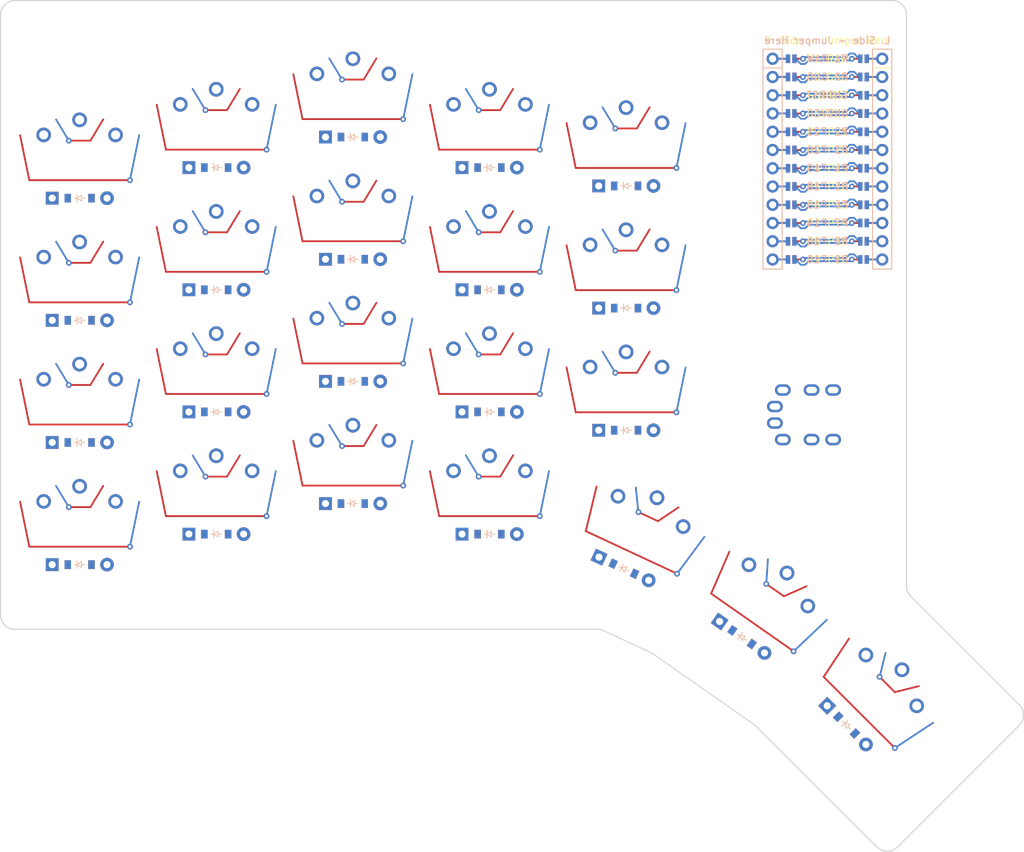
<source format=kicad_pcb>


(kicad_pcb (version 20171130) (host pcbnew 5.1.6)

  (page A3)
  (title_block
    (title "kipra-v2")
    (rev "v1.0.0")
    (company "Unknown")
  )

  (general
    (thickness 1.6)
  )

  (layers
    (0 F.Cu signal)
    (31 B.Cu signal)
    (32 B.Adhes user)
    (33 F.Adhes user)
    (34 B.Paste user)
    (35 F.Paste user)
    (36 B.SilkS user)
    (37 F.SilkS user)
    (38 B.Mask user)
    (39 F.Mask user)
    (40 Dwgs.User user)
    (41 Cmts.User user)
    (42 Eco1.User user)
    (43 Eco2.User user)
    (44 Edge.Cuts user)
    (45 Margin user)
    (46 B.CrtYd user)
    (47 F.CrtYd user)
    (48 B.Fab user)
    (49 F.Fab user)
  )

  (setup
    (last_trace_width 0.25)
    (trace_clearance 0.2)
    (zone_clearance 0.508)
    (zone_45_only no)
    (trace_min 0.2)
    (via_size 0.8)
    (via_drill 0.4)
    (via_min_size 0.4)
    (via_min_drill 0.3)
    (uvia_size 0.3)
    (uvia_drill 0.1)
    (uvias_allowed no)
    (uvia_min_size 0.2)
    (uvia_min_drill 0.1)
    (edge_width 0.05)
    (segment_width 0.2)
    (pcb_text_width 0.3)
    (pcb_text_size 1.5 1.5)
    (mod_edge_width 0.12)
    (mod_text_size 1 1)
    (mod_text_width 0.15)
    (pad_size 1.524 1.524)
    (pad_drill 0.762)
    (pad_to_mask_clearance 0.05)
    (aux_axis_origin 0 0)
    (visible_elements FFFFFF7F)
    (pcbplotparams
      (layerselection 0x010fc_ffffffff)
      (usegerberextensions false)
      (usegerberattributes true)
      (usegerberadvancedattributes true)
      (creategerberjobfile true)
      (excludeedgelayer true)
      (linewidth 0.100000)
      (plotframeref false)
      (viasonmask false)
      (mode 1)
      (useauxorigin false)
      (hpglpennumber 1)
      (hpglpenspeed 20)
      (hpglpendiameter 15.000000)
      (psnegative false)
      (psa4output false)
      (plotreference true)
      (plotvalue true)
      (plotinvisibletext false)
      (padsonsilk false)
      (subtractmaskfromsilk false)
      (outputformat 1)
      (mirror false)
      (drillshape 1)
      (scaleselection 1)
      (outputdirectory ""))
  )

  (net 0 "")
(net 1 "P10")
(net 2 "pinky_one")
(net 3 "pinky_two")
(net 4 "pinky_three")
(net 5 "pinky_four")
(net 6 "P16")
(net 7 "ring_one")
(net 8 "ring_two")
(net 9 "ring_three")
(net 10 "ring_four")
(net 11 "P14")
(net 12 "middle_one")
(net 13 "middle_two")
(net 14 "middle_three")
(net 15 "middle_four")
(net 16 "P15")
(net 17 "index_one")
(net 18 "index_two")
(net 19 "index_three")
(net 20 "index_four")
(net 21 "P18")
(net 22 "inner_two")
(net 23 "inner_three")
(net 24 "inner_four")
(net 25 "P19")
(net 26 "thumb_far")
(net 27 "thumb_middle")
(net 28 "thumb_near")
(net 29 "P9")
(net 30 "P8")
(net 31 "P7")
(net 32 "P6")
(net 33 "RAW")
(net 34 "GND")
(net 35 "RST")
(net 36 "VCC")
(net 37 "P21")
(net 38 "P20")
(net 39 "P1")
(net 40 "P0")
(net 41 "P2")
(net 42 "P3")
(net 43 "P4")
(net 44 "P5")
(net 45 "MCU1_24")
(net 46 "MCU1_1")
(net 47 "MCU1_23")
(net 48 "MCU1_2")
(net 49 "MCU1_22")
(net 50 "MCU1_3")
(net 51 "MCU1_21")
(net 52 "MCU1_4")
(net 53 "MCU1_20")
(net 54 "MCU1_5")
(net 55 "MCU1_19")
(net 56 "MCU1_6")
(net 57 "MCU1_18")
(net 58 "MCU1_7")
(net 59 "MCU1_17")
(net 60 "MCU1_8")
(net 61 "MCU1_16")
(net 62 "MCU1_9")
(net 63 "MCU1_15")
(net 64 "MCU1_10")
(net 65 "MCU1_14")
(net 66 "MCU1_11")
(net 67 "MCU1_13")
(net 68 "MCU1_12")

  (net_class Default "This is the default net class."
    (clearance 0.2)
    (trace_width 0.25)
    (via_dia 0.8)
    (via_drill 0.4)
    (uvia_dia 0.3)
    (uvia_drill 0.1)
    (add_net "")
(add_net "P10")
(add_net "pinky_one")
(add_net "pinky_two")
(add_net "pinky_three")
(add_net "pinky_four")
(add_net "P16")
(add_net "ring_one")
(add_net "ring_two")
(add_net "ring_three")
(add_net "ring_four")
(add_net "P14")
(add_net "middle_one")
(add_net "middle_two")
(add_net "middle_three")
(add_net "middle_four")
(add_net "P15")
(add_net "index_one")
(add_net "index_two")
(add_net "index_three")
(add_net "index_four")
(add_net "P18")
(add_net "inner_two")
(add_net "inner_three")
(add_net "inner_four")
(add_net "P19")
(add_net "thumb_far")
(add_net "thumb_middle")
(add_net "thumb_near")
(add_net "P9")
(add_net "P8")
(add_net "P7")
(add_net "P6")
(add_net "RAW")
(add_net "GND")
(add_net "RST")
(add_net "VCC")
(add_net "P21")
(add_net "P20")
(add_net "P1")
(add_net "P0")
(add_net "P2")
(add_net "P3")
(add_net "P4")
(add_net "P5")
(add_net "MCU1_24")
(add_net "MCU1_1")
(add_net "MCU1_23")
(add_net "MCU1_2")
(add_net "MCU1_22")
(add_net "MCU1_3")
(add_net "MCU1_21")
(add_net "MCU1_4")
(add_net "MCU1_20")
(add_net "MCU1_5")
(add_net "MCU1_19")
(add_net "MCU1_6")
(add_net "MCU1_18")
(add_net "MCU1_7")
(add_net "MCU1_17")
(add_net "MCU1_8")
(add_net "MCU1_16")
(add_net "MCU1_9")
(add_net "MCU1_15")
(add_net "MCU1_10")
(add_net "MCU1_14")
(add_net "MCU1_11")
(add_net "MCU1_13")
(add_net "MCU1_12")
  )

  
        
      (module PG1350 (layer F.Cu) (tedit 5DD50112)
      (at 100 100 0)

      
      (fp_text reference "S1" (at 0 0) (layer F.SilkS) hide (effects (font (size 1.27 1.27) (thickness 0.15))))
      (fp_text value "" (at 0 0) (layer F.SilkS) hide (effects (font (size 1.27 1.27) (thickness 0.15))))

      
      (fp_line (start -7 -6) (end -7 -7) (layer Dwgs.User) (width 0.15))
      (fp_line (start -7 7) (end -6 7) (layer Dwgs.User) (width 0.15))
      (fp_line (start -6 -7) (end -7 -7) (layer Dwgs.User) (width 0.15))
      (fp_line (start -7 7) (end -7 6) (layer Dwgs.User) (width 0.15))
      (fp_line (start 7 6) (end 7 7) (layer Dwgs.User) (width 0.15))
      (fp_line (start 7 -7) (end 6 -7) (layer Dwgs.User) (width 0.15))
      (fp_line (start 6 7) (end 7 7) (layer Dwgs.User) (width 0.15))
      (fp_line (start 7 -7) (end 7 -6) (layer Dwgs.User) (width 0.15))      
      
      
      (pad "" np_thru_hole circle (at 0 0) (size 3.429 3.429) (drill 3.429) (layers *.Cu *.Mask))
        
      
      (pad "" np_thru_hole circle (at 5.5 0) (size 1.7018 1.7018) (drill 1.7018) (layers *.Cu *.Mask))
      (pad "" np_thru_hole circle (at -5.5 0) (size 1.7018 1.7018) (drill 1.7018) (layers *.Cu *.Mask))
    
        
      
      (fp_line (start -9 -8.5) (end 9 -8.5) (layer Dwgs.User) (width 0.15))
      (fp_line (start 9 -8.5) (end 9 8.5) (layer Dwgs.User) (width 0.15))
      (fp_line (start 9 8.5) (end -9 8.5) (layer Dwgs.User) (width 0.15))
      (fp_line (start -9 8.5) (end -9 -8.5) (layer Dwgs.User) (width 0.15))
    
        
            
            (pad 1 thru_hole circle (at 5 -3.8) (size 2.032 2.032) (drill 1.27) (layers *.Cu *.Mask) (net 1 "P10"))
            (pad 2 thru_hole circle (at 0 -5.9) (size 2.032 2.032) (drill 1.27) (layers *.Cu *.Mask) (net 2 "pinky_one"))
          
        
            
            (pad 1 thru_hole circle (at -5 -3.8) (size 2.032 2.032) (drill 1.27) (layers *.Cu *.Mask) (net 1 "P10"))
            (pad 2 thru_hole circle (at -0 -5.9) (size 2.032 2.032) (drill 1.27) (layers *.Cu *.Mask) (net 2 "pinky_one"))
          
        
    (pad 2 thru_hole circle (at -1.5 -3) (size 0.8 0.8) (drill 0.4) (layers *.Cu *.Mask) (net 1 "P10"))
    (pad 2 thru_hole circle (at 7 2.5) (size 0.8 0.8) (drill 0.4) (layers *.Cu *.Mask) (net 2 "pinky_one"))
    )
        
    (segment (start 103.28 94.05) (end 101.50 97.00) (width 0.25) (layer "F.Cu"))
    (segment (start 96.72 94.05) (end 98.50 97.00) (width 0.25) (layer "B.Cu"))
    (segment (start 101.50 97.00) (end 98.50 97.00) (width 0.25) (layer "F.Cu"))

    (segment (start 108.28 96.25) (end 107.00 102.50) (width 0.25) (layer "B.Cu"))
    (segment (start 91.72 96.25) (end 93.00 102.50) (width 0.25) (layer "F.Cu"))
    (segment (start 107.00 102.50) (end 93.00 102.50) (width 0.25) (layer "F.Cu"))
    
        

        
      (module PG1350 (layer F.Cu) (tedit 5DD50112)
      (at 100 83 0)

      
      (fp_text reference "S2" (at 0 0) (layer F.SilkS) hide (effects (font (size 1.27 1.27) (thickness 0.15))))
      (fp_text value "" (at 0 0) (layer F.SilkS) hide (effects (font (size 1.27 1.27) (thickness 0.15))))

      
      (fp_line (start -7 -6) (end -7 -7) (layer Dwgs.User) (width 0.15))
      (fp_line (start -7 7) (end -6 7) (layer Dwgs.User) (width 0.15))
      (fp_line (start -6 -7) (end -7 -7) (layer Dwgs.User) (width 0.15))
      (fp_line (start -7 7) (end -7 6) (layer Dwgs.User) (width 0.15))
      (fp_line (start 7 6) (end 7 7) (layer Dwgs.User) (width 0.15))
      (fp_line (start 7 -7) (end 6 -7) (layer Dwgs.User) (width 0.15))
      (fp_line (start 6 7) (end 7 7) (layer Dwgs.User) (width 0.15))
      (fp_line (start 7 -7) (end 7 -6) (layer Dwgs.User) (width 0.15))      
      
      
      (pad "" np_thru_hole circle (at 0 0) (size 3.429 3.429) (drill 3.429) (layers *.Cu *.Mask))
        
      
      (pad "" np_thru_hole circle (at 5.5 0) (size 1.7018 1.7018) (drill 1.7018) (layers *.Cu *.Mask))
      (pad "" np_thru_hole circle (at -5.5 0) (size 1.7018 1.7018) (drill 1.7018) (layers *.Cu *.Mask))
    
        
      
      (fp_line (start -9 -8.5) (end 9 -8.5) (layer Dwgs.User) (width 0.15))
      (fp_line (start 9 -8.5) (end 9 8.5) (layer Dwgs.User) (width 0.15))
      (fp_line (start 9 8.5) (end -9 8.5) (layer Dwgs.User) (width 0.15))
      (fp_line (start -9 8.5) (end -9 -8.5) (layer Dwgs.User) (width 0.15))
    
        
            
            (pad 1 thru_hole circle (at 5 -3.8) (size 2.032 2.032) (drill 1.27) (layers *.Cu *.Mask) (net 1 "P10"))
            (pad 2 thru_hole circle (at 0 -5.9) (size 2.032 2.032) (drill 1.27) (layers *.Cu *.Mask) (net 3 "pinky_two"))
          
        
            
            (pad 1 thru_hole circle (at -5 -3.8) (size 2.032 2.032) (drill 1.27) (layers *.Cu *.Mask) (net 1 "P10"))
            (pad 2 thru_hole circle (at -0 -5.9) (size 2.032 2.032) (drill 1.27) (layers *.Cu *.Mask) (net 3 "pinky_two"))
          
        
    (pad 2 thru_hole circle (at -1.5 -3) (size 0.8 0.8) (drill 0.4) (layers *.Cu *.Mask) (net 1 "P10"))
    (pad 2 thru_hole circle (at 7 2.5) (size 0.8 0.8) (drill 0.4) (layers *.Cu *.Mask) (net 3 "pinky_two"))
    )
        
    (segment (start 103.28 77.05) (end 101.50 80.00) (width 0.25) (layer "F.Cu"))
    (segment (start 96.72 77.05) (end 98.50 80.00) (width 0.25) (layer "B.Cu"))
    (segment (start 101.50 80.00) (end 98.50 80.00) (width 0.25) (layer "F.Cu"))

    (segment (start 108.28 79.25) (end 107.00 85.50) (width 0.25) (layer "B.Cu"))
    (segment (start 91.72 79.25) (end 93.00 85.50) (width 0.25) (layer "F.Cu"))
    (segment (start 107.00 85.50) (end 93.00 85.50) (width 0.25) (layer "F.Cu"))
    
        

        
      (module PG1350 (layer F.Cu) (tedit 5DD50112)
      (at 100 66 0)

      
      (fp_text reference "S3" (at 0 0) (layer F.SilkS) hide (effects (font (size 1.27 1.27) (thickness 0.15))))
      (fp_text value "" (at 0 0) (layer F.SilkS) hide (effects (font (size 1.27 1.27) (thickness 0.15))))

      
      (fp_line (start -7 -6) (end -7 -7) (layer Dwgs.User) (width 0.15))
      (fp_line (start -7 7) (end -6 7) (layer Dwgs.User) (width 0.15))
      (fp_line (start -6 -7) (end -7 -7) (layer Dwgs.User) (width 0.15))
      (fp_line (start -7 7) (end -7 6) (layer Dwgs.User) (width 0.15))
      (fp_line (start 7 6) (end 7 7) (layer Dwgs.User) (width 0.15))
      (fp_line (start 7 -7) (end 6 -7) (layer Dwgs.User) (width 0.15))
      (fp_line (start 6 7) (end 7 7) (layer Dwgs.User) (width 0.15))
      (fp_line (start 7 -7) (end 7 -6) (layer Dwgs.User) (width 0.15))      
      
      
      (pad "" np_thru_hole circle (at 0 0) (size 3.429 3.429) (drill 3.429) (layers *.Cu *.Mask))
        
      
      (pad "" np_thru_hole circle (at 5.5 0) (size 1.7018 1.7018) (drill 1.7018) (layers *.Cu *.Mask))
      (pad "" np_thru_hole circle (at -5.5 0) (size 1.7018 1.7018) (drill 1.7018) (layers *.Cu *.Mask))
    
        
      
      (fp_line (start -9 -8.5) (end 9 -8.5) (layer Dwgs.User) (width 0.15))
      (fp_line (start 9 -8.5) (end 9 8.5) (layer Dwgs.User) (width 0.15))
      (fp_line (start 9 8.5) (end -9 8.5) (layer Dwgs.User) (width 0.15))
      (fp_line (start -9 8.5) (end -9 -8.5) (layer Dwgs.User) (width 0.15))
    
        
            
            (pad 1 thru_hole circle (at 5 -3.8) (size 2.032 2.032) (drill 1.27) (layers *.Cu *.Mask) (net 1 "P10"))
            (pad 2 thru_hole circle (at 0 -5.9) (size 2.032 2.032) (drill 1.27) (layers *.Cu *.Mask) (net 4 "pinky_three"))
          
        
            
            (pad 1 thru_hole circle (at -5 -3.8) (size 2.032 2.032) (drill 1.27) (layers *.Cu *.Mask) (net 1 "P10"))
            (pad 2 thru_hole circle (at -0 -5.9) (size 2.032 2.032) (drill 1.27) (layers *.Cu *.Mask) (net 4 "pinky_three"))
          
        
    (pad 2 thru_hole circle (at -1.5 -3) (size 0.8 0.8) (drill 0.4) (layers *.Cu *.Mask) (net 1 "P10"))
    (pad 2 thru_hole circle (at 7 2.5) (size 0.8 0.8) (drill 0.4) (layers *.Cu *.Mask) (net 4 "pinky_three"))
    )
        
    (segment (start 103.28 60.05) (end 101.50 63.00) (width 0.25) (layer "F.Cu"))
    (segment (start 96.72 60.05) (end 98.50 63.00) (width 0.25) (layer "B.Cu"))
    (segment (start 101.50 63.00) (end 98.50 63.00) (width 0.25) (layer "F.Cu"))

    (segment (start 108.28 62.25) (end 107.00 68.50) (width 0.25) (layer "B.Cu"))
    (segment (start 91.72 62.25) (end 93.00 68.50) (width 0.25) (layer "F.Cu"))
    (segment (start 107.00 68.50) (end 93.00 68.50) (width 0.25) (layer "F.Cu"))
    
        

        
      (module PG1350 (layer F.Cu) (tedit 5DD50112)
      (at 100 49 0)

      
      (fp_text reference "S4" (at 0 0) (layer F.SilkS) hide (effects (font (size 1.27 1.27) (thickness 0.15))))
      (fp_text value "" (at 0 0) (layer F.SilkS) hide (effects (font (size 1.27 1.27) (thickness 0.15))))

      
      (fp_line (start -7 -6) (end -7 -7) (layer Dwgs.User) (width 0.15))
      (fp_line (start -7 7) (end -6 7) (layer Dwgs.User) (width 0.15))
      (fp_line (start -6 -7) (end -7 -7) (layer Dwgs.User) (width 0.15))
      (fp_line (start -7 7) (end -7 6) (layer Dwgs.User) (width 0.15))
      (fp_line (start 7 6) (end 7 7) (layer Dwgs.User) (width 0.15))
      (fp_line (start 7 -7) (end 6 -7) (layer Dwgs.User) (width 0.15))
      (fp_line (start 6 7) (end 7 7) (layer Dwgs.User) (width 0.15))
      (fp_line (start 7 -7) (end 7 -6) (layer Dwgs.User) (width 0.15))      
      
      
      (pad "" np_thru_hole circle (at 0 0) (size 3.429 3.429) (drill 3.429) (layers *.Cu *.Mask))
        
      
      (pad "" np_thru_hole circle (at 5.5 0) (size 1.7018 1.7018) (drill 1.7018) (layers *.Cu *.Mask))
      (pad "" np_thru_hole circle (at -5.5 0) (size 1.7018 1.7018) (drill 1.7018) (layers *.Cu *.Mask))
    
        
      
      (fp_line (start -9 -8.5) (end 9 -8.5) (layer Dwgs.User) (width 0.15))
      (fp_line (start 9 -8.5) (end 9 8.5) (layer Dwgs.User) (width 0.15))
      (fp_line (start 9 8.5) (end -9 8.5) (layer Dwgs.User) (width 0.15))
      (fp_line (start -9 8.5) (end -9 -8.5) (layer Dwgs.User) (width 0.15))
    
        
            
            (pad 1 thru_hole circle (at 5 -3.8) (size 2.032 2.032) (drill 1.27) (layers *.Cu *.Mask) (net 1 "P10"))
            (pad 2 thru_hole circle (at 0 -5.9) (size 2.032 2.032) (drill 1.27) (layers *.Cu *.Mask) (net 5 "pinky_four"))
          
        
            
            (pad 1 thru_hole circle (at -5 -3.8) (size 2.032 2.032) (drill 1.27) (layers *.Cu *.Mask) (net 1 "P10"))
            (pad 2 thru_hole circle (at -0 -5.9) (size 2.032 2.032) (drill 1.27) (layers *.Cu *.Mask) (net 5 "pinky_four"))
          
        
    (pad 2 thru_hole circle (at -1.5 -3) (size 0.8 0.8) (drill 0.4) (layers *.Cu *.Mask) (net 1 "P10"))
    (pad 2 thru_hole circle (at 7 2.5) (size 0.8 0.8) (drill 0.4) (layers *.Cu *.Mask) (net 5 "pinky_four"))
    )
        
    (segment (start 103.28 43.05) (end 101.50 46.00) (width 0.25) (layer "F.Cu"))
    (segment (start 96.72 43.05) (end 98.50 46.00) (width 0.25) (layer "B.Cu"))
    (segment (start 101.50 46.00) (end 98.50 46.00) (width 0.25) (layer "F.Cu"))

    (segment (start 108.28 45.25) (end 107.00 51.50) (width 0.25) (layer "B.Cu"))
    (segment (start 91.72 45.25) (end 93.00 51.50) (width 0.25) (layer "F.Cu"))
    (segment (start 107.00 51.50) (end 93.00 51.50) (width 0.25) (layer "F.Cu"))
    
        

        
      (module PG1350 (layer F.Cu) (tedit 5DD50112)
      (at 119 95.75 0)

      
      (fp_text reference "S5" (at 0 0) (layer F.SilkS) hide (effects (font (size 1.27 1.27) (thickness 0.15))))
      (fp_text value "" (at 0 0) (layer F.SilkS) hide (effects (font (size 1.27 1.27) (thickness 0.15))))

      
      (fp_line (start -7 -6) (end -7 -7) (layer Dwgs.User) (width 0.15))
      (fp_line (start -7 7) (end -6 7) (layer Dwgs.User) (width 0.15))
      (fp_line (start -6 -7) (end -7 -7) (layer Dwgs.User) (width 0.15))
      (fp_line (start -7 7) (end -7 6) (layer Dwgs.User) (width 0.15))
      (fp_line (start 7 6) (end 7 7) (layer Dwgs.User) (width 0.15))
      (fp_line (start 7 -7) (end 6 -7) (layer Dwgs.User) (width 0.15))
      (fp_line (start 6 7) (end 7 7) (layer Dwgs.User) (width 0.15))
      (fp_line (start 7 -7) (end 7 -6) (layer Dwgs.User) (width 0.15))      
      
      
      (pad "" np_thru_hole circle (at 0 0) (size 3.429 3.429) (drill 3.429) (layers *.Cu *.Mask))
        
      
      (pad "" np_thru_hole circle (at 5.5 0) (size 1.7018 1.7018) (drill 1.7018) (layers *.Cu *.Mask))
      (pad "" np_thru_hole circle (at -5.5 0) (size 1.7018 1.7018) (drill 1.7018) (layers *.Cu *.Mask))
    
        
      
      (fp_line (start -9 -8.5) (end 9 -8.5) (layer Dwgs.User) (width 0.15))
      (fp_line (start 9 -8.5) (end 9 8.5) (layer Dwgs.User) (width 0.15))
      (fp_line (start 9 8.5) (end -9 8.5) (layer Dwgs.User) (width 0.15))
      (fp_line (start -9 8.5) (end -9 -8.5) (layer Dwgs.User) (width 0.15))
    
        
            
            (pad 1 thru_hole circle (at 5 -3.8) (size 2.032 2.032) (drill 1.27) (layers *.Cu *.Mask) (net 6 "P16"))
            (pad 2 thru_hole circle (at 0 -5.9) (size 2.032 2.032) (drill 1.27) (layers *.Cu *.Mask) (net 7 "ring_one"))
          
        
            
            (pad 1 thru_hole circle (at -5 -3.8) (size 2.032 2.032) (drill 1.27) (layers *.Cu *.Mask) (net 6 "P16"))
            (pad 2 thru_hole circle (at -0 -5.9) (size 2.032 2.032) (drill 1.27) (layers *.Cu *.Mask) (net 7 "ring_one"))
          
        
    (pad 2 thru_hole circle (at -1.5 -3) (size 0.8 0.8) (drill 0.4) (layers *.Cu *.Mask) (net 6 "P16"))
    (pad 2 thru_hole circle (at 7 2.5) (size 0.8 0.8) (drill 0.4) (layers *.Cu *.Mask) (net 7 "ring_one"))
    )
        
    (segment (start 122.28 89.80) (end 120.50 92.75) (width 0.25) (layer "F.Cu"))
    (segment (start 115.72 89.80) (end 117.50 92.75) (width 0.25) (layer "B.Cu"))
    (segment (start 120.50 92.75) (end 117.50 92.75) (width 0.25) (layer "F.Cu"))

    (segment (start 127.28 92.00) (end 126.00 98.25) (width 0.25) (layer "B.Cu"))
    (segment (start 110.72 92.00) (end 112.00 98.25) (width 0.25) (layer "F.Cu"))
    (segment (start 126.00 98.25) (end 112.00 98.25) (width 0.25) (layer "F.Cu"))
    
        

        
      (module PG1350 (layer F.Cu) (tedit 5DD50112)
      (at 119 78.75 0)

      
      (fp_text reference "S6" (at 0 0) (layer F.SilkS) hide (effects (font (size 1.27 1.27) (thickness 0.15))))
      (fp_text value "" (at 0 0) (layer F.SilkS) hide (effects (font (size 1.27 1.27) (thickness 0.15))))

      
      (fp_line (start -7 -6) (end -7 -7) (layer Dwgs.User) (width 0.15))
      (fp_line (start -7 7) (end -6 7) (layer Dwgs.User) (width 0.15))
      (fp_line (start -6 -7) (end -7 -7) (layer Dwgs.User) (width 0.15))
      (fp_line (start -7 7) (end -7 6) (layer Dwgs.User) (width 0.15))
      (fp_line (start 7 6) (end 7 7) (layer Dwgs.User) (width 0.15))
      (fp_line (start 7 -7) (end 6 -7) (layer Dwgs.User) (width 0.15))
      (fp_line (start 6 7) (end 7 7) (layer Dwgs.User) (width 0.15))
      (fp_line (start 7 -7) (end 7 -6) (layer Dwgs.User) (width 0.15))      
      
      
      (pad "" np_thru_hole circle (at 0 0) (size 3.429 3.429) (drill 3.429) (layers *.Cu *.Mask))
        
      
      (pad "" np_thru_hole circle (at 5.5 0) (size 1.7018 1.7018) (drill 1.7018) (layers *.Cu *.Mask))
      (pad "" np_thru_hole circle (at -5.5 0) (size 1.7018 1.7018) (drill 1.7018) (layers *.Cu *.Mask))
    
        
      
      (fp_line (start -9 -8.5) (end 9 -8.5) (layer Dwgs.User) (width 0.15))
      (fp_line (start 9 -8.5) (end 9 8.5) (layer Dwgs.User) (width 0.15))
      (fp_line (start 9 8.5) (end -9 8.5) (layer Dwgs.User) (width 0.15))
      (fp_line (start -9 8.5) (end -9 -8.5) (layer Dwgs.User) (width 0.15))
    
        
            
            (pad 1 thru_hole circle (at 5 -3.8) (size 2.032 2.032) (drill 1.27) (layers *.Cu *.Mask) (net 6 "P16"))
            (pad 2 thru_hole circle (at 0 -5.9) (size 2.032 2.032) (drill 1.27) (layers *.Cu *.Mask) (net 8 "ring_two"))
          
        
            
            (pad 1 thru_hole circle (at -5 -3.8) (size 2.032 2.032) (drill 1.27) (layers *.Cu *.Mask) (net 6 "P16"))
            (pad 2 thru_hole circle (at -0 -5.9) (size 2.032 2.032) (drill 1.27) (layers *.Cu *.Mask) (net 8 "ring_two"))
          
        
    (pad 2 thru_hole circle (at -1.5 -3) (size 0.8 0.8) (drill 0.4) (layers *.Cu *.Mask) (net 6 "P16"))
    (pad 2 thru_hole circle (at 7 2.5) (size 0.8 0.8) (drill 0.4) (layers *.Cu *.Mask) (net 8 "ring_two"))
    )
        
    (segment (start 122.28 72.80) (end 120.50 75.75) (width 0.25) (layer "F.Cu"))
    (segment (start 115.72 72.80) (end 117.50 75.75) (width 0.25) (layer "B.Cu"))
    (segment (start 120.50 75.75) (end 117.50 75.75) (width 0.25) (layer "F.Cu"))

    (segment (start 127.28 75.00) (end 126.00 81.25) (width 0.25) (layer "B.Cu"))
    (segment (start 110.72 75.00) (end 112.00 81.25) (width 0.25) (layer "F.Cu"))
    (segment (start 126.00 81.25) (end 112.00 81.25) (width 0.25) (layer "F.Cu"))
    
        

        
      (module PG1350 (layer F.Cu) (tedit 5DD50112)
      (at 119 61.75 0)

      
      (fp_text reference "S7" (at 0 0) (layer F.SilkS) hide (effects (font (size 1.27 1.27) (thickness 0.15))))
      (fp_text value "" (at 0 0) (layer F.SilkS) hide (effects (font (size 1.27 1.27) (thickness 0.15))))

      
      (fp_line (start -7 -6) (end -7 -7) (layer Dwgs.User) (width 0.15))
      (fp_line (start -7 7) (end -6 7) (layer Dwgs.User) (width 0.15))
      (fp_line (start -6 -7) (end -7 -7) (layer Dwgs.User) (width 0.15))
      (fp_line (start -7 7) (end -7 6) (layer Dwgs.User) (width 0.15))
      (fp_line (start 7 6) (end 7 7) (layer Dwgs.User) (width 0.15))
      (fp_line (start 7 -7) (end 6 -7) (layer Dwgs.User) (width 0.15))
      (fp_line (start 6 7) (end 7 7) (layer Dwgs.User) (width 0.15))
      (fp_line (start 7 -7) (end 7 -6) (layer Dwgs.User) (width 0.15))      
      
      
      (pad "" np_thru_hole circle (at 0 0) (size 3.429 3.429) (drill 3.429) (layers *.Cu *.Mask))
        
      
      (pad "" np_thru_hole circle (at 5.5 0) (size 1.7018 1.7018) (drill 1.7018) (layers *.Cu *.Mask))
      (pad "" np_thru_hole circle (at -5.5 0) (size 1.7018 1.7018) (drill 1.7018) (layers *.Cu *.Mask))
    
        
      
      (fp_line (start -9 -8.5) (end 9 -8.5) (layer Dwgs.User) (width 0.15))
      (fp_line (start 9 -8.5) (end 9 8.5) (layer Dwgs.User) (width 0.15))
      (fp_line (start 9 8.5) (end -9 8.5) (layer Dwgs.User) (width 0.15))
      (fp_line (start -9 8.5) (end -9 -8.5) (layer Dwgs.User) (width 0.15))
    
        
            
            (pad 1 thru_hole circle (at 5 -3.8) (size 2.032 2.032) (drill 1.27) (layers *.Cu *.Mask) (net 6 "P16"))
            (pad 2 thru_hole circle (at 0 -5.9) (size 2.032 2.032) (drill 1.27) (layers *.Cu *.Mask) (net 9 "ring_three"))
          
        
            
            (pad 1 thru_hole circle (at -5 -3.8) (size 2.032 2.032) (drill 1.27) (layers *.Cu *.Mask) (net 6 "P16"))
            (pad 2 thru_hole circle (at -0 -5.9) (size 2.032 2.032) (drill 1.27) (layers *.Cu *.Mask) (net 9 "ring_three"))
          
        
    (pad 2 thru_hole circle (at -1.5 -3) (size 0.8 0.8) (drill 0.4) (layers *.Cu *.Mask) (net 6 "P16"))
    (pad 2 thru_hole circle (at 7 2.5) (size 0.8 0.8) (drill 0.4) (layers *.Cu *.Mask) (net 9 "ring_three"))
    )
        
    (segment (start 122.28 55.80) (end 120.50 58.75) (width 0.25) (layer "F.Cu"))
    (segment (start 115.72 55.80) (end 117.50 58.75) (width 0.25) (layer "B.Cu"))
    (segment (start 120.50 58.75) (end 117.50 58.75) (width 0.25) (layer "F.Cu"))

    (segment (start 127.28 58.00) (end 126.00 64.25) (width 0.25) (layer "B.Cu"))
    (segment (start 110.72 58.00) (end 112.00 64.25) (width 0.25) (layer "F.Cu"))
    (segment (start 126.00 64.25) (end 112.00 64.25) (width 0.25) (layer "F.Cu"))
    
        

        
      (module PG1350 (layer F.Cu) (tedit 5DD50112)
      (at 119 44.75 0)

      
      (fp_text reference "S8" (at 0 0) (layer F.SilkS) hide (effects (font (size 1.27 1.27) (thickness 0.15))))
      (fp_text value "" (at 0 0) (layer F.SilkS) hide (effects (font (size 1.27 1.27) (thickness 0.15))))

      
      (fp_line (start -7 -6) (end -7 -7) (layer Dwgs.User) (width 0.15))
      (fp_line (start -7 7) (end -6 7) (layer Dwgs.User) (width 0.15))
      (fp_line (start -6 -7) (end -7 -7) (layer Dwgs.User) (width 0.15))
      (fp_line (start -7 7) (end -7 6) (layer Dwgs.User) (width 0.15))
      (fp_line (start 7 6) (end 7 7) (layer Dwgs.User) (width 0.15))
      (fp_line (start 7 -7) (end 6 -7) (layer Dwgs.User) (width 0.15))
      (fp_line (start 6 7) (end 7 7) (layer Dwgs.User) (width 0.15))
      (fp_line (start 7 -7) (end 7 -6) (layer Dwgs.User) (width 0.15))      
      
      
      (pad "" np_thru_hole circle (at 0 0) (size 3.429 3.429) (drill 3.429) (layers *.Cu *.Mask))
        
      
      (pad "" np_thru_hole circle (at 5.5 0) (size 1.7018 1.7018) (drill 1.7018) (layers *.Cu *.Mask))
      (pad "" np_thru_hole circle (at -5.5 0) (size 1.7018 1.7018) (drill 1.7018) (layers *.Cu *.Mask))
    
        
      
      (fp_line (start -9 -8.5) (end 9 -8.5) (layer Dwgs.User) (width 0.15))
      (fp_line (start 9 -8.5) (end 9 8.5) (layer Dwgs.User) (width 0.15))
      (fp_line (start 9 8.5) (end -9 8.5) (layer Dwgs.User) (width 0.15))
      (fp_line (start -9 8.5) (end -9 -8.5) (layer Dwgs.User) (width 0.15))
    
        
            
            (pad 1 thru_hole circle (at 5 -3.8) (size 2.032 2.032) (drill 1.27) (layers *.Cu *.Mask) (net 6 "P16"))
            (pad 2 thru_hole circle (at 0 -5.9) (size 2.032 2.032) (drill 1.27) (layers *.Cu *.Mask) (net 10 "ring_four"))
          
        
            
            (pad 1 thru_hole circle (at -5 -3.8) (size 2.032 2.032) (drill 1.27) (layers *.Cu *.Mask) (net 6 "P16"))
            (pad 2 thru_hole circle (at -0 -5.9) (size 2.032 2.032) (drill 1.27) (layers *.Cu *.Mask) (net 10 "ring_four"))
          
        
    (pad 2 thru_hole circle (at -1.5 -3) (size 0.8 0.8) (drill 0.4) (layers *.Cu *.Mask) (net 6 "P16"))
    (pad 2 thru_hole circle (at 7 2.5) (size 0.8 0.8) (drill 0.4) (layers *.Cu *.Mask) (net 10 "ring_four"))
    )
        
    (segment (start 122.28 38.80) (end 120.50 41.75) (width 0.25) (layer "F.Cu"))
    (segment (start 115.72 38.80) (end 117.50 41.75) (width 0.25) (layer "B.Cu"))
    (segment (start 120.50 41.75) (end 117.50 41.75) (width 0.25) (layer "F.Cu"))

    (segment (start 127.28 41.00) (end 126.00 47.25) (width 0.25) (layer "B.Cu"))
    (segment (start 110.72 41.00) (end 112.00 47.25) (width 0.25) (layer "F.Cu"))
    (segment (start 126.00 47.25) (end 112.00 47.25) (width 0.25) (layer "F.Cu"))
    
        

        
      (module PG1350 (layer F.Cu) (tedit 5DD50112)
      (at 138 91.5 0)

      
      (fp_text reference "S9" (at 0 0) (layer F.SilkS) hide (effects (font (size 1.27 1.27) (thickness 0.15))))
      (fp_text value "" (at 0 0) (layer F.SilkS) hide (effects (font (size 1.27 1.27) (thickness 0.15))))

      
      (fp_line (start -7 -6) (end -7 -7) (layer Dwgs.User) (width 0.15))
      (fp_line (start -7 7) (end -6 7) (layer Dwgs.User) (width 0.15))
      (fp_line (start -6 -7) (end -7 -7) (layer Dwgs.User) (width 0.15))
      (fp_line (start -7 7) (end -7 6) (layer Dwgs.User) (width 0.15))
      (fp_line (start 7 6) (end 7 7) (layer Dwgs.User) (width 0.15))
      (fp_line (start 7 -7) (end 6 -7) (layer Dwgs.User) (width 0.15))
      (fp_line (start 6 7) (end 7 7) (layer Dwgs.User) (width 0.15))
      (fp_line (start 7 -7) (end 7 -6) (layer Dwgs.User) (width 0.15))      
      
      
      (pad "" np_thru_hole circle (at 0 0) (size 3.429 3.429) (drill 3.429) (layers *.Cu *.Mask))
        
      
      (pad "" np_thru_hole circle (at 5.5 0) (size 1.7018 1.7018) (drill 1.7018) (layers *.Cu *.Mask))
      (pad "" np_thru_hole circle (at -5.5 0) (size 1.7018 1.7018) (drill 1.7018) (layers *.Cu *.Mask))
    
        
      
      (fp_line (start -9 -8.5) (end 9 -8.5) (layer Dwgs.User) (width 0.15))
      (fp_line (start 9 -8.5) (end 9 8.5) (layer Dwgs.User) (width 0.15))
      (fp_line (start 9 8.5) (end -9 8.5) (layer Dwgs.User) (width 0.15))
      (fp_line (start -9 8.5) (end -9 -8.5) (layer Dwgs.User) (width 0.15))
    
        
            
            (pad 1 thru_hole circle (at 5 -3.8) (size 2.032 2.032) (drill 1.27) (layers *.Cu *.Mask) (net 11 "P14"))
            (pad 2 thru_hole circle (at 0 -5.9) (size 2.032 2.032) (drill 1.27) (layers *.Cu *.Mask) (net 12 "middle_one"))
          
        
            
            (pad 1 thru_hole circle (at -5 -3.8) (size 2.032 2.032) (drill 1.27) (layers *.Cu *.Mask) (net 11 "P14"))
            (pad 2 thru_hole circle (at -0 -5.9) (size 2.032 2.032) (drill 1.27) (layers *.Cu *.Mask) (net 12 "middle_one"))
          
        
    (pad 2 thru_hole circle (at -1.5 -3) (size 0.8 0.8) (drill 0.4) (layers *.Cu *.Mask) (net 11 "P14"))
    (pad 2 thru_hole circle (at 7 2.5) (size 0.8 0.8) (drill 0.4) (layers *.Cu *.Mask) (net 12 "middle_one"))
    )
        
    (segment (start 141.28 85.55) (end 139.50 88.50) (width 0.25) (layer "F.Cu"))
    (segment (start 134.72 85.55) (end 136.50 88.50) (width 0.25) (layer "B.Cu"))
    (segment (start 139.50 88.50) (end 136.50 88.50) (width 0.25) (layer "F.Cu"))

    (segment (start 146.28 87.75) (end 145.00 94.00) (width 0.25) (layer "B.Cu"))
    (segment (start 129.72 87.75) (end 131.00 94.00) (width 0.25) (layer "F.Cu"))
    (segment (start 145.00 94.00) (end 131.00 94.00) (width 0.25) (layer "F.Cu"))
    
        

        
      (module PG1350 (layer F.Cu) (tedit 5DD50112)
      (at 138 74.5 0)

      
      (fp_text reference "S10" (at 0 0) (layer F.SilkS) hide (effects (font (size 1.27 1.27) (thickness 0.15))))
      (fp_text value "" (at 0 0) (layer F.SilkS) hide (effects (font (size 1.27 1.27) (thickness 0.15))))

      
      (fp_line (start -7 -6) (end -7 -7) (layer Dwgs.User) (width 0.15))
      (fp_line (start -7 7) (end -6 7) (layer Dwgs.User) (width 0.15))
      (fp_line (start -6 -7) (end -7 -7) (layer Dwgs.User) (width 0.15))
      (fp_line (start -7 7) (end -7 6) (layer Dwgs.User) (width 0.15))
      (fp_line (start 7 6) (end 7 7) (layer Dwgs.User) (width 0.15))
      (fp_line (start 7 -7) (end 6 -7) (layer Dwgs.User) (width 0.15))
      (fp_line (start 6 7) (end 7 7) (layer Dwgs.User) (width 0.15))
      (fp_line (start 7 -7) (end 7 -6) (layer Dwgs.User) (width 0.15))      
      
      
      (pad "" np_thru_hole circle (at 0 0) (size 3.429 3.429) (drill 3.429) (layers *.Cu *.Mask))
        
      
      (pad "" np_thru_hole circle (at 5.5 0) (size 1.7018 1.7018) (drill 1.7018) (layers *.Cu *.Mask))
      (pad "" np_thru_hole circle (at -5.5 0) (size 1.7018 1.7018) (drill 1.7018) (layers *.Cu *.Mask))
    
        
      
      (fp_line (start -9 -8.5) (end 9 -8.5) (layer Dwgs.User) (width 0.15))
      (fp_line (start 9 -8.5) (end 9 8.5) (layer Dwgs.User) (width 0.15))
      (fp_line (start 9 8.5) (end -9 8.5) (layer Dwgs.User) (width 0.15))
      (fp_line (start -9 8.5) (end -9 -8.5) (layer Dwgs.User) (width 0.15))
    
        
            
            (pad 1 thru_hole circle (at 5 -3.8) (size 2.032 2.032) (drill 1.27) (layers *.Cu *.Mask) (net 11 "P14"))
            (pad 2 thru_hole circle (at 0 -5.9) (size 2.032 2.032) (drill 1.27) (layers *.Cu *.Mask) (net 13 "middle_two"))
          
        
            
            (pad 1 thru_hole circle (at -5 -3.8) (size 2.032 2.032) (drill 1.27) (layers *.Cu *.Mask) (net 11 "P14"))
            (pad 2 thru_hole circle (at -0 -5.9) (size 2.032 2.032) (drill 1.27) (layers *.Cu *.Mask) (net 13 "middle_two"))
          
        
    (pad 2 thru_hole circle (at -1.5 -3) (size 0.8 0.8) (drill 0.4) (layers *.Cu *.Mask) (net 11 "P14"))
    (pad 2 thru_hole circle (at 7 2.5) (size 0.8 0.8) (drill 0.4) (layers *.Cu *.Mask) (net 13 "middle_two"))
    )
        
    (segment (start 141.28 68.55) (end 139.50 71.50) (width 0.25) (layer "F.Cu"))
    (segment (start 134.72 68.55) (end 136.50 71.50) (width 0.25) (layer "B.Cu"))
    (segment (start 139.50 71.50) (end 136.50 71.50) (width 0.25) (layer "F.Cu"))

    (segment (start 146.28 70.75) (end 145.00 77.00) (width 0.25) (layer "B.Cu"))
    (segment (start 129.72 70.75) (end 131.00 77.00) (width 0.25) (layer "F.Cu"))
    (segment (start 145.00 77.00) (end 131.00 77.00) (width 0.25) (layer "F.Cu"))
    
        

        
      (module PG1350 (layer F.Cu) (tedit 5DD50112)
      (at 138 57.5 0)

      
      (fp_text reference "S11" (at 0 0) (layer F.SilkS) hide (effects (font (size 1.27 1.27) (thickness 0.15))))
      (fp_text value "" (at 0 0) (layer F.SilkS) hide (effects (font (size 1.27 1.27) (thickness 0.15))))

      
      (fp_line (start -7 -6) (end -7 -7) (layer Dwgs.User) (width 0.15))
      (fp_line (start -7 7) (end -6 7) (layer Dwgs.User) (width 0.15))
      (fp_line (start -6 -7) (end -7 -7) (layer Dwgs.User) (width 0.15))
      (fp_line (start -7 7) (end -7 6) (layer Dwgs.User) (width 0.15))
      (fp_line (start 7 6) (end 7 7) (layer Dwgs.User) (width 0.15))
      (fp_line (start 7 -7) (end 6 -7) (layer Dwgs.User) (width 0.15))
      (fp_line (start 6 7) (end 7 7) (layer Dwgs.User) (width 0.15))
      (fp_line (start 7 -7) (end 7 -6) (layer Dwgs.User) (width 0.15))      
      
      
      (pad "" np_thru_hole circle (at 0 0) (size 3.429 3.429) (drill 3.429) (layers *.Cu *.Mask))
        
      
      (pad "" np_thru_hole circle (at 5.5 0) (size 1.7018 1.7018) (drill 1.7018) (layers *.Cu *.Mask))
      (pad "" np_thru_hole circle (at -5.5 0) (size 1.7018 1.7018) (drill 1.7018) (layers *.Cu *.Mask))
    
        
      
      (fp_line (start -9 -8.5) (end 9 -8.5) (layer Dwgs.User) (width 0.15))
      (fp_line (start 9 -8.5) (end 9 8.5) (layer Dwgs.User) (width 0.15))
      (fp_line (start 9 8.5) (end -9 8.5) (layer Dwgs.User) (width 0.15))
      (fp_line (start -9 8.5) (end -9 -8.5) (layer Dwgs.User) (width 0.15))
    
        
            
            (pad 1 thru_hole circle (at 5 -3.8) (size 2.032 2.032) (drill 1.27) (layers *.Cu *.Mask) (net 11 "P14"))
            (pad 2 thru_hole circle (at 0 -5.9) (size 2.032 2.032) (drill 1.27) (layers *.Cu *.Mask) (net 14 "middle_three"))
          
        
            
            (pad 1 thru_hole circle (at -5 -3.8) (size 2.032 2.032) (drill 1.27) (layers *.Cu *.Mask) (net 11 "P14"))
            (pad 2 thru_hole circle (at -0 -5.9) (size 2.032 2.032) (drill 1.27) (layers *.Cu *.Mask) (net 14 "middle_three"))
          
        
    (pad 2 thru_hole circle (at -1.5 -3) (size 0.8 0.8) (drill 0.4) (layers *.Cu *.Mask) (net 11 "P14"))
    (pad 2 thru_hole circle (at 7 2.5) (size 0.8 0.8) (drill 0.4) (layers *.Cu *.Mask) (net 14 "middle_three"))
    )
        
    (segment (start 141.28 51.55) (end 139.50 54.50) (width 0.25) (layer "F.Cu"))
    (segment (start 134.72 51.55) (end 136.50 54.50) (width 0.25) (layer "B.Cu"))
    (segment (start 139.50 54.50) (end 136.50 54.50) (width 0.25) (layer "F.Cu"))

    (segment (start 146.28 53.75) (end 145.00 60.00) (width 0.25) (layer "B.Cu"))
    (segment (start 129.72 53.75) (end 131.00 60.00) (width 0.25) (layer "F.Cu"))
    (segment (start 145.00 60.00) (end 131.00 60.00) (width 0.25) (layer "F.Cu"))
    
        

        
      (module PG1350 (layer F.Cu) (tedit 5DD50112)
      (at 138 40.5 0)

      
      (fp_text reference "S12" (at 0 0) (layer F.SilkS) hide (effects (font (size 1.27 1.27) (thickness 0.15))))
      (fp_text value "" (at 0 0) (layer F.SilkS) hide (effects (font (size 1.27 1.27) (thickness 0.15))))

      
      (fp_line (start -7 -6) (end -7 -7) (layer Dwgs.User) (width 0.15))
      (fp_line (start -7 7) (end -6 7) (layer Dwgs.User) (width 0.15))
      (fp_line (start -6 -7) (end -7 -7) (layer Dwgs.User) (width 0.15))
      (fp_line (start -7 7) (end -7 6) (layer Dwgs.User) (width 0.15))
      (fp_line (start 7 6) (end 7 7) (layer Dwgs.User) (width 0.15))
      (fp_line (start 7 -7) (end 6 -7) (layer Dwgs.User) (width 0.15))
      (fp_line (start 6 7) (end 7 7) (layer Dwgs.User) (width 0.15))
      (fp_line (start 7 -7) (end 7 -6) (layer Dwgs.User) (width 0.15))      
      
      
      (pad "" np_thru_hole circle (at 0 0) (size 3.429 3.429) (drill 3.429) (layers *.Cu *.Mask))
        
      
      (pad "" np_thru_hole circle (at 5.5 0) (size 1.7018 1.7018) (drill 1.7018) (layers *.Cu *.Mask))
      (pad "" np_thru_hole circle (at -5.5 0) (size 1.7018 1.7018) (drill 1.7018) (layers *.Cu *.Mask))
    
        
      
      (fp_line (start -9 -8.5) (end 9 -8.5) (layer Dwgs.User) (width 0.15))
      (fp_line (start 9 -8.5) (end 9 8.5) (layer Dwgs.User) (width 0.15))
      (fp_line (start 9 8.5) (end -9 8.5) (layer Dwgs.User) (width 0.15))
      (fp_line (start -9 8.5) (end -9 -8.5) (layer Dwgs.User) (width 0.15))
    
        
            
            (pad 1 thru_hole circle (at 5 -3.8) (size 2.032 2.032) (drill 1.27) (layers *.Cu *.Mask) (net 11 "P14"))
            (pad 2 thru_hole circle (at 0 -5.9) (size 2.032 2.032) (drill 1.27) (layers *.Cu *.Mask) (net 15 "middle_four"))
          
        
            
            (pad 1 thru_hole circle (at -5 -3.8) (size 2.032 2.032) (drill 1.27) (layers *.Cu *.Mask) (net 11 "P14"))
            (pad 2 thru_hole circle (at -0 -5.9) (size 2.032 2.032) (drill 1.27) (layers *.Cu *.Mask) (net 15 "middle_four"))
          
        
    (pad 2 thru_hole circle (at -1.5 -3) (size 0.8 0.8) (drill 0.4) (layers *.Cu *.Mask) (net 11 "P14"))
    (pad 2 thru_hole circle (at 7 2.5) (size 0.8 0.8) (drill 0.4) (layers *.Cu *.Mask) (net 15 "middle_four"))
    )
        
    (segment (start 141.28 34.55) (end 139.50 37.50) (width 0.25) (layer "F.Cu"))
    (segment (start 134.72 34.55) (end 136.50 37.50) (width 0.25) (layer "B.Cu"))
    (segment (start 139.50 37.50) (end 136.50 37.50) (width 0.25) (layer "F.Cu"))

    (segment (start 146.28 36.75) (end 145.00 43.00) (width 0.25) (layer "B.Cu"))
    (segment (start 129.72 36.75) (end 131.00 43.00) (width 0.25) (layer "F.Cu"))
    (segment (start 145.00 43.00) (end 131.00 43.00) (width 0.25) (layer "F.Cu"))
    
        

        
      (module PG1350 (layer F.Cu) (tedit 5DD50112)
      (at 157 95.75 0)

      
      (fp_text reference "S13" (at 0 0) (layer F.SilkS) hide (effects (font (size 1.27 1.27) (thickness 0.15))))
      (fp_text value "" (at 0 0) (layer F.SilkS) hide (effects (font (size 1.27 1.27) (thickness 0.15))))

      
      (fp_line (start -7 -6) (end -7 -7) (layer Dwgs.User) (width 0.15))
      (fp_line (start -7 7) (end -6 7) (layer Dwgs.User) (width 0.15))
      (fp_line (start -6 -7) (end -7 -7) (layer Dwgs.User) (width 0.15))
      (fp_line (start -7 7) (end -7 6) (layer Dwgs.User) (width 0.15))
      (fp_line (start 7 6) (end 7 7) (layer Dwgs.User) (width 0.15))
      (fp_line (start 7 -7) (end 6 -7) (layer Dwgs.User) (width 0.15))
      (fp_line (start 6 7) (end 7 7) (layer Dwgs.User) (width 0.15))
      (fp_line (start 7 -7) (end 7 -6) (layer Dwgs.User) (width 0.15))      
      
      
      (pad "" np_thru_hole circle (at 0 0) (size 3.429 3.429) (drill 3.429) (layers *.Cu *.Mask))
        
      
      (pad "" np_thru_hole circle (at 5.5 0) (size 1.7018 1.7018) (drill 1.7018) (layers *.Cu *.Mask))
      (pad "" np_thru_hole circle (at -5.5 0) (size 1.7018 1.7018) (drill 1.7018) (layers *.Cu *.Mask))
    
        
      
      (fp_line (start -9 -8.5) (end 9 -8.5) (layer Dwgs.User) (width 0.15))
      (fp_line (start 9 -8.5) (end 9 8.5) (layer Dwgs.User) (width 0.15))
      (fp_line (start 9 8.5) (end -9 8.5) (layer Dwgs.User) (width 0.15))
      (fp_line (start -9 8.5) (end -9 -8.5) (layer Dwgs.User) (width 0.15))
    
        
            
            (pad 1 thru_hole circle (at 5 -3.8) (size 2.032 2.032) (drill 1.27) (layers *.Cu *.Mask) (net 16 "P15"))
            (pad 2 thru_hole circle (at 0 -5.9) (size 2.032 2.032) (drill 1.27) (layers *.Cu *.Mask) (net 17 "index_one"))
          
        
            
            (pad 1 thru_hole circle (at -5 -3.8) (size 2.032 2.032) (drill 1.27) (layers *.Cu *.Mask) (net 16 "P15"))
            (pad 2 thru_hole circle (at -0 -5.9) (size 2.032 2.032) (drill 1.27) (layers *.Cu *.Mask) (net 17 "index_one"))
          
        
    (pad 2 thru_hole circle (at -1.5 -3) (size 0.8 0.8) (drill 0.4) (layers *.Cu *.Mask) (net 16 "P15"))
    (pad 2 thru_hole circle (at 7 2.5) (size 0.8 0.8) (drill 0.4) (layers *.Cu *.Mask) (net 17 "index_one"))
    )
        
    (segment (start 160.28 89.80) (end 158.50 92.75) (width 0.25) (layer "F.Cu"))
    (segment (start 153.72 89.80) (end 155.50 92.75) (width 0.25) (layer "B.Cu"))
    (segment (start 158.50 92.75) (end 155.50 92.75) (width 0.25) (layer "F.Cu"))

    (segment (start 165.28 92.00) (end 164.00 98.25) (width 0.25) (layer "B.Cu"))
    (segment (start 148.72 92.00) (end 150.00 98.25) (width 0.25) (layer "F.Cu"))
    (segment (start 164.00 98.25) (end 150.00 98.25) (width 0.25) (layer "F.Cu"))
    
        

        
      (module PG1350 (layer F.Cu) (tedit 5DD50112)
      (at 157 78.75 0)

      
      (fp_text reference "S14" (at 0 0) (layer F.SilkS) hide (effects (font (size 1.27 1.27) (thickness 0.15))))
      (fp_text value "" (at 0 0) (layer F.SilkS) hide (effects (font (size 1.27 1.27) (thickness 0.15))))

      
      (fp_line (start -7 -6) (end -7 -7) (layer Dwgs.User) (width 0.15))
      (fp_line (start -7 7) (end -6 7) (layer Dwgs.User) (width 0.15))
      (fp_line (start -6 -7) (end -7 -7) (layer Dwgs.User) (width 0.15))
      (fp_line (start -7 7) (end -7 6) (layer Dwgs.User) (width 0.15))
      (fp_line (start 7 6) (end 7 7) (layer Dwgs.User) (width 0.15))
      (fp_line (start 7 -7) (end 6 -7) (layer Dwgs.User) (width 0.15))
      (fp_line (start 6 7) (end 7 7) (layer Dwgs.User) (width 0.15))
      (fp_line (start 7 -7) (end 7 -6) (layer Dwgs.User) (width 0.15))      
      
      
      (pad "" np_thru_hole circle (at 0 0) (size 3.429 3.429) (drill 3.429) (layers *.Cu *.Mask))
        
      
      (pad "" np_thru_hole circle (at 5.5 0) (size 1.7018 1.7018) (drill 1.7018) (layers *.Cu *.Mask))
      (pad "" np_thru_hole circle (at -5.5 0) (size 1.7018 1.7018) (drill 1.7018) (layers *.Cu *.Mask))
    
        
      
      (fp_line (start -9 -8.5) (end 9 -8.5) (layer Dwgs.User) (width 0.15))
      (fp_line (start 9 -8.5) (end 9 8.5) (layer Dwgs.User) (width 0.15))
      (fp_line (start 9 8.5) (end -9 8.5) (layer Dwgs.User) (width 0.15))
      (fp_line (start -9 8.5) (end -9 -8.5) (layer Dwgs.User) (width 0.15))
    
        
            
            (pad 1 thru_hole circle (at 5 -3.8) (size 2.032 2.032) (drill 1.27) (layers *.Cu *.Mask) (net 16 "P15"))
            (pad 2 thru_hole circle (at 0 -5.9) (size 2.032 2.032) (drill 1.27) (layers *.Cu *.Mask) (net 18 "index_two"))
          
        
            
            (pad 1 thru_hole circle (at -5 -3.8) (size 2.032 2.032) (drill 1.27) (layers *.Cu *.Mask) (net 16 "P15"))
            (pad 2 thru_hole circle (at -0 -5.9) (size 2.032 2.032) (drill 1.27) (layers *.Cu *.Mask) (net 18 "index_two"))
          
        
    (pad 2 thru_hole circle (at -1.5 -3) (size 0.8 0.8) (drill 0.4) (layers *.Cu *.Mask) (net 16 "P15"))
    (pad 2 thru_hole circle (at 7 2.5) (size 0.8 0.8) (drill 0.4) (layers *.Cu *.Mask) (net 18 "index_two"))
    )
        
    (segment (start 160.28 72.80) (end 158.50 75.75) (width 0.25) (layer "F.Cu"))
    (segment (start 153.72 72.80) (end 155.50 75.75) (width 0.25) (layer "B.Cu"))
    (segment (start 158.50 75.75) (end 155.50 75.75) (width 0.25) (layer "F.Cu"))

    (segment (start 165.28 75.00) (end 164.00 81.25) (width 0.25) (layer "B.Cu"))
    (segment (start 148.72 75.00) (end 150.00 81.25) (width 0.25) (layer "F.Cu"))
    (segment (start 164.00 81.25) (end 150.00 81.25) (width 0.25) (layer "F.Cu"))
    
        

        
      (module PG1350 (layer F.Cu) (tedit 5DD50112)
      (at 157 61.75 0)

      
      (fp_text reference "S15" (at 0 0) (layer F.SilkS) hide (effects (font (size 1.27 1.27) (thickness 0.15))))
      (fp_text value "" (at 0 0) (layer F.SilkS) hide (effects (font (size 1.27 1.27) (thickness 0.15))))

      
      (fp_line (start -7 -6) (end -7 -7) (layer Dwgs.User) (width 0.15))
      (fp_line (start -7 7) (end -6 7) (layer Dwgs.User) (width 0.15))
      (fp_line (start -6 -7) (end -7 -7) (layer Dwgs.User) (width 0.15))
      (fp_line (start -7 7) (end -7 6) (layer Dwgs.User) (width 0.15))
      (fp_line (start 7 6) (end 7 7) (layer Dwgs.User) (width 0.15))
      (fp_line (start 7 -7) (end 6 -7) (layer Dwgs.User) (width 0.15))
      (fp_line (start 6 7) (end 7 7) (layer Dwgs.User) (width 0.15))
      (fp_line (start 7 -7) (end 7 -6) (layer Dwgs.User) (width 0.15))      
      
      
      (pad "" np_thru_hole circle (at 0 0) (size 3.429 3.429) (drill 3.429) (layers *.Cu *.Mask))
        
      
      (pad "" np_thru_hole circle (at 5.5 0) (size 1.7018 1.7018) (drill 1.7018) (layers *.Cu *.Mask))
      (pad "" np_thru_hole circle (at -5.5 0) (size 1.7018 1.7018) (drill 1.7018) (layers *.Cu *.Mask))
    
        
      
      (fp_line (start -9 -8.5) (end 9 -8.5) (layer Dwgs.User) (width 0.15))
      (fp_line (start 9 -8.5) (end 9 8.5) (layer Dwgs.User) (width 0.15))
      (fp_line (start 9 8.5) (end -9 8.5) (layer Dwgs.User) (width 0.15))
      (fp_line (start -9 8.5) (end -9 -8.5) (layer Dwgs.User) (width 0.15))
    
        
            
            (pad 1 thru_hole circle (at 5 -3.8) (size 2.032 2.032) (drill 1.27) (layers *.Cu *.Mask) (net 16 "P15"))
            (pad 2 thru_hole circle (at 0 -5.9) (size 2.032 2.032) (drill 1.27) (layers *.Cu *.Mask) (net 19 "index_three"))
          
        
            
            (pad 1 thru_hole circle (at -5 -3.8) (size 2.032 2.032) (drill 1.27) (layers *.Cu *.Mask) (net 16 "P15"))
            (pad 2 thru_hole circle (at -0 -5.9) (size 2.032 2.032) (drill 1.27) (layers *.Cu *.Mask) (net 19 "index_three"))
          
        
    (pad 2 thru_hole circle (at -1.5 -3) (size 0.8 0.8) (drill 0.4) (layers *.Cu *.Mask) (net 16 "P15"))
    (pad 2 thru_hole circle (at 7 2.5) (size 0.8 0.8) (drill 0.4) (layers *.Cu *.Mask) (net 19 "index_three"))
    )
        
    (segment (start 160.28 55.80) (end 158.50 58.75) (width 0.25) (layer "F.Cu"))
    (segment (start 153.72 55.80) (end 155.50 58.75) (width 0.25) (layer "B.Cu"))
    (segment (start 158.50 58.75) (end 155.50 58.75) (width 0.25) (layer "F.Cu"))

    (segment (start 165.28 58.00) (end 164.00 64.25) (width 0.25) (layer "B.Cu"))
    (segment (start 148.72 58.00) (end 150.00 64.25) (width 0.25) (layer "F.Cu"))
    (segment (start 164.00 64.25) (end 150.00 64.25) (width 0.25) (layer "F.Cu"))
    
        

        
      (module PG1350 (layer F.Cu) (tedit 5DD50112)
      (at 157 44.75 0)

      
      (fp_text reference "S16" (at 0 0) (layer F.SilkS) hide (effects (font (size 1.27 1.27) (thickness 0.15))))
      (fp_text value "" (at 0 0) (layer F.SilkS) hide (effects (font (size 1.27 1.27) (thickness 0.15))))

      
      (fp_line (start -7 -6) (end -7 -7) (layer Dwgs.User) (width 0.15))
      (fp_line (start -7 7) (end -6 7) (layer Dwgs.User) (width 0.15))
      (fp_line (start -6 -7) (end -7 -7) (layer Dwgs.User) (width 0.15))
      (fp_line (start -7 7) (end -7 6) (layer Dwgs.User) (width 0.15))
      (fp_line (start 7 6) (end 7 7) (layer Dwgs.User) (width 0.15))
      (fp_line (start 7 -7) (end 6 -7) (layer Dwgs.User) (width 0.15))
      (fp_line (start 6 7) (end 7 7) (layer Dwgs.User) (width 0.15))
      (fp_line (start 7 -7) (end 7 -6) (layer Dwgs.User) (width 0.15))      
      
      
      (pad "" np_thru_hole circle (at 0 0) (size 3.429 3.429) (drill 3.429) (layers *.Cu *.Mask))
        
      
      (pad "" np_thru_hole circle (at 5.5 0) (size 1.7018 1.7018) (drill 1.7018) (layers *.Cu *.Mask))
      (pad "" np_thru_hole circle (at -5.5 0) (size 1.7018 1.7018) (drill 1.7018) (layers *.Cu *.Mask))
    
        
      
      (fp_line (start -9 -8.5) (end 9 -8.5) (layer Dwgs.User) (width 0.15))
      (fp_line (start 9 -8.5) (end 9 8.5) (layer Dwgs.User) (width 0.15))
      (fp_line (start 9 8.5) (end -9 8.5) (layer Dwgs.User) (width 0.15))
      (fp_line (start -9 8.5) (end -9 -8.5) (layer Dwgs.User) (width 0.15))
    
        
            
            (pad 1 thru_hole circle (at 5 -3.8) (size 2.032 2.032) (drill 1.27) (layers *.Cu *.Mask) (net 16 "P15"))
            (pad 2 thru_hole circle (at 0 -5.9) (size 2.032 2.032) (drill 1.27) (layers *.Cu *.Mask) (net 20 "index_four"))
          
        
            
            (pad 1 thru_hole circle (at -5 -3.8) (size 2.032 2.032) (drill 1.27) (layers *.Cu *.Mask) (net 16 "P15"))
            (pad 2 thru_hole circle (at -0 -5.9) (size 2.032 2.032) (drill 1.27) (layers *.Cu *.Mask) (net 20 "index_four"))
          
        
    (pad 2 thru_hole circle (at -1.5 -3) (size 0.8 0.8) (drill 0.4) (layers *.Cu *.Mask) (net 16 "P15"))
    (pad 2 thru_hole circle (at 7 2.5) (size 0.8 0.8) (drill 0.4) (layers *.Cu *.Mask) (net 20 "index_four"))
    )
        
    (segment (start 160.28 38.80) (end 158.50 41.75) (width 0.25) (layer "F.Cu"))
    (segment (start 153.72 38.80) (end 155.50 41.75) (width 0.25) (layer "B.Cu"))
    (segment (start 158.50 41.75) (end 155.50 41.75) (width 0.25) (layer "F.Cu"))

    (segment (start 165.28 41.00) (end 164.00 47.25) (width 0.25) (layer "B.Cu"))
    (segment (start 148.72 41.00) (end 150.00 47.25) (width 0.25) (layer "F.Cu"))
    (segment (start 164.00 47.25) (end 150.00 47.25) (width 0.25) (layer "F.Cu"))
    
        

        
      (module PG1350 (layer F.Cu) (tedit 5DD50112)
      (at 176 81.3 0)

      
      (fp_text reference "S17" (at 0 0) (layer F.SilkS) hide (effects (font (size 1.27 1.27) (thickness 0.15))))
      (fp_text value "" (at 0 0) (layer F.SilkS) hide (effects (font (size 1.27 1.27) (thickness 0.15))))

      
      (fp_line (start -7 -6) (end -7 -7) (layer Dwgs.User) (width 0.15))
      (fp_line (start -7 7) (end -6 7) (layer Dwgs.User) (width 0.15))
      (fp_line (start -6 -7) (end -7 -7) (layer Dwgs.User) (width 0.15))
      (fp_line (start -7 7) (end -7 6) (layer Dwgs.User) (width 0.15))
      (fp_line (start 7 6) (end 7 7) (layer Dwgs.User) (width 0.15))
      (fp_line (start 7 -7) (end 6 -7) (layer Dwgs.User) (width 0.15))
      (fp_line (start 6 7) (end 7 7) (layer Dwgs.User) (width 0.15))
      (fp_line (start 7 -7) (end 7 -6) (layer Dwgs.User) (width 0.15))      
      
      
      (pad "" np_thru_hole circle (at 0 0) (size 3.429 3.429) (drill 3.429) (layers *.Cu *.Mask))
        
      
      (pad "" np_thru_hole circle (at 5.5 0) (size 1.7018 1.7018) (drill 1.7018) (layers *.Cu *.Mask))
      (pad "" np_thru_hole circle (at -5.5 0) (size 1.7018 1.7018) (drill 1.7018) (layers *.Cu *.Mask))
    
        
      
      (fp_line (start -9 -8.5) (end 9 -8.5) (layer Dwgs.User) (width 0.15))
      (fp_line (start 9 -8.5) (end 9 8.5) (layer Dwgs.User) (width 0.15))
      (fp_line (start 9 8.5) (end -9 8.5) (layer Dwgs.User) (width 0.15))
      (fp_line (start -9 8.5) (end -9 -8.5) (layer Dwgs.User) (width 0.15))
    
        
            
            (pad 1 thru_hole circle (at 5 -3.8) (size 2.032 2.032) (drill 1.27) (layers *.Cu *.Mask) (net 21 "P18"))
            (pad 2 thru_hole circle (at 0 -5.9) (size 2.032 2.032) (drill 1.27) (layers *.Cu *.Mask) (net 22 "inner_two"))
          
        
            
            (pad 1 thru_hole circle (at -5 -3.8) (size 2.032 2.032) (drill 1.27) (layers *.Cu *.Mask) (net 21 "P18"))
            (pad 2 thru_hole circle (at -0 -5.9) (size 2.032 2.032) (drill 1.27) (layers *.Cu *.Mask) (net 22 "inner_two"))
          
        
    (pad 2 thru_hole circle (at -1.5 -3) (size 0.8 0.8) (drill 0.4) (layers *.Cu *.Mask) (net 21 "P18"))
    (pad 2 thru_hole circle (at 7 2.5) (size 0.8 0.8) (drill 0.4) (layers *.Cu *.Mask) (net 22 "inner_two"))
    )
        
    (segment (start 179.28 75.35) (end 177.50 78.30) (width 0.25) (layer "F.Cu"))
    (segment (start 172.72 75.35) (end 174.50 78.30) (width 0.25) (layer "B.Cu"))
    (segment (start 177.50 78.30) (end 174.50 78.30) (width 0.25) (layer "F.Cu"))

    (segment (start 184.28 77.55) (end 183.00 83.80) (width 0.25) (layer "B.Cu"))
    (segment (start 167.72 77.55) (end 169.00 83.80) (width 0.25) (layer "F.Cu"))
    (segment (start 183.00 83.80) (end 169.00 83.80) (width 0.25) (layer "F.Cu"))
    
        

        
      (module PG1350 (layer F.Cu) (tedit 5DD50112)
      (at 176 64.3 0)

      
      (fp_text reference "S18" (at 0 0) (layer F.SilkS) hide (effects (font (size 1.27 1.27) (thickness 0.15))))
      (fp_text value "" (at 0 0) (layer F.SilkS) hide (effects (font (size 1.27 1.27) (thickness 0.15))))

      
      (fp_line (start -7 -6) (end -7 -7) (layer Dwgs.User) (width 0.15))
      (fp_line (start -7 7) (end -6 7) (layer Dwgs.User) (width 0.15))
      (fp_line (start -6 -7) (end -7 -7) (layer Dwgs.User) (width 0.15))
      (fp_line (start -7 7) (end -7 6) (layer Dwgs.User) (width 0.15))
      (fp_line (start 7 6) (end 7 7) (layer Dwgs.User) (width 0.15))
      (fp_line (start 7 -7) (end 6 -7) (layer Dwgs.User) (width 0.15))
      (fp_line (start 6 7) (end 7 7) (layer Dwgs.User) (width 0.15))
      (fp_line (start 7 -7) (end 7 -6) (layer Dwgs.User) (width 0.15))      
      
      
      (pad "" np_thru_hole circle (at 0 0) (size 3.429 3.429) (drill 3.429) (layers *.Cu *.Mask))
        
      
      (pad "" np_thru_hole circle (at 5.5 0) (size 1.7018 1.7018) (drill 1.7018) (layers *.Cu *.Mask))
      (pad "" np_thru_hole circle (at -5.5 0) (size 1.7018 1.7018) (drill 1.7018) (layers *.Cu *.Mask))
    
        
      
      (fp_line (start -9 -8.5) (end 9 -8.5) (layer Dwgs.User) (width 0.15))
      (fp_line (start 9 -8.5) (end 9 8.5) (layer Dwgs.User) (width 0.15))
      (fp_line (start 9 8.5) (end -9 8.5) (layer Dwgs.User) (width 0.15))
      (fp_line (start -9 8.5) (end -9 -8.5) (layer Dwgs.User) (width 0.15))
    
        
            
            (pad 1 thru_hole circle (at 5 -3.8) (size 2.032 2.032) (drill 1.27) (layers *.Cu *.Mask) (net 21 "P18"))
            (pad 2 thru_hole circle (at 0 -5.9) (size 2.032 2.032) (drill 1.27) (layers *.Cu *.Mask) (net 23 "inner_three"))
          
        
            
            (pad 1 thru_hole circle (at -5 -3.8) (size 2.032 2.032) (drill 1.27) (layers *.Cu *.Mask) (net 21 "P18"))
            (pad 2 thru_hole circle (at -0 -5.9) (size 2.032 2.032) (drill 1.27) (layers *.Cu *.Mask) (net 23 "inner_three"))
          
        
    (pad 2 thru_hole circle (at -1.5 -3) (size 0.8 0.8) (drill 0.4) (layers *.Cu *.Mask) (net 21 "P18"))
    (pad 2 thru_hole circle (at 7 2.5) (size 0.8 0.8) (drill 0.4) (layers *.Cu *.Mask) (net 23 "inner_three"))
    )
        
    (segment (start 179.28 58.35) (end 177.50 61.30) (width 0.25) (layer "F.Cu"))
    (segment (start 172.72 58.35) (end 174.50 61.30) (width 0.25) (layer "B.Cu"))
    (segment (start 177.50 61.30) (end 174.50 61.30) (width 0.25) (layer "F.Cu"))

    (segment (start 184.28 60.55) (end 183.00 66.80) (width 0.25) (layer "B.Cu"))
    (segment (start 167.72 60.55) (end 169.00 66.80) (width 0.25) (layer "F.Cu"))
    (segment (start 183.00 66.80) (end 169.00 66.80) (width 0.25) (layer "F.Cu"))
    
        

        
      (module PG1350 (layer F.Cu) (tedit 5DD50112)
      (at 176 47.3 0)

      
      (fp_text reference "S19" (at 0 0) (layer F.SilkS) hide (effects (font (size 1.27 1.27) (thickness 0.15))))
      (fp_text value "" (at 0 0) (layer F.SilkS) hide (effects (font (size 1.27 1.27) (thickness 0.15))))

      
      (fp_line (start -7 -6) (end -7 -7) (layer Dwgs.User) (width 0.15))
      (fp_line (start -7 7) (end -6 7) (layer Dwgs.User) (width 0.15))
      (fp_line (start -6 -7) (end -7 -7) (layer Dwgs.User) (width 0.15))
      (fp_line (start -7 7) (end -7 6) (layer Dwgs.User) (width 0.15))
      (fp_line (start 7 6) (end 7 7) (layer Dwgs.User) (width 0.15))
      (fp_line (start 7 -7) (end 6 -7) (layer Dwgs.User) (width 0.15))
      (fp_line (start 6 7) (end 7 7) (layer Dwgs.User) (width 0.15))
      (fp_line (start 7 -7) (end 7 -6) (layer Dwgs.User) (width 0.15))      
      
      
      (pad "" np_thru_hole circle (at 0 0) (size 3.429 3.429) (drill 3.429) (layers *.Cu *.Mask))
        
      
      (pad "" np_thru_hole circle (at 5.5 0) (size 1.7018 1.7018) (drill 1.7018) (layers *.Cu *.Mask))
      (pad "" np_thru_hole circle (at -5.5 0) (size 1.7018 1.7018) (drill 1.7018) (layers *.Cu *.Mask))
    
        
      
      (fp_line (start -9 -8.5) (end 9 -8.5) (layer Dwgs.User) (width 0.15))
      (fp_line (start 9 -8.5) (end 9 8.5) (layer Dwgs.User) (width 0.15))
      (fp_line (start 9 8.5) (end -9 8.5) (layer Dwgs.User) (width 0.15))
      (fp_line (start -9 8.5) (end -9 -8.5) (layer Dwgs.User) (width 0.15))
    
        
            
            (pad 1 thru_hole circle (at 5 -3.8) (size 2.032 2.032) (drill 1.27) (layers *.Cu *.Mask) (net 21 "P18"))
            (pad 2 thru_hole circle (at 0 -5.9) (size 2.032 2.032) (drill 1.27) (layers *.Cu *.Mask) (net 24 "inner_four"))
          
        
            
            (pad 1 thru_hole circle (at -5 -3.8) (size 2.032 2.032) (drill 1.27) (layers *.Cu *.Mask) (net 21 "P18"))
            (pad 2 thru_hole circle (at -0 -5.9) (size 2.032 2.032) (drill 1.27) (layers *.Cu *.Mask) (net 24 "inner_four"))
          
        
    (pad 2 thru_hole circle (at -1.5 -3) (size 0.8 0.8) (drill 0.4) (layers *.Cu *.Mask) (net 21 "P18"))
    (pad 2 thru_hole circle (at 7 2.5) (size 0.8 0.8) (drill 0.4) (layers *.Cu *.Mask) (net 24 "inner_four"))
    )
        
    (segment (start 179.28 41.35) (end 177.50 44.30) (width 0.25) (layer "F.Cu"))
    (segment (start 172.72 41.35) (end 174.50 44.30) (width 0.25) (layer "B.Cu"))
    (segment (start 177.50 44.30) (end 174.50 44.30) (width 0.25) (layer "F.Cu"))

    (segment (start 184.28 43.55) (end 183.00 49.80) (width 0.25) (layer "B.Cu"))
    (segment (start 167.72 43.55) (end 169.00 49.80) (width 0.25) (layer "F.Cu"))
    (segment (start 183.00 49.80) (end 169.00 49.80) (width 0.25) (layer "F.Cu"))
    
        

        
      (module PG1350 (layer F.Cu) (tedit 5DD50112)
      (at 210.2 123.8 -45)

      
      (fp_text reference "S20" (at 0 0) (layer F.SilkS) hide (effects (font (size 1.27 1.27) (thickness 0.15))))
      (fp_text value "" (at 0 0) (layer F.SilkS) hide (effects (font (size 1.27 1.27) (thickness 0.15))))

      
      (fp_line (start -7 -6) (end -7 -7) (layer Dwgs.User) (width 0.15))
      (fp_line (start -7 7) (end -6 7) (layer Dwgs.User) (width 0.15))
      (fp_line (start -6 -7) (end -7 -7) (layer Dwgs.User) (width 0.15))
      (fp_line (start -7 7) (end -7 6) (layer Dwgs.User) (width 0.15))
      (fp_line (start 7 6) (end 7 7) (layer Dwgs.User) (width 0.15))
      (fp_line (start 7 -7) (end 6 -7) (layer Dwgs.User) (width 0.15))
      (fp_line (start 6 7) (end 7 7) (layer Dwgs.User) (width 0.15))
      (fp_line (start 7 -7) (end 7 -6) (layer Dwgs.User) (width 0.15))      
      
      
      (pad "" np_thru_hole circle (at 0 0) (size 3.429 3.429) (drill 3.429) (layers *.Cu *.Mask))
        
      
      (pad "" np_thru_hole circle (at 5.5 0) (size 1.7018 1.7018) (drill 1.7018) (layers *.Cu *.Mask))
      (pad "" np_thru_hole circle (at -5.5 0) (size 1.7018 1.7018) (drill 1.7018) (layers *.Cu *.Mask))
    
        
      
      (fp_line (start -9 -8.5) (end 9 -8.5) (layer Dwgs.User) (width 0.15))
      (fp_line (start 9 -8.5) (end 9 8.5) (layer Dwgs.User) (width 0.15))
      (fp_line (start 9 8.5) (end -9 8.5) (layer Dwgs.User) (width 0.15))
      (fp_line (start -9 8.5) (end -9 -8.5) (layer Dwgs.User) (width 0.15))
    
        
            
            (pad 1 thru_hole circle (at 5 -3.8) (size 2.032 2.032) (drill 1.27) (layers *.Cu *.Mask) (net 25 "P19"))
            (pad 2 thru_hole circle (at 0 -5.9) (size 2.032 2.032) (drill 1.27) (layers *.Cu *.Mask) (net 26 "thumb_far"))
          
        
            
            (pad 1 thru_hole circle (at -5 -3.8) (size 2.032 2.032) (drill 1.27) (layers *.Cu *.Mask) (net 25 "P19"))
            (pad 2 thru_hole circle (at -0 -5.9) (size 2.032 2.032) (drill 1.27) (layers *.Cu *.Mask) (net 26 "thumb_far"))
          
        
    (pad 2 thru_hole circle (at -1.5 -3) (size 0.8 0.8) (drill 0.4) (layers *.Cu *.Mask) (net 25 "P19"))
    (pad 2 thru_hole circle (at 7 2.5) (size 0.8 0.8) (drill 0.4) (layers *.Cu *.Mask) (net 26 "thumb_far"))
    )
        
    (segment (start 216.72 121.91) (end 213.38 122.74) (width 0.25) (layer "F.Cu"))
    (segment (start 212.09 117.28) (end 211.26 120.62) (width 0.25) (layer "B.Cu"))
    (segment (start 213.38 122.74) (end 211.26 120.62) (width 0.25) (layer "F.Cu"))

    (segment (start 218.70 127.00) (end 213.38 130.52) (width 0.25) (layer "B.Cu"))
    (segment (start 207.00 115.30) (end 203.48 120.62) (width 0.25) (layer "F.Cu"))
    (segment (start 213.38 130.52) (end 203.48 120.62) (width 0.25) (layer "F.Cu"))
    
        

        
      (module PG1350 (layer F.Cu) (tedit 5DD50112)
      (at 194.9972042 111.0013672 -35)

      
      (fp_text reference "S21" (at 0 0) (layer F.SilkS) hide (effects (font (size 1.27 1.27) (thickness 0.15))))
      (fp_text value "" (at 0 0) (layer F.SilkS) hide (effects (font (size 1.27 1.27) (thickness 0.15))))

      
      (fp_line (start -7 -6) (end -7 -7) (layer Dwgs.User) (width 0.15))
      (fp_line (start -7 7) (end -6 7) (layer Dwgs.User) (width 0.15))
      (fp_line (start -6 -7) (end -7 -7) (layer Dwgs.User) (width 0.15))
      (fp_line (start -7 7) (end -7 6) (layer Dwgs.User) (width 0.15))
      (fp_line (start 7 6) (end 7 7) (layer Dwgs.User) (width 0.15))
      (fp_line (start 7 -7) (end 6 -7) (layer Dwgs.User) (width 0.15))
      (fp_line (start 6 7) (end 7 7) (layer Dwgs.User) (width 0.15))
      (fp_line (start 7 -7) (end 7 -6) (layer Dwgs.User) (width 0.15))      
      
      
      (pad "" np_thru_hole circle (at 0 0) (size 3.429 3.429) (drill 3.429) (layers *.Cu *.Mask))
        
      
      (pad "" np_thru_hole circle (at 5.5 0) (size 1.7018 1.7018) (drill 1.7018) (layers *.Cu *.Mask))
      (pad "" np_thru_hole circle (at -5.5 0) (size 1.7018 1.7018) (drill 1.7018) (layers *.Cu *.Mask))
    
        
      
      (fp_line (start -9 -8.5) (end 9 -8.5) (layer Dwgs.User) (width 0.15))
      (fp_line (start 9 -8.5) (end 9 8.5) (layer Dwgs.User) (width 0.15))
      (fp_line (start 9 8.5) (end -9 8.5) (layer Dwgs.User) (width 0.15))
      (fp_line (start -9 8.5) (end -9 -8.5) (layer Dwgs.User) (width 0.15))
    
        
            
            (pad 1 thru_hole circle (at 5 -3.8) (size 2.032 2.032) (drill 1.27) (layers *.Cu *.Mask) (net 25 "P19"))
            (pad 2 thru_hole circle (at 0 -5.9) (size 2.032 2.032) (drill 1.27) (layers *.Cu *.Mask) (net 27 "thumb_middle"))
          
        
            
            (pad 1 thru_hole circle (at -5 -3.8) (size 2.032 2.032) (drill 1.27) (layers *.Cu *.Mask) (net 25 "P19"))
            (pad 2 thru_hole circle (at -0 -5.9) (size 2.032 2.032) (drill 1.27) (layers *.Cu *.Mask) (net 27 "thumb_middle"))
          
        
    (pad 2 thru_hole circle (at -1.5 -3) (size 0.8 0.8) (drill 0.4) (layers *.Cu *.Mask) (net 25 "P19"))
    (pad 2 thru_hole circle (at 7 2.5) (size 0.8 0.8) (drill 0.4) (layers *.Cu *.Mask) (net 27 "thumb_middle"))
    )
        
    (segment (start 201.09 108.01) (end 197.95 109.40) (width 0.25) (layer "F.Cu"))
    (segment (start 195.73 104.25) (end 195.49 107.68) (width 0.25) (layer "B.Cu"))
    (segment (start 197.95 109.40) (end 195.49 107.68) (width 0.25) (layer "F.Cu"))

    (segment (start 203.93 112.68) (end 199.30 117.06) (width 0.25) (layer "B.Cu"))
    (segment (start 190.37 103.18) (end 187.83 109.03) (width 0.25) (layer "F.Cu"))
    (segment (start 199.30 117.06) (end 187.83 109.03) (width 0.25) (layer "F.Cu"))
    
        

        
      (module PG1350 (layer F.Cu) (tedit 5DD50112)
      (at 177.8029138 101.03711220000001 -25)

      
      (fp_text reference "S22" (at 0 0) (layer F.SilkS) hide (effects (font (size 1.27 1.27) (thickness 0.15))))
      (fp_text value "" (at 0 0) (layer F.SilkS) hide (effects (font (size 1.27 1.27) (thickness 0.15))))

      
      (fp_line (start -7 -6) (end -7 -7) (layer Dwgs.User) (width 0.15))
      (fp_line (start -7 7) (end -6 7) (layer Dwgs.User) (width 0.15))
      (fp_line (start -6 -7) (end -7 -7) (layer Dwgs.User) (width 0.15))
      (fp_line (start -7 7) (end -7 6) (layer Dwgs.User) (width 0.15))
      (fp_line (start 7 6) (end 7 7) (layer Dwgs.User) (width 0.15))
      (fp_line (start 7 -7) (end 6 -7) (layer Dwgs.User) (width 0.15))
      (fp_line (start 6 7) (end 7 7) (layer Dwgs.User) (width 0.15))
      (fp_line (start 7 -7) (end 7 -6) (layer Dwgs.User) (width 0.15))      
      
      
      (pad "" np_thru_hole circle (at 0 0) (size 3.429 3.429) (drill 3.429) (layers *.Cu *.Mask))
        
      
      (pad "" np_thru_hole circle (at 5.5 0) (size 1.7018 1.7018) (drill 1.7018) (layers *.Cu *.Mask))
      (pad "" np_thru_hole circle (at -5.5 0) (size 1.7018 1.7018) (drill 1.7018) (layers *.Cu *.Mask))
    
        
      
      (fp_line (start -9 -8.5) (end 9 -8.5) (layer Dwgs.User) (width 0.15))
      (fp_line (start 9 -8.5) (end 9 8.5) (layer Dwgs.User) (width 0.15))
      (fp_line (start 9 8.5) (end -9 8.5) (layer Dwgs.User) (width 0.15))
      (fp_line (start -9 8.5) (end -9 -8.5) (layer Dwgs.User) (width 0.15))
    
        
            
            (pad 1 thru_hole circle (at 5 -3.8) (size 2.032 2.032) (drill 1.27) (layers *.Cu *.Mask) (net 25 "P19"))
            (pad 2 thru_hole circle (at 0 -5.9) (size 2.032 2.032) (drill 1.27) (layers *.Cu *.Mask) (net 28 "thumb_near"))
          
        
            
            (pad 1 thru_hole circle (at -5 -3.8) (size 2.032 2.032) (drill 1.27) (layers *.Cu *.Mask) (net 25 "P19"))
            (pad 2 thru_hole circle (at -0 -5.9) (size 2.032 2.032) (drill 1.27) (layers *.Cu *.Mask) (net 28 "thumb_near"))
          
        
    (pad 2 thru_hole circle (at -1.5 -3) (size 0.8 0.8) (drill 0.4) (layers *.Cu *.Mask) (net 25 "P19"))
    (pad 2 thru_hole circle (at 7 2.5) (size 0.8 0.8) (drill 0.4) (layers *.Cu *.Mask) (net 28 "thumb_near"))
    )
        
    (segment (start 183.29 97.03) (end 180.43 98.95) (width 0.25) (layer "F.Cu"))
    (segment (start 177.35 94.26) (end 177.71 97.68) (width 0.25) (layer "B.Cu"))
    (segment (start 180.43 98.95) (end 177.71 97.68) (width 0.25) (layer "F.Cu"))

    (segment (start 186.89 101.14) (end 183.09 106.26) (width 0.25) (layer "B.Cu"))
    (segment (start 171.89 94.14) (end 170.40 100.34) (width 0.25) (layer "F.Cu"))
    (segment (start 183.09 106.26) (end 170.40 100.34) (width 0.25) (layer "F.Cu"))
    
        

  
    (module ComboDiode (layer F.Cu) (tedit 5B24D78E)


        (at 100 105 0)

        
        (fp_text reference "D1" (at 0 0) (layer F.SilkS) hide (effects (font (size 1.27 1.27) (thickness 0.15))))
        (fp_text value "" (at 0 0) (layer F.SilkS) hide (effects (font (size 1.27 1.27) (thickness 0.15))))
        
        
        (fp_line (start 0.25 0) (end 0.75 0) (layer F.SilkS) (width 0.1))
        (fp_line (start 0.25 0.4) (end -0.35 0) (layer F.SilkS) (width 0.1))
        (fp_line (start 0.25 -0.4) (end 0.25 0.4) (layer F.SilkS) (width 0.1))
        (fp_line (start -0.35 0) (end 0.25 -0.4) (layer F.SilkS) (width 0.1))
        (fp_line (start -0.35 0) (end -0.35 0.55) (layer F.SilkS) (width 0.1))
        (fp_line (start -0.35 0) (end -0.35 -0.55) (layer F.SilkS) (width 0.1))
        (fp_line (start -0.75 0) (end -0.35 0) (layer F.SilkS) (width 0.1))
        (fp_line (start 0.25 0) (end 0.75 0) (layer B.SilkS) (width 0.1))
        (fp_line (start 0.25 0.4) (end -0.35 0) (layer B.SilkS) (width 0.1))
        (fp_line (start 0.25 -0.4) (end 0.25 0.4) (layer B.SilkS) (width 0.1))
        (fp_line (start -0.35 0) (end 0.25 -0.4) (layer B.SilkS) (width 0.1))
        (fp_line (start -0.35 0) (end -0.35 0.55) (layer B.SilkS) (width 0.1))
        (fp_line (start -0.35 0) (end -0.35 -0.55) (layer B.SilkS) (width 0.1))
        (fp_line (start -0.75 0) (end -0.35 0) (layer B.SilkS) (width 0.1))
    
        
        (pad 1 smd rect (at -1.65 0 0) (size 0.9 1.2) (layers F.Cu F.Paste F.Mask) (net 29 "P9"))
        (pad 2 smd rect (at 1.65 0 0) (size 0.9 1.2) (layers B.Cu B.Paste B.Mask) (net 2 "pinky_one"))
        (pad 1 smd rect (at -1.65 0 0) (size 0.9 1.2) (layers B.Cu B.Paste B.Mask) (net 29 "P9"))
        (pad 2 smd rect (at 1.65 0 0) (size 0.9 1.2) (layers F.Cu F.Paste F.Mask) (net 2 "pinky_one"))
        
        
        (pad 1 thru_hole rect (at -3.81 0 0) (size 1.778 1.778) (drill 0.9906) (layers *.Cu *.Mask) (net 29 "P9"))
        (pad 2 thru_hole circle (at 3.81 0 0) (size 1.905 1.905) (drill 0.9906) (layers *.Cu *.Mask) (net 2 "pinky_one"))
    )
  
    

  
    (module ComboDiode (layer F.Cu) (tedit 5B24D78E)


        (at 100 88 0)

        
        (fp_text reference "D2" (at 0 0) (layer F.SilkS) hide (effects (font (size 1.27 1.27) (thickness 0.15))))
        (fp_text value "" (at 0 0) (layer F.SilkS) hide (effects (font (size 1.27 1.27) (thickness 0.15))))
        
        
        (fp_line (start 0.25 0) (end 0.75 0) (layer F.SilkS) (width 0.1))
        (fp_line (start 0.25 0.4) (end -0.35 0) (layer F.SilkS) (width 0.1))
        (fp_line (start 0.25 -0.4) (end 0.25 0.4) (layer F.SilkS) (width 0.1))
        (fp_line (start -0.35 0) (end 0.25 -0.4) (layer F.SilkS) (width 0.1))
        (fp_line (start -0.35 0) (end -0.35 0.55) (layer F.SilkS) (width 0.1))
        (fp_line (start -0.35 0) (end -0.35 -0.55) (layer F.SilkS) (width 0.1))
        (fp_line (start -0.75 0) (end -0.35 0) (layer F.SilkS) (width 0.1))
        (fp_line (start 0.25 0) (end 0.75 0) (layer B.SilkS) (width 0.1))
        (fp_line (start 0.25 0.4) (end -0.35 0) (layer B.SilkS) (width 0.1))
        (fp_line (start 0.25 -0.4) (end 0.25 0.4) (layer B.SilkS) (width 0.1))
        (fp_line (start -0.35 0) (end 0.25 -0.4) (layer B.SilkS) (width 0.1))
        (fp_line (start -0.35 0) (end -0.35 0.55) (layer B.SilkS) (width 0.1))
        (fp_line (start -0.35 0) (end -0.35 -0.55) (layer B.SilkS) (width 0.1))
        (fp_line (start -0.75 0) (end -0.35 0) (layer B.SilkS) (width 0.1))
    
        
        (pad 1 smd rect (at -1.65 0 0) (size 0.9 1.2) (layers F.Cu F.Paste F.Mask) (net 30 "P8"))
        (pad 2 smd rect (at 1.65 0 0) (size 0.9 1.2) (layers B.Cu B.Paste B.Mask) (net 3 "pinky_two"))
        (pad 1 smd rect (at -1.65 0 0) (size 0.9 1.2) (layers B.Cu B.Paste B.Mask) (net 30 "P8"))
        (pad 2 smd rect (at 1.65 0 0) (size 0.9 1.2) (layers F.Cu F.Paste F.Mask) (net 3 "pinky_two"))
        
        
        (pad 1 thru_hole rect (at -3.81 0 0) (size 1.778 1.778) (drill 0.9906) (layers *.Cu *.Mask) (net 30 "P8"))
        (pad 2 thru_hole circle (at 3.81 0 0) (size 1.905 1.905) (drill 0.9906) (layers *.Cu *.Mask) (net 3 "pinky_two"))
    )
  
    

  
    (module ComboDiode (layer F.Cu) (tedit 5B24D78E)


        (at 100 71 0)

        
        (fp_text reference "D3" (at 0 0) (layer F.SilkS) hide (effects (font (size 1.27 1.27) (thickness 0.15))))
        (fp_text value "" (at 0 0) (layer F.SilkS) hide (effects (font (size 1.27 1.27) (thickness 0.15))))
        
        
        (fp_line (start 0.25 0) (end 0.75 0) (layer F.SilkS) (width 0.1))
        (fp_line (start 0.25 0.4) (end -0.35 0) (layer F.SilkS) (width 0.1))
        (fp_line (start 0.25 -0.4) (end 0.25 0.4) (layer F.SilkS) (width 0.1))
        (fp_line (start -0.35 0) (end 0.25 -0.4) (layer F.SilkS) (width 0.1))
        (fp_line (start -0.35 0) (end -0.35 0.55) (layer F.SilkS) (width 0.1))
        (fp_line (start -0.35 0) (end -0.35 -0.55) (layer F.SilkS) (width 0.1))
        (fp_line (start -0.75 0) (end -0.35 0) (layer F.SilkS) (width 0.1))
        (fp_line (start 0.25 0) (end 0.75 0) (layer B.SilkS) (width 0.1))
        (fp_line (start 0.25 0.4) (end -0.35 0) (layer B.SilkS) (width 0.1))
        (fp_line (start 0.25 -0.4) (end 0.25 0.4) (layer B.SilkS) (width 0.1))
        (fp_line (start -0.35 0) (end 0.25 -0.4) (layer B.SilkS) (width 0.1))
        (fp_line (start -0.35 0) (end -0.35 0.55) (layer B.SilkS) (width 0.1))
        (fp_line (start -0.35 0) (end -0.35 -0.55) (layer B.SilkS) (width 0.1))
        (fp_line (start -0.75 0) (end -0.35 0) (layer B.SilkS) (width 0.1))
    
        
        (pad 1 smd rect (at -1.65 0 0) (size 0.9 1.2) (layers F.Cu F.Paste F.Mask) (net 31 "P7"))
        (pad 2 smd rect (at 1.65 0 0) (size 0.9 1.2) (layers B.Cu B.Paste B.Mask) (net 4 "pinky_three"))
        (pad 1 smd rect (at -1.65 0 0) (size 0.9 1.2) (layers B.Cu B.Paste B.Mask) (net 31 "P7"))
        (pad 2 smd rect (at 1.65 0 0) (size 0.9 1.2) (layers F.Cu F.Paste F.Mask) (net 4 "pinky_three"))
        
        
        (pad 1 thru_hole rect (at -3.81 0 0) (size 1.778 1.778) (drill 0.9906) (layers *.Cu *.Mask) (net 31 "P7"))
        (pad 2 thru_hole circle (at 3.81 0 0) (size 1.905 1.905) (drill 0.9906) (layers *.Cu *.Mask) (net 4 "pinky_three"))
    )
  
    

  
    (module ComboDiode (layer F.Cu) (tedit 5B24D78E)


        (at 100 54 0)

        
        (fp_text reference "D4" (at 0 0) (layer F.SilkS) hide (effects (font (size 1.27 1.27) (thickness 0.15))))
        (fp_text value "" (at 0 0) (layer F.SilkS) hide (effects (font (size 1.27 1.27) (thickness 0.15))))
        
        
        (fp_line (start 0.25 0) (end 0.75 0) (layer F.SilkS) (width 0.1))
        (fp_line (start 0.25 0.4) (end -0.35 0) (layer F.SilkS) (width 0.1))
        (fp_line (start 0.25 -0.4) (end 0.25 0.4) (layer F.SilkS) (width 0.1))
        (fp_line (start -0.35 0) (end 0.25 -0.4) (layer F.SilkS) (width 0.1))
        (fp_line (start -0.35 0) (end -0.35 0.55) (layer F.SilkS) (width 0.1))
        (fp_line (start -0.35 0) (end -0.35 -0.55) (layer F.SilkS) (width 0.1))
        (fp_line (start -0.75 0) (end -0.35 0) (layer F.SilkS) (width 0.1))
        (fp_line (start 0.25 0) (end 0.75 0) (layer B.SilkS) (width 0.1))
        (fp_line (start 0.25 0.4) (end -0.35 0) (layer B.SilkS) (width 0.1))
        (fp_line (start 0.25 -0.4) (end 0.25 0.4) (layer B.SilkS) (width 0.1))
        (fp_line (start -0.35 0) (end 0.25 -0.4) (layer B.SilkS) (width 0.1))
        (fp_line (start -0.35 0) (end -0.35 0.55) (layer B.SilkS) (width 0.1))
        (fp_line (start -0.35 0) (end -0.35 -0.55) (layer B.SilkS) (width 0.1))
        (fp_line (start -0.75 0) (end -0.35 0) (layer B.SilkS) (width 0.1))
    
        
        (pad 1 smd rect (at -1.65 0 0) (size 0.9 1.2) (layers F.Cu F.Paste F.Mask) (net 32 "P6"))
        (pad 2 smd rect (at 1.65 0 0) (size 0.9 1.2) (layers B.Cu B.Paste B.Mask) (net 5 "pinky_four"))
        (pad 1 smd rect (at -1.65 0 0) (size 0.9 1.2) (layers B.Cu B.Paste B.Mask) (net 32 "P6"))
        (pad 2 smd rect (at 1.65 0 0) (size 0.9 1.2) (layers F.Cu F.Paste F.Mask) (net 5 "pinky_four"))
        
        
        (pad 1 thru_hole rect (at -3.81 0 0) (size 1.778 1.778) (drill 0.9906) (layers *.Cu *.Mask) (net 32 "P6"))
        (pad 2 thru_hole circle (at 3.81 0 0) (size 1.905 1.905) (drill 0.9906) (layers *.Cu *.Mask) (net 5 "pinky_four"))
    )
  
    

  
    (module ComboDiode (layer F.Cu) (tedit 5B24D78E)


        (at 119 100.75 0)

        
        (fp_text reference "D5" (at 0 0) (layer F.SilkS) hide (effects (font (size 1.27 1.27) (thickness 0.15))))
        (fp_text value "" (at 0 0) (layer F.SilkS) hide (effects (font (size 1.27 1.27) (thickness 0.15))))
        
        
        (fp_line (start 0.25 0) (end 0.75 0) (layer F.SilkS) (width 0.1))
        (fp_line (start 0.25 0.4) (end -0.35 0) (layer F.SilkS) (width 0.1))
        (fp_line (start 0.25 -0.4) (end 0.25 0.4) (layer F.SilkS) (width 0.1))
        (fp_line (start -0.35 0) (end 0.25 -0.4) (layer F.SilkS) (width 0.1))
        (fp_line (start -0.35 0) (end -0.35 0.55) (layer F.SilkS) (width 0.1))
        (fp_line (start -0.35 0) (end -0.35 -0.55) (layer F.SilkS) (width 0.1))
        (fp_line (start -0.75 0) (end -0.35 0) (layer F.SilkS) (width 0.1))
        (fp_line (start 0.25 0) (end 0.75 0) (layer B.SilkS) (width 0.1))
        (fp_line (start 0.25 0.4) (end -0.35 0) (layer B.SilkS) (width 0.1))
        (fp_line (start 0.25 -0.4) (end 0.25 0.4) (layer B.SilkS) (width 0.1))
        (fp_line (start -0.35 0) (end 0.25 -0.4) (layer B.SilkS) (width 0.1))
        (fp_line (start -0.35 0) (end -0.35 0.55) (layer B.SilkS) (width 0.1))
        (fp_line (start -0.35 0) (end -0.35 -0.55) (layer B.SilkS) (width 0.1))
        (fp_line (start -0.75 0) (end -0.35 0) (layer B.SilkS) (width 0.1))
    
        
        (pad 1 smd rect (at -1.65 0 0) (size 0.9 1.2) (layers F.Cu F.Paste F.Mask) (net 29 "P9"))
        (pad 2 smd rect (at 1.65 0 0) (size 0.9 1.2) (layers B.Cu B.Paste B.Mask) (net 7 "ring_one"))
        (pad 1 smd rect (at -1.65 0 0) (size 0.9 1.2) (layers B.Cu B.Paste B.Mask) (net 29 "P9"))
        (pad 2 smd rect (at 1.65 0 0) (size 0.9 1.2) (layers F.Cu F.Paste F.Mask) (net 7 "ring_one"))
        
        
        (pad 1 thru_hole rect (at -3.81 0 0) (size 1.778 1.778) (drill 0.9906) (layers *.Cu *.Mask) (net 29 "P9"))
        (pad 2 thru_hole circle (at 3.81 0 0) (size 1.905 1.905) (drill 0.9906) (layers *.Cu *.Mask) (net 7 "ring_one"))
    )
  
    

  
    (module ComboDiode (layer F.Cu) (tedit 5B24D78E)


        (at 119 83.75 0)

        
        (fp_text reference "D6" (at 0 0) (layer F.SilkS) hide (effects (font (size 1.27 1.27) (thickness 0.15))))
        (fp_text value "" (at 0 0) (layer F.SilkS) hide (effects (font (size 1.27 1.27) (thickness 0.15))))
        
        
        (fp_line (start 0.25 0) (end 0.75 0) (layer F.SilkS) (width 0.1))
        (fp_line (start 0.25 0.4) (end -0.35 0) (layer F.SilkS) (width 0.1))
        (fp_line (start 0.25 -0.4) (end 0.25 0.4) (layer F.SilkS) (width 0.1))
        (fp_line (start -0.35 0) (end 0.25 -0.4) (layer F.SilkS) (width 0.1))
        (fp_line (start -0.35 0) (end -0.35 0.55) (layer F.SilkS) (width 0.1))
        (fp_line (start -0.35 0) (end -0.35 -0.55) (layer F.SilkS) (width 0.1))
        (fp_line (start -0.75 0) (end -0.35 0) (layer F.SilkS) (width 0.1))
        (fp_line (start 0.25 0) (end 0.75 0) (layer B.SilkS) (width 0.1))
        (fp_line (start 0.25 0.4) (end -0.35 0) (layer B.SilkS) (width 0.1))
        (fp_line (start 0.25 -0.4) (end 0.25 0.4) (layer B.SilkS) (width 0.1))
        (fp_line (start -0.35 0) (end 0.25 -0.4) (layer B.SilkS) (width 0.1))
        (fp_line (start -0.35 0) (end -0.35 0.55) (layer B.SilkS) (width 0.1))
        (fp_line (start -0.35 0) (end -0.35 -0.55) (layer B.SilkS) (width 0.1))
        (fp_line (start -0.75 0) (end -0.35 0) (layer B.SilkS) (width 0.1))
    
        
        (pad 1 smd rect (at -1.65 0 0) (size 0.9 1.2) (layers F.Cu F.Paste F.Mask) (net 30 "P8"))
        (pad 2 smd rect (at 1.65 0 0) (size 0.9 1.2) (layers B.Cu B.Paste B.Mask) (net 8 "ring_two"))
        (pad 1 smd rect (at -1.65 0 0) (size 0.9 1.2) (layers B.Cu B.Paste B.Mask) (net 30 "P8"))
        (pad 2 smd rect (at 1.65 0 0) (size 0.9 1.2) (layers F.Cu F.Paste F.Mask) (net 8 "ring_two"))
        
        
        (pad 1 thru_hole rect (at -3.81 0 0) (size 1.778 1.778) (drill 0.9906) (layers *.Cu *.Mask) (net 30 "P8"))
        (pad 2 thru_hole circle (at 3.81 0 0) (size 1.905 1.905) (drill 0.9906) (layers *.Cu *.Mask) (net 8 "ring_two"))
    )
  
    

  
    (module ComboDiode (layer F.Cu) (tedit 5B24D78E)


        (at 119 66.75 0)

        
        (fp_text reference "D7" (at 0 0) (layer F.SilkS) hide (effects (font (size 1.27 1.27) (thickness 0.15))))
        (fp_text value "" (at 0 0) (layer F.SilkS) hide (effects (font (size 1.27 1.27) (thickness 0.15))))
        
        
        (fp_line (start 0.25 0) (end 0.75 0) (layer F.SilkS) (width 0.1))
        (fp_line (start 0.25 0.4) (end -0.35 0) (layer F.SilkS) (width 0.1))
        (fp_line (start 0.25 -0.4) (end 0.25 0.4) (layer F.SilkS) (width 0.1))
        (fp_line (start -0.35 0) (end 0.25 -0.4) (layer F.SilkS) (width 0.1))
        (fp_line (start -0.35 0) (end -0.35 0.55) (layer F.SilkS) (width 0.1))
        (fp_line (start -0.35 0) (end -0.35 -0.55) (layer F.SilkS) (width 0.1))
        (fp_line (start -0.75 0) (end -0.35 0) (layer F.SilkS) (width 0.1))
        (fp_line (start 0.25 0) (end 0.75 0) (layer B.SilkS) (width 0.1))
        (fp_line (start 0.25 0.4) (end -0.35 0) (layer B.SilkS) (width 0.1))
        (fp_line (start 0.25 -0.4) (end 0.25 0.4) (layer B.SilkS) (width 0.1))
        (fp_line (start -0.35 0) (end 0.25 -0.4) (layer B.SilkS) (width 0.1))
        (fp_line (start -0.35 0) (end -0.35 0.55) (layer B.SilkS) (width 0.1))
        (fp_line (start -0.35 0) (end -0.35 -0.55) (layer B.SilkS) (width 0.1))
        (fp_line (start -0.75 0) (end -0.35 0) (layer B.SilkS) (width 0.1))
    
        
        (pad 1 smd rect (at -1.65 0 0) (size 0.9 1.2) (layers F.Cu F.Paste F.Mask) (net 31 "P7"))
        (pad 2 smd rect (at 1.65 0 0) (size 0.9 1.2) (layers B.Cu B.Paste B.Mask) (net 9 "ring_three"))
        (pad 1 smd rect (at -1.65 0 0) (size 0.9 1.2) (layers B.Cu B.Paste B.Mask) (net 31 "P7"))
        (pad 2 smd rect (at 1.65 0 0) (size 0.9 1.2) (layers F.Cu F.Paste F.Mask) (net 9 "ring_three"))
        
        
        (pad 1 thru_hole rect (at -3.81 0 0) (size 1.778 1.778) (drill 0.9906) (layers *.Cu *.Mask) (net 31 "P7"))
        (pad 2 thru_hole circle (at 3.81 0 0) (size 1.905 1.905) (drill 0.9906) (layers *.Cu *.Mask) (net 9 "ring_three"))
    )
  
    

  
    (module ComboDiode (layer F.Cu) (tedit 5B24D78E)


        (at 119 49.75 0)

        
        (fp_text reference "D8" (at 0 0) (layer F.SilkS) hide (effects (font (size 1.27 1.27) (thickness 0.15))))
        (fp_text value "" (at 0 0) (layer F.SilkS) hide (effects (font (size 1.27 1.27) (thickness 0.15))))
        
        
        (fp_line (start 0.25 0) (end 0.75 0) (layer F.SilkS) (width 0.1))
        (fp_line (start 0.25 0.4) (end -0.35 0) (layer F.SilkS) (width 0.1))
        (fp_line (start 0.25 -0.4) (end 0.25 0.4) (layer F.SilkS) (width 0.1))
        (fp_line (start -0.35 0) (end 0.25 -0.4) (layer F.SilkS) (width 0.1))
        (fp_line (start -0.35 0) (end -0.35 0.55) (layer F.SilkS) (width 0.1))
        (fp_line (start -0.35 0) (end -0.35 -0.55) (layer F.SilkS) (width 0.1))
        (fp_line (start -0.75 0) (end -0.35 0) (layer F.SilkS) (width 0.1))
        (fp_line (start 0.25 0) (end 0.75 0) (layer B.SilkS) (width 0.1))
        (fp_line (start 0.25 0.4) (end -0.35 0) (layer B.SilkS) (width 0.1))
        (fp_line (start 0.25 -0.4) (end 0.25 0.4) (layer B.SilkS) (width 0.1))
        (fp_line (start -0.35 0) (end 0.25 -0.4) (layer B.SilkS) (width 0.1))
        (fp_line (start -0.35 0) (end -0.35 0.55) (layer B.SilkS) (width 0.1))
        (fp_line (start -0.35 0) (end -0.35 -0.55) (layer B.SilkS) (width 0.1))
        (fp_line (start -0.75 0) (end -0.35 0) (layer B.SilkS) (width 0.1))
    
        
        (pad 1 smd rect (at -1.65 0 0) (size 0.9 1.2) (layers F.Cu F.Paste F.Mask) (net 32 "P6"))
        (pad 2 smd rect (at 1.65 0 0) (size 0.9 1.2) (layers B.Cu B.Paste B.Mask) (net 10 "ring_four"))
        (pad 1 smd rect (at -1.65 0 0) (size 0.9 1.2) (layers B.Cu B.Paste B.Mask) (net 32 "P6"))
        (pad 2 smd rect (at 1.65 0 0) (size 0.9 1.2) (layers F.Cu F.Paste F.Mask) (net 10 "ring_four"))
        
        
        (pad 1 thru_hole rect (at -3.81 0 0) (size 1.778 1.778) (drill 0.9906) (layers *.Cu *.Mask) (net 32 "P6"))
        (pad 2 thru_hole circle (at 3.81 0 0) (size 1.905 1.905) (drill 0.9906) (layers *.Cu *.Mask) (net 10 "ring_four"))
    )
  
    

  
    (module ComboDiode (layer F.Cu) (tedit 5B24D78E)


        (at 138 96.5 0)

        
        (fp_text reference "D9" (at 0 0) (layer F.SilkS) hide (effects (font (size 1.27 1.27) (thickness 0.15))))
        (fp_text value "" (at 0 0) (layer F.SilkS) hide (effects (font (size 1.27 1.27) (thickness 0.15))))
        
        
        (fp_line (start 0.25 0) (end 0.75 0) (layer F.SilkS) (width 0.1))
        (fp_line (start 0.25 0.4) (end -0.35 0) (layer F.SilkS) (width 0.1))
        (fp_line (start 0.25 -0.4) (end 0.25 0.4) (layer F.SilkS) (width 0.1))
        (fp_line (start -0.35 0) (end 0.25 -0.4) (layer F.SilkS) (width 0.1))
        (fp_line (start -0.35 0) (end -0.35 0.55) (layer F.SilkS) (width 0.1))
        (fp_line (start -0.35 0) (end -0.35 -0.55) (layer F.SilkS) (width 0.1))
        (fp_line (start -0.75 0) (end -0.35 0) (layer F.SilkS) (width 0.1))
        (fp_line (start 0.25 0) (end 0.75 0) (layer B.SilkS) (width 0.1))
        (fp_line (start 0.25 0.4) (end -0.35 0) (layer B.SilkS) (width 0.1))
        (fp_line (start 0.25 -0.4) (end 0.25 0.4) (layer B.SilkS) (width 0.1))
        (fp_line (start -0.35 0) (end 0.25 -0.4) (layer B.SilkS) (width 0.1))
        (fp_line (start -0.35 0) (end -0.35 0.55) (layer B.SilkS) (width 0.1))
        (fp_line (start -0.35 0) (end -0.35 -0.55) (layer B.SilkS) (width 0.1))
        (fp_line (start -0.75 0) (end -0.35 0) (layer B.SilkS) (width 0.1))
    
        
        (pad 1 smd rect (at -1.65 0 0) (size 0.9 1.2) (layers F.Cu F.Paste F.Mask) (net 29 "P9"))
        (pad 2 smd rect (at 1.65 0 0) (size 0.9 1.2) (layers B.Cu B.Paste B.Mask) (net 12 "middle_one"))
        (pad 1 smd rect (at -1.65 0 0) (size 0.9 1.2) (layers B.Cu B.Paste B.Mask) (net 29 "P9"))
        (pad 2 smd rect (at 1.65 0 0) (size 0.9 1.2) (layers F.Cu F.Paste F.Mask) (net 12 "middle_one"))
        
        
        (pad 1 thru_hole rect (at -3.81 0 0) (size 1.778 1.778) (drill 0.9906) (layers *.Cu *.Mask) (net 29 "P9"))
        (pad 2 thru_hole circle (at 3.81 0 0) (size 1.905 1.905) (drill 0.9906) (layers *.Cu *.Mask) (net 12 "middle_one"))
    )
  
    

  
    (module ComboDiode (layer F.Cu) (tedit 5B24D78E)


        (at 138 79.5 0)

        
        (fp_text reference "D10" (at 0 0) (layer F.SilkS) hide (effects (font (size 1.27 1.27) (thickness 0.15))))
        (fp_text value "" (at 0 0) (layer F.SilkS) hide (effects (font (size 1.27 1.27) (thickness 0.15))))
        
        
        (fp_line (start 0.25 0) (end 0.75 0) (layer F.SilkS) (width 0.1))
        (fp_line (start 0.25 0.4) (end -0.35 0) (layer F.SilkS) (width 0.1))
        (fp_line (start 0.25 -0.4) (end 0.25 0.4) (layer F.SilkS) (width 0.1))
        (fp_line (start -0.35 0) (end 0.25 -0.4) (layer F.SilkS) (width 0.1))
        (fp_line (start -0.35 0) (end -0.35 0.55) (layer F.SilkS) (width 0.1))
        (fp_line (start -0.35 0) (end -0.35 -0.55) (layer F.SilkS) (width 0.1))
        (fp_line (start -0.75 0) (end -0.35 0) (layer F.SilkS) (width 0.1))
        (fp_line (start 0.25 0) (end 0.75 0) (layer B.SilkS) (width 0.1))
        (fp_line (start 0.25 0.4) (end -0.35 0) (layer B.SilkS) (width 0.1))
        (fp_line (start 0.25 -0.4) (end 0.25 0.4) (layer B.SilkS) (width 0.1))
        (fp_line (start -0.35 0) (end 0.25 -0.4) (layer B.SilkS) (width 0.1))
        (fp_line (start -0.35 0) (end -0.35 0.55) (layer B.SilkS) (width 0.1))
        (fp_line (start -0.35 0) (end -0.35 -0.55) (layer B.SilkS) (width 0.1))
        (fp_line (start -0.75 0) (end -0.35 0) (layer B.SilkS) (width 0.1))
    
        
        (pad 1 smd rect (at -1.65 0 0) (size 0.9 1.2) (layers F.Cu F.Paste F.Mask) (net 30 "P8"))
        (pad 2 smd rect (at 1.65 0 0) (size 0.9 1.2) (layers B.Cu B.Paste B.Mask) (net 13 "middle_two"))
        (pad 1 smd rect (at -1.65 0 0) (size 0.9 1.2) (layers B.Cu B.Paste B.Mask) (net 30 "P8"))
        (pad 2 smd rect (at 1.65 0 0) (size 0.9 1.2) (layers F.Cu F.Paste F.Mask) (net 13 "middle_two"))
        
        
        (pad 1 thru_hole rect (at -3.81 0 0) (size 1.778 1.778) (drill 0.9906) (layers *.Cu *.Mask) (net 30 "P8"))
        (pad 2 thru_hole circle (at 3.81 0 0) (size 1.905 1.905) (drill 0.9906) (layers *.Cu *.Mask) (net 13 "middle_two"))
    )
  
    

  
    (module ComboDiode (layer F.Cu) (tedit 5B24D78E)


        (at 138 62.5 0)

        
        (fp_text reference "D11" (at 0 0) (layer F.SilkS) hide (effects (font (size 1.27 1.27) (thickness 0.15))))
        (fp_text value "" (at 0 0) (layer F.SilkS) hide (effects (font (size 1.27 1.27) (thickness 0.15))))
        
        
        (fp_line (start 0.25 0) (end 0.75 0) (layer F.SilkS) (width 0.1))
        (fp_line (start 0.25 0.4) (end -0.35 0) (layer F.SilkS) (width 0.1))
        (fp_line (start 0.25 -0.4) (end 0.25 0.4) (layer F.SilkS) (width 0.1))
        (fp_line (start -0.35 0) (end 0.25 -0.4) (layer F.SilkS) (width 0.1))
        (fp_line (start -0.35 0) (end -0.35 0.55) (layer F.SilkS) (width 0.1))
        (fp_line (start -0.35 0) (end -0.35 -0.55) (layer F.SilkS) (width 0.1))
        (fp_line (start -0.75 0) (end -0.35 0) (layer F.SilkS) (width 0.1))
        (fp_line (start 0.25 0) (end 0.75 0) (layer B.SilkS) (width 0.1))
        (fp_line (start 0.25 0.4) (end -0.35 0) (layer B.SilkS) (width 0.1))
        (fp_line (start 0.25 -0.4) (end 0.25 0.4) (layer B.SilkS) (width 0.1))
        (fp_line (start -0.35 0) (end 0.25 -0.4) (layer B.SilkS) (width 0.1))
        (fp_line (start -0.35 0) (end -0.35 0.55) (layer B.SilkS) (width 0.1))
        (fp_line (start -0.35 0) (end -0.35 -0.55) (layer B.SilkS) (width 0.1))
        (fp_line (start -0.75 0) (end -0.35 0) (layer B.SilkS) (width 0.1))
    
        
        (pad 1 smd rect (at -1.65 0 0) (size 0.9 1.2) (layers F.Cu F.Paste F.Mask) (net 31 "P7"))
        (pad 2 smd rect (at 1.65 0 0) (size 0.9 1.2) (layers B.Cu B.Paste B.Mask) (net 14 "middle_three"))
        (pad 1 smd rect (at -1.65 0 0) (size 0.9 1.2) (layers B.Cu B.Paste B.Mask) (net 31 "P7"))
        (pad 2 smd rect (at 1.65 0 0) (size 0.9 1.2) (layers F.Cu F.Paste F.Mask) (net 14 "middle_three"))
        
        
        (pad 1 thru_hole rect (at -3.81 0 0) (size 1.778 1.778) (drill 0.9906) (layers *.Cu *.Mask) (net 31 "P7"))
        (pad 2 thru_hole circle (at 3.81 0 0) (size 1.905 1.905) (drill 0.9906) (layers *.Cu *.Mask) (net 14 "middle_three"))
    )
  
    

  
    (module ComboDiode (layer F.Cu) (tedit 5B24D78E)


        (at 138 45.5 0)

        
        (fp_text reference "D12" (at 0 0) (layer F.SilkS) hide (effects (font (size 1.27 1.27) (thickness 0.15))))
        (fp_text value "" (at 0 0) (layer F.SilkS) hide (effects (font (size 1.27 1.27) (thickness 0.15))))
        
        
        (fp_line (start 0.25 0) (end 0.75 0) (layer F.SilkS) (width 0.1))
        (fp_line (start 0.25 0.4) (end -0.35 0) (layer F.SilkS) (width 0.1))
        (fp_line (start 0.25 -0.4) (end 0.25 0.4) (layer F.SilkS) (width 0.1))
        (fp_line (start -0.35 0) (end 0.25 -0.4) (layer F.SilkS) (width 0.1))
        (fp_line (start -0.35 0) (end -0.35 0.55) (layer F.SilkS) (width 0.1))
        (fp_line (start -0.35 0) (end -0.35 -0.55) (layer F.SilkS) (width 0.1))
        (fp_line (start -0.75 0) (end -0.35 0) (layer F.SilkS) (width 0.1))
        (fp_line (start 0.25 0) (end 0.75 0) (layer B.SilkS) (width 0.1))
        (fp_line (start 0.25 0.4) (end -0.35 0) (layer B.SilkS) (width 0.1))
        (fp_line (start 0.25 -0.4) (end 0.25 0.4) (layer B.SilkS) (width 0.1))
        (fp_line (start -0.35 0) (end 0.25 -0.4) (layer B.SilkS) (width 0.1))
        (fp_line (start -0.35 0) (end -0.35 0.55) (layer B.SilkS) (width 0.1))
        (fp_line (start -0.35 0) (end -0.35 -0.55) (layer B.SilkS) (width 0.1))
        (fp_line (start -0.75 0) (end -0.35 0) (layer B.SilkS) (width 0.1))
    
        
        (pad 1 smd rect (at -1.65 0 0) (size 0.9 1.2) (layers F.Cu F.Paste F.Mask) (net 32 "P6"))
        (pad 2 smd rect (at 1.65 0 0) (size 0.9 1.2) (layers B.Cu B.Paste B.Mask) (net 15 "middle_four"))
        (pad 1 smd rect (at -1.65 0 0) (size 0.9 1.2) (layers B.Cu B.Paste B.Mask) (net 32 "P6"))
        (pad 2 smd rect (at 1.65 0 0) (size 0.9 1.2) (layers F.Cu F.Paste F.Mask) (net 15 "middle_four"))
        
        
        (pad 1 thru_hole rect (at -3.81 0 0) (size 1.778 1.778) (drill 0.9906) (layers *.Cu *.Mask) (net 32 "P6"))
        (pad 2 thru_hole circle (at 3.81 0 0) (size 1.905 1.905) (drill 0.9906) (layers *.Cu *.Mask) (net 15 "middle_four"))
    )
  
    

  
    (module ComboDiode (layer F.Cu) (tedit 5B24D78E)


        (at 157 100.75 0)

        
        (fp_text reference "D13" (at 0 0) (layer F.SilkS) hide (effects (font (size 1.27 1.27) (thickness 0.15))))
        (fp_text value "" (at 0 0) (layer F.SilkS) hide (effects (font (size 1.27 1.27) (thickness 0.15))))
        
        
        (fp_line (start 0.25 0) (end 0.75 0) (layer F.SilkS) (width 0.1))
        (fp_line (start 0.25 0.4) (end -0.35 0) (layer F.SilkS) (width 0.1))
        (fp_line (start 0.25 -0.4) (end 0.25 0.4) (layer F.SilkS) (width 0.1))
        (fp_line (start -0.35 0) (end 0.25 -0.4) (layer F.SilkS) (width 0.1))
        (fp_line (start -0.35 0) (end -0.35 0.55) (layer F.SilkS) (width 0.1))
        (fp_line (start -0.35 0) (end -0.35 -0.55) (layer F.SilkS) (width 0.1))
        (fp_line (start -0.75 0) (end -0.35 0) (layer F.SilkS) (width 0.1))
        (fp_line (start 0.25 0) (end 0.75 0) (layer B.SilkS) (width 0.1))
        (fp_line (start 0.25 0.4) (end -0.35 0) (layer B.SilkS) (width 0.1))
        (fp_line (start 0.25 -0.4) (end 0.25 0.4) (layer B.SilkS) (width 0.1))
        (fp_line (start -0.35 0) (end 0.25 -0.4) (layer B.SilkS) (width 0.1))
        (fp_line (start -0.35 0) (end -0.35 0.55) (layer B.SilkS) (width 0.1))
        (fp_line (start -0.35 0) (end -0.35 -0.55) (layer B.SilkS) (width 0.1))
        (fp_line (start -0.75 0) (end -0.35 0) (layer B.SilkS) (width 0.1))
    
        
        (pad 1 smd rect (at -1.65 0 0) (size 0.9 1.2) (layers F.Cu F.Paste F.Mask) (net 29 "P9"))
        (pad 2 smd rect (at 1.65 0 0) (size 0.9 1.2) (layers B.Cu B.Paste B.Mask) (net 17 "index_one"))
        (pad 1 smd rect (at -1.65 0 0) (size 0.9 1.2) (layers B.Cu B.Paste B.Mask) (net 29 "P9"))
        (pad 2 smd rect (at 1.65 0 0) (size 0.9 1.2) (layers F.Cu F.Paste F.Mask) (net 17 "index_one"))
        
        
        (pad 1 thru_hole rect (at -3.81 0 0) (size 1.778 1.778) (drill 0.9906) (layers *.Cu *.Mask) (net 29 "P9"))
        (pad 2 thru_hole circle (at 3.81 0 0) (size 1.905 1.905) (drill 0.9906) (layers *.Cu *.Mask) (net 17 "index_one"))
    )
  
    

  
    (module ComboDiode (layer F.Cu) (tedit 5B24D78E)


        (at 157 83.75 0)

        
        (fp_text reference "D14" (at 0 0) (layer F.SilkS) hide (effects (font (size 1.27 1.27) (thickness 0.15))))
        (fp_text value "" (at 0 0) (layer F.SilkS) hide (effects (font (size 1.27 1.27) (thickness 0.15))))
        
        
        (fp_line (start 0.25 0) (end 0.75 0) (layer F.SilkS) (width 0.1))
        (fp_line (start 0.25 0.4) (end -0.35 0) (layer F.SilkS) (width 0.1))
        (fp_line (start 0.25 -0.4) (end 0.25 0.4) (layer F.SilkS) (width 0.1))
        (fp_line (start -0.35 0) (end 0.25 -0.4) (layer F.SilkS) (width 0.1))
        (fp_line (start -0.35 0) (end -0.35 0.55) (layer F.SilkS) (width 0.1))
        (fp_line (start -0.35 0) (end -0.35 -0.55) (layer F.SilkS) (width 0.1))
        (fp_line (start -0.75 0) (end -0.35 0) (layer F.SilkS) (width 0.1))
        (fp_line (start 0.25 0) (end 0.75 0) (layer B.SilkS) (width 0.1))
        (fp_line (start 0.25 0.4) (end -0.35 0) (layer B.SilkS) (width 0.1))
        (fp_line (start 0.25 -0.4) (end 0.25 0.4) (layer B.SilkS) (width 0.1))
        (fp_line (start -0.35 0) (end 0.25 -0.4) (layer B.SilkS) (width 0.1))
        (fp_line (start -0.35 0) (end -0.35 0.55) (layer B.SilkS) (width 0.1))
        (fp_line (start -0.35 0) (end -0.35 -0.55) (layer B.SilkS) (width 0.1))
        (fp_line (start -0.75 0) (end -0.35 0) (layer B.SilkS) (width 0.1))
    
        
        (pad 1 smd rect (at -1.65 0 0) (size 0.9 1.2) (layers F.Cu F.Paste F.Mask) (net 30 "P8"))
        (pad 2 smd rect (at 1.65 0 0) (size 0.9 1.2) (layers B.Cu B.Paste B.Mask) (net 18 "index_two"))
        (pad 1 smd rect (at -1.65 0 0) (size 0.9 1.2) (layers B.Cu B.Paste B.Mask) (net 30 "P8"))
        (pad 2 smd rect (at 1.65 0 0) (size 0.9 1.2) (layers F.Cu F.Paste F.Mask) (net 18 "index_two"))
        
        
        (pad 1 thru_hole rect (at -3.81 0 0) (size 1.778 1.778) (drill 0.9906) (layers *.Cu *.Mask) (net 30 "P8"))
        (pad 2 thru_hole circle (at 3.81 0 0) (size 1.905 1.905) (drill 0.9906) (layers *.Cu *.Mask) (net 18 "index_two"))
    )
  
    

  
    (module ComboDiode (layer F.Cu) (tedit 5B24D78E)


        (at 157 66.75 0)

        
        (fp_text reference "D15" (at 0 0) (layer F.SilkS) hide (effects (font (size 1.27 1.27) (thickness 0.15))))
        (fp_text value "" (at 0 0) (layer F.SilkS) hide (effects (font (size 1.27 1.27) (thickness 0.15))))
        
        
        (fp_line (start 0.25 0) (end 0.75 0) (layer F.SilkS) (width 0.1))
        (fp_line (start 0.25 0.4) (end -0.35 0) (layer F.SilkS) (width 0.1))
        (fp_line (start 0.25 -0.4) (end 0.25 0.4) (layer F.SilkS) (width 0.1))
        (fp_line (start -0.35 0) (end 0.25 -0.4) (layer F.SilkS) (width 0.1))
        (fp_line (start -0.35 0) (end -0.35 0.55) (layer F.SilkS) (width 0.1))
        (fp_line (start -0.35 0) (end -0.35 -0.55) (layer F.SilkS) (width 0.1))
        (fp_line (start -0.75 0) (end -0.35 0) (layer F.SilkS) (width 0.1))
        (fp_line (start 0.25 0) (end 0.75 0) (layer B.SilkS) (width 0.1))
        (fp_line (start 0.25 0.4) (end -0.35 0) (layer B.SilkS) (width 0.1))
        (fp_line (start 0.25 -0.4) (end 0.25 0.4) (layer B.SilkS) (width 0.1))
        (fp_line (start -0.35 0) (end 0.25 -0.4) (layer B.SilkS) (width 0.1))
        (fp_line (start -0.35 0) (end -0.35 0.55) (layer B.SilkS) (width 0.1))
        (fp_line (start -0.35 0) (end -0.35 -0.55) (layer B.SilkS) (width 0.1))
        (fp_line (start -0.75 0) (end -0.35 0) (layer B.SilkS) (width 0.1))
    
        
        (pad 1 smd rect (at -1.65 0 0) (size 0.9 1.2) (layers F.Cu F.Paste F.Mask) (net 31 "P7"))
        (pad 2 smd rect (at 1.65 0 0) (size 0.9 1.2) (layers B.Cu B.Paste B.Mask) (net 19 "index_three"))
        (pad 1 smd rect (at -1.65 0 0) (size 0.9 1.2) (layers B.Cu B.Paste B.Mask) (net 31 "P7"))
        (pad 2 smd rect (at 1.65 0 0) (size 0.9 1.2) (layers F.Cu F.Paste F.Mask) (net 19 "index_three"))
        
        
        (pad 1 thru_hole rect (at -3.81 0 0) (size 1.778 1.778) (drill 0.9906) (layers *.Cu *.Mask) (net 31 "P7"))
        (pad 2 thru_hole circle (at 3.81 0 0) (size 1.905 1.905) (drill 0.9906) (layers *.Cu *.Mask) (net 19 "index_three"))
    )
  
    

  
    (module ComboDiode (layer F.Cu) (tedit 5B24D78E)


        (at 157 49.75 0)

        
        (fp_text reference "D16" (at 0 0) (layer F.SilkS) hide (effects (font (size 1.27 1.27) (thickness 0.15))))
        (fp_text value "" (at 0 0) (layer F.SilkS) hide (effects (font (size 1.27 1.27) (thickness 0.15))))
        
        
        (fp_line (start 0.25 0) (end 0.75 0) (layer F.SilkS) (width 0.1))
        (fp_line (start 0.25 0.4) (end -0.35 0) (layer F.SilkS) (width 0.1))
        (fp_line (start 0.25 -0.4) (end 0.25 0.4) (layer F.SilkS) (width 0.1))
        (fp_line (start -0.35 0) (end 0.25 -0.4) (layer F.SilkS) (width 0.1))
        (fp_line (start -0.35 0) (end -0.35 0.55) (layer F.SilkS) (width 0.1))
        (fp_line (start -0.35 0) (end -0.35 -0.55) (layer F.SilkS) (width 0.1))
        (fp_line (start -0.75 0) (end -0.35 0) (layer F.SilkS) (width 0.1))
        (fp_line (start 0.25 0) (end 0.75 0) (layer B.SilkS) (width 0.1))
        (fp_line (start 0.25 0.4) (end -0.35 0) (layer B.SilkS) (width 0.1))
        (fp_line (start 0.25 -0.4) (end 0.25 0.4) (layer B.SilkS) (width 0.1))
        (fp_line (start -0.35 0) (end 0.25 -0.4) (layer B.SilkS) (width 0.1))
        (fp_line (start -0.35 0) (end -0.35 0.55) (layer B.SilkS) (width 0.1))
        (fp_line (start -0.35 0) (end -0.35 -0.55) (layer B.SilkS) (width 0.1))
        (fp_line (start -0.75 0) (end -0.35 0) (layer B.SilkS) (width 0.1))
    
        
        (pad 1 smd rect (at -1.65 0 0) (size 0.9 1.2) (layers F.Cu F.Paste F.Mask) (net 32 "P6"))
        (pad 2 smd rect (at 1.65 0 0) (size 0.9 1.2) (layers B.Cu B.Paste B.Mask) (net 20 "index_four"))
        (pad 1 smd rect (at -1.65 0 0) (size 0.9 1.2) (layers B.Cu B.Paste B.Mask) (net 32 "P6"))
        (pad 2 smd rect (at 1.65 0 0) (size 0.9 1.2) (layers F.Cu F.Paste F.Mask) (net 20 "index_four"))
        
        
        (pad 1 thru_hole rect (at -3.81 0 0) (size 1.778 1.778) (drill 0.9906) (layers *.Cu *.Mask) (net 32 "P6"))
        (pad 2 thru_hole circle (at 3.81 0 0) (size 1.905 1.905) (drill 0.9906) (layers *.Cu *.Mask) (net 20 "index_four"))
    )
  
    

  
    (module ComboDiode (layer F.Cu) (tedit 5B24D78E)


        (at 176 86.3 0)

        
        (fp_text reference "D17" (at 0 0) (layer F.SilkS) hide (effects (font (size 1.27 1.27) (thickness 0.15))))
        (fp_text value "" (at 0 0) (layer F.SilkS) hide (effects (font (size 1.27 1.27) (thickness 0.15))))
        
        
        (fp_line (start 0.25 0) (end 0.75 0) (layer F.SilkS) (width 0.1))
        (fp_line (start 0.25 0.4) (end -0.35 0) (layer F.SilkS) (width 0.1))
        (fp_line (start 0.25 -0.4) (end 0.25 0.4) (layer F.SilkS) (width 0.1))
        (fp_line (start -0.35 0) (end 0.25 -0.4) (layer F.SilkS) (width 0.1))
        (fp_line (start -0.35 0) (end -0.35 0.55) (layer F.SilkS) (width 0.1))
        (fp_line (start -0.35 0) (end -0.35 -0.55) (layer F.SilkS) (width 0.1))
        (fp_line (start -0.75 0) (end -0.35 0) (layer F.SilkS) (width 0.1))
        (fp_line (start 0.25 0) (end 0.75 0) (layer B.SilkS) (width 0.1))
        (fp_line (start 0.25 0.4) (end -0.35 0) (layer B.SilkS) (width 0.1))
        (fp_line (start 0.25 -0.4) (end 0.25 0.4) (layer B.SilkS) (width 0.1))
        (fp_line (start -0.35 0) (end 0.25 -0.4) (layer B.SilkS) (width 0.1))
        (fp_line (start -0.35 0) (end -0.35 0.55) (layer B.SilkS) (width 0.1))
        (fp_line (start -0.35 0) (end -0.35 -0.55) (layer B.SilkS) (width 0.1))
        (fp_line (start -0.75 0) (end -0.35 0) (layer B.SilkS) (width 0.1))
    
        
        (pad 1 smd rect (at -1.65 0 0) (size 0.9 1.2) (layers F.Cu F.Paste F.Mask) (net 30 "P8"))
        (pad 2 smd rect (at 1.65 0 0) (size 0.9 1.2) (layers B.Cu B.Paste B.Mask) (net 22 "inner_two"))
        (pad 1 smd rect (at -1.65 0 0) (size 0.9 1.2) (layers B.Cu B.Paste B.Mask) (net 30 "P8"))
        (pad 2 smd rect (at 1.65 0 0) (size 0.9 1.2) (layers F.Cu F.Paste F.Mask) (net 22 "inner_two"))
        
        
        (pad 1 thru_hole rect (at -3.81 0 0) (size 1.778 1.778) (drill 0.9906) (layers *.Cu *.Mask) (net 30 "P8"))
        (pad 2 thru_hole circle (at 3.81 0 0) (size 1.905 1.905) (drill 0.9906) (layers *.Cu *.Mask) (net 22 "inner_two"))
    )
  
    

  
    (module ComboDiode (layer F.Cu) (tedit 5B24D78E)


        (at 176 69.3 0)

        
        (fp_text reference "D18" (at 0 0) (layer F.SilkS) hide (effects (font (size 1.27 1.27) (thickness 0.15))))
        (fp_text value "" (at 0 0) (layer F.SilkS) hide (effects (font (size 1.27 1.27) (thickness 0.15))))
        
        
        (fp_line (start 0.25 0) (end 0.75 0) (layer F.SilkS) (width 0.1))
        (fp_line (start 0.25 0.4) (end -0.35 0) (layer F.SilkS) (width 0.1))
        (fp_line (start 0.25 -0.4) (end 0.25 0.4) (layer F.SilkS) (width 0.1))
        (fp_line (start -0.35 0) (end 0.25 -0.4) (layer F.SilkS) (width 0.1))
        (fp_line (start -0.35 0) (end -0.35 0.55) (layer F.SilkS) (width 0.1))
        (fp_line (start -0.35 0) (end -0.35 -0.55) (layer F.SilkS) (width 0.1))
        (fp_line (start -0.75 0) (end -0.35 0) (layer F.SilkS) (width 0.1))
        (fp_line (start 0.25 0) (end 0.75 0) (layer B.SilkS) (width 0.1))
        (fp_line (start 0.25 0.4) (end -0.35 0) (layer B.SilkS) (width 0.1))
        (fp_line (start 0.25 -0.4) (end 0.25 0.4) (layer B.SilkS) (width 0.1))
        (fp_line (start -0.35 0) (end 0.25 -0.4) (layer B.SilkS) (width 0.1))
        (fp_line (start -0.35 0) (end -0.35 0.55) (layer B.SilkS) (width 0.1))
        (fp_line (start -0.35 0) (end -0.35 -0.55) (layer B.SilkS) (width 0.1))
        (fp_line (start -0.75 0) (end -0.35 0) (layer B.SilkS) (width 0.1))
    
        
        (pad 1 smd rect (at -1.65 0 0) (size 0.9 1.2) (layers F.Cu F.Paste F.Mask) (net 31 "P7"))
        (pad 2 smd rect (at 1.65 0 0) (size 0.9 1.2) (layers B.Cu B.Paste B.Mask) (net 23 "inner_three"))
        (pad 1 smd rect (at -1.65 0 0) (size 0.9 1.2) (layers B.Cu B.Paste B.Mask) (net 31 "P7"))
        (pad 2 smd rect (at 1.65 0 0) (size 0.9 1.2) (layers F.Cu F.Paste F.Mask) (net 23 "inner_three"))
        
        
        (pad 1 thru_hole rect (at -3.81 0 0) (size 1.778 1.778) (drill 0.9906) (layers *.Cu *.Mask) (net 31 "P7"))
        (pad 2 thru_hole circle (at 3.81 0 0) (size 1.905 1.905) (drill 0.9906) (layers *.Cu *.Mask) (net 23 "inner_three"))
    )
  
    

  
    (module ComboDiode (layer F.Cu) (tedit 5B24D78E)


        (at 176 52.3 0)

        
        (fp_text reference "D19" (at 0 0) (layer F.SilkS) hide (effects (font (size 1.27 1.27) (thickness 0.15))))
        (fp_text value "" (at 0 0) (layer F.SilkS) hide (effects (font (size 1.27 1.27) (thickness 0.15))))
        
        
        (fp_line (start 0.25 0) (end 0.75 0) (layer F.SilkS) (width 0.1))
        (fp_line (start 0.25 0.4) (end -0.35 0) (layer F.SilkS) (width 0.1))
        (fp_line (start 0.25 -0.4) (end 0.25 0.4) (layer F.SilkS) (width 0.1))
        (fp_line (start -0.35 0) (end 0.25 -0.4) (layer F.SilkS) (width 0.1))
        (fp_line (start -0.35 0) (end -0.35 0.55) (layer F.SilkS) (width 0.1))
        (fp_line (start -0.35 0) (end -0.35 -0.55) (layer F.SilkS) (width 0.1))
        (fp_line (start -0.75 0) (end -0.35 0) (layer F.SilkS) (width 0.1))
        (fp_line (start 0.25 0) (end 0.75 0) (layer B.SilkS) (width 0.1))
        (fp_line (start 0.25 0.4) (end -0.35 0) (layer B.SilkS) (width 0.1))
        (fp_line (start 0.25 -0.4) (end 0.25 0.4) (layer B.SilkS) (width 0.1))
        (fp_line (start -0.35 0) (end 0.25 -0.4) (layer B.SilkS) (width 0.1))
        (fp_line (start -0.35 0) (end -0.35 0.55) (layer B.SilkS) (width 0.1))
        (fp_line (start -0.35 0) (end -0.35 -0.55) (layer B.SilkS) (width 0.1))
        (fp_line (start -0.75 0) (end -0.35 0) (layer B.SilkS) (width 0.1))
    
        
        (pad 1 smd rect (at -1.65 0 0) (size 0.9 1.2) (layers F.Cu F.Paste F.Mask) (net 32 "P6"))
        (pad 2 smd rect (at 1.65 0 0) (size 0.9 1.2) (layers B.Cu B.Paste B.Mask) (net 24 "inner_four"))
        (pad 1 smd rect (at -1.65 0 0) (size 0.9 1.2) (layers B.Cu B.Paste B.Mask) (net 32 "P6"))
        (pad 2 smd rect (at 1.65 0 0) (size 0.9 1.2) (layers F.Cu F.Paste F.Mask) (net 24 "inner_four"))
        
        
        (pad 1 thru_hole rect (at -3.81 0 0) (size 1.778 1.778) (drill 0.9906) (layers *.Cu *.Mask) (net 32 "P6"))
        (pad 2 thru_hole circle (at 3.81 0 0) (size 1.905 1.905) (drill 0.9906) (layers *.Cu *.Mask) (net 24 "inner_four"))
    )
  
    

  
    (module ComboDiode (layer F.Cu) (tedit 5B24D78E)


        (at 206.6644661 127.3355339 -45)

        
        (fp_text reference "D20" (at 0 0) (layer F.SilkS) hide (effects (font (size 1.27 1.27) (thickness 0.15))))
        (fp_text value "" (at 0 0) (layer F.SilkS) hide (effects (font (size 1.27 1.27) (thickness 0.15))))
        
        
        (fp_line (start 0.25 0) (end 0.75 0) (layer F.SilkS) (width 0.1))
        (fp_line (start 0.25 0.4) (end -0.35 0) (layer F.SilkS) (width 0.1))
        (fp_line (start 0.25 -0.4) (end 0.25 0.4) (layer F.SilkS) (width 0.1))
        (fp_line (start -0.35 0) (end 0.25 -0.4) (layer F.SilkS) (width 0.1))
        (fp_line (start -0.35 0) (end -0.35 0.55) (layer F.SilkS) (width 0.1))
        (fp_line (start -0.35 0) (end -0.35 -0.55) (layer F.SilkS) (width 0.1))
        (fp_line (start -0.75 0) (end -0.35 0) (layer F.SilkS) (width 0.1))
        (fp_line (start 0.25 0) (end 0.75 0) (layer B.SilkS) (width 0.1))
        (fp_line (start 0.25 0.4) (end -0.35 0) (layer B.SilkS) (width 0.1))
        (fp_line (start 0.25 -0.4) (end 0.25 0.4) (layer B.SilkS) (width 0.1))
        (fp_line (start -0.35 0) (end 0.25 -0.4) (layer B.SilkS) (width 0.1))
        (fp_line (start -0.35 0) (end -0.35 0.55) (layer B.SilkS) (width 0.1))
        (fp_line (start -0.35 0) (end -0.35 -0.55) (layer B.SilkS) (width 0.1))
        (fp_line (start -0.75 0) (end -0.35 0) (layer B.SilkS) (width 0.1))
    
        
        (pad 1 smd rect (at -1.65 0 -45) (size 0.9 1.2) (layers F.Cu F.Paste F.Mask) (net 32 "P6"))
        (pad 2 smd rect (at 1.65 0 -45) (size 0.9 1.2) (layers B.Cu B.Paste B.Mask) (net 26 "thumb_far"))
        (pad 1 smd rect (at -1.65 0 -45) (size 0.9 1.2) (layers B.Cu B.Paste B.Mask) (net 32 "P6"))
        (pad 2 smd rect (at 1.65 0 -45) (size 0.9 1.2) (layers F.Cu F.Paste F.Mask) (net 26 "thumb_far"))
        
        
        (pad 1 thru_hole rect (at -3.81 0 -45) (size 1.778 1.778) (drill 0.9906) (layers *.Cu *.Mask) (net 32 "P6"))
        (pad 2 thru_hole circle (at 3.81 0 -45) (size 1.905 1.905) (drill 0.9906) (layers *.Cu *.Mask) (net 26 "thumb_far"))
    )
  
    

  
    (module ComboDiode (layer F.Cu) (tedit 5B24D78E)


        (at 192.129322 115.0971274 -35)

        
        (fp_text reference "D21" (at 0 0) (layer F.SilkS) hide (effects (font (size 1.27 1.27) (thickness 0.15))))
        (fp_text value "" (at 0 0) (layer F.SilkS) hide (effects (font (size 1.27 1.27) (thickness 0.15))))
        
        
        (fp_line (start 0.25 0) (end 0.75 0) (layer F.SilkS) (width 0.1))
        (fp_line (start 0.25 0.4) (end -0.35 0) (layer F.SilkS) (width 0.1))
        (fp_line (start 0.25 -0.4) (end 0.25 0.4) (layer F.SilkS) (width 0.1))
        (fp_line (start -0.35 0) (end 0.25 -0.4) (layer F.SilkS) (width 0.1))
        (fp_line (start -0.35 0) (end -0.35 0.55) (layer F.SilkS) (width 0.1))
        (fp_line (start -0.35 0) (end -0.35 -0.55) (layer F.SilkS) (width 0.1))
        (fp_line (start -0.75 0) (end -0.35 0) (layer F.SilkS) (width 0.1))
        (fp_line (start 0.25 0) (end 0.75 0) (layer B.SilkS) (width 0.1))
        (fp_line (start 0.25 0.4) (end -0.35 0) (layer B.SilkS) (width 0.1))
        (fp_line (start 0.25 -0.4) (end 0.25 0.4) (layer B.SilkS) (width 0.1))
        (fp_line (start -0.35 0) (end 0.25 -0.4) (layer B.SilkS) (width 0.1))
        (fp_line (start -0.35 0) (end -0.35 0.55) (layer B.SilkS) (width 0.1))
        (fp_line (start -0.35 0) (end -0.35 -0.55) (layer B.SilkS) (width 0.1))
        (fp_line (start -0.75 0) (end -0.35 0) (layer B.SilkS) (width 0.1))
    
        
        (pad 1 smd rect (at -1.65 0 -35) (size 0.9 1.2) (layers F.Cu F.Paste F.Mask) (net 31 "P7"))
        (pad 2 smd rect (at 1.65 0 -35) (size 0.9 1.2) (layers B.Cu B.Paste B.Mask) (net 27 "thumb_middle"))
        (pad 1 smd rect (at -1.65 0 -35) (size 0.9 1.2) (layers B.Cu B.Paste B.Mask) (net 31 "P7"))
        (pad 2 smd rect (at 1.65 0 -35) (size 0.9 1.2) (layers F.Cu F.Paste F.Mask) (net 27 "thumb_middle"))
        
        
        (pad 1 thru_hole rect (at -3.81 0 -35) (size 1.778 1.778) (drill 0.9906) (layers *.Cu *.Mask) (net 31 "P7"))
        (pad 2 thru_hole circle (at 3.81 0 -35) (size 1.905 1.905) (drill 0.9906) (layers *.Cu *.Mask) (net 27 "thumb_middle"))
    )
  
    

  
    (module ComboDiode (layer F.Cu) (tedit 5B24D78E)


        (at 175.6898225 105.56865110000001 -25)

        
        (fp_text reference "D22" (at 0 0) (layer F.SilkS) hide (effects (font (size 1.27 1.27) (thickness 0.15))))
        (fp_text value "" (at 0 0) (layer F.SilkS) hide (effects (font (size 1.27 1.27) (thickness 0.15))))
        
        
        (fp_line (start 0.25 0) (end 0.75 0) (layer F.SilkS) (width 0.1))
        (fp_line (start 0.25 0.4) (end -0.35 0) (layer F.SilkS) (width 0.1))
        (fp_line (start 0.25 -0.4) (end 0.25 0.4) (layer F.SilkS) (width 0.1))
        (fp_line (start -0.35 0) (end 0.25 -0.4) (layer F.SilkS) (width 0.1))
        (fp_line (start -0.35 0) (end -0.35 0.55) (layer F.SilkS) (width 0.1))
        (fp_line (start -0.35 0) (end -0.35 -0.55) (layer F.SilkS) (width 0.1))
        (fp_line (start -0.75 0) (end -0.35 0) (layer F.SilkS) (width 0.1))
        (fp_line (start 0.25 0) (end 0.75 0) (layer B.SilkS) (width 0.1))
        (fp_line (start 0.25 0.4) (end -0.35 0) (layer B.SilkS) (width 0.1))
        (fp_line (start 0.25 -0.4) (end 0.25 0.4) (layer B.SilkS) (width 0.1))
        (fp_line (start -0.35 0) (end 0.25 -0.4) (layer B.SilkS) (width 0.1))
        (fp_line (start -0.35 0) (end -0.35 0.55) (layer B.SilkS) (width 0.1))
        (fp_line (start -0.35 0) (end -0.35 -0.55) (layer B.SilkS) (width 0.1))
        (fp_line (start -0.75 0) (end -0.35 0) (layer B.SilkS) (width 0.1))
    
        
        (pad 1 smd rect (at -1.65 0 -25) (size 0.9 1.2) (layers F.Cu F.Paste F.Mask) (net 30 "P8"))
        (pad 2 smd rect (at 1.65 0 -25) (size 0.9 1.2) (layers B.Cu B.Paste B.Mask) (net 28 "thumb_near"))
        (pad 1 smd rect (at -1.65 0 -25) (size 0.9 1.2) (layers B.Cu B.Paste B.Mask) (net 30 "P8"))
        (pad 2 smd rect (at 1.65 0 -25) (size 0.9 1.2) (layers F.Cu F.Paste F.Mask) (net 28 "thumb_near"))
        
        
        (pad 1 thru_hole rect (at -3.81 0 -25) (size 1.778 1.778) (drill 0.9906) (layers *.Cu *.Mask) (net 30 "P8"))
        (pad 2 thru_hole circle (at 3.81 0 -25) (size 1.905 1.905) (drill 0.9906) (layers *.Cu *.Mask) (net 28 "thumb_near"))
    )
  
    

          
          
        (module "ceoloide:nice_nano" (layer F.Cu) (tedit 6451A4F1)
          (attr virtual)
          (at 204 47.3 0)
          (fp_text reference "MCU1" (at 0 -15 0) (layer F.SilkS) hide
            (effects (font (size 1 1) (thickness 0.15)))
          )

          
          (fp_line (start 3.556 -18.034) (end 3.556 -16.51) (layer Dwgs.User) (width 0.15))
          (fp_line (start -3.81 -16.51) (end -3.81 -18.034) (layer Dwgs.User) (width 0.15))
          (fp_line (start -3.81 -18.034) (end 3.556 -18.034) (layer Dwgs.User) (width 0.15))


          
          (fp_line (start -8.89 -16.51) (end 8.89 -16.51) (layer F.Fab) (width 0.12))
          (fp_line (start -8.89 -16.51) (end -8.89 -14) (layer F.Fab) (width 0.12))
          (fp_line (start 8.89 -16.51) (end 8.89 -14) (layer F.Fab) (width 0.12))
          (fp_line (start -8.89 -16.5) (end -8.89 -13.99) (layer B.Fab) (width 0.12))
          (fp_line (start 8.89 -16.51) (end 8.89 -14) (layer B.Fab) (width 0.12))
          (fp_line (start -8.89 -16.51) (end 8.89 -16.51) (layer B.Fab) (width 0.12))

          
          (fp_line (start 6.29 -11.43) (end 8.95 -11.43) (layer F.SilkS) (width 0.12))
          (fp_line (start 6.29 -14.03) (end 8.95 -14.03) (layer F.SilkS) (width 0.12))
          (fp_line (start 6.29 -14.03) (end 6.29 16.57) (layer F.SilkS) (width 0.12))
          (fp_line (start 6.29 16.57) (end 8.95 16.57) (layer F.SilkS) (width 0.12))
          (fp_line (start 8.95 -14.03) (end 8.95 16.57) (layer F.SilkS) (width 0.12))
          (fp_line (start -8.95 -14.03) (end -6.29 -14.03) (layer F.SilkS) (width 0.12))
          (fp_line (start -8.95 -14.03) (end -8.95 16.57) (layer F.SilkS) (width 0.12))
          (fp_line (start -8.95 16.57) (end -6.29 16.57) (layer F.SilkS) (width 0.12))
          (fp_line (start -6.29 -14.03) (end -6.29 16.57) (layer F.SilkS) (width 0.12))
          (fp_line (start -8.95 -11.43) (end -6.29 -11.43) (layer B.SilkS) (width 0.12))
          (fp_line (start -6.29 -14.03) (end -8.95 -14.03) (layer B.SilkS) (width 0.12))
          (fp_line (start -6.29 -14.03) (end -6.29 16.57) (layer B.SilkS) (width 0.12))
          (fp_line (start -6.29 16.57) (end -8.95 16.57) (layer B.SilkS) (width 0.12))
          (fp_line (start -8.95 -14.03) (end -8.95 16.57) (layer B.SilkS) (width 0.12))
          (fp_line (start 8.95 -14.03) (end 6.29 -14.03) (layer B.SilkS) (width 0.12))
          (fp_line (start 8.95 -14.03) (end 8.95 16.57) (layer B.SilkS) (width 0.12))
          (fp_line (start 8.95 16.57) (end 6.29 16.57) (layer B.SilkS) (width 0.12))
          (fp_line (start 6.29 -14.03) (end 6.29 16.57) (layer B.SilkS) (width 0.12))
      
          
        
        (pad 24 thru_hole circle (at -7.62 -12.7 0) (size 1.7 1.7) (drill 1) (layers *.Cu *.Mask) (net 45 "MCU1_24"))
        (pad 1 thru_hole circle (at 7.62 -12.7 0) (size 1.7 1.7) (drill 1) (layers *.Cu *.Mask) (net 46 "MCU1_1"))
      
        
        (pad 1 thru_hole circle (at 3.4 -12.7 0) (size 0.8 0.8) (drill 0.4) (layers *.Cu *.Mask) (net 33 "RAW"))
        (pad 124 thru_hole circle (at -3.4 -12.7 0) (size 0.8 0.8) (drill 0.4) (layers *.Cu *.Mask) (net 39 "P1"))
      
        
        (pad 24 smd rect (at -5.48 -12.7 0) (size 0.6 1.2) (layers F.Cu F.Mask) (net 45 "MCU1_24"))
        (pad 124 smd rect (at -4.58 -12.7 0) (size 0.6 1.2) (layers F.Cu F.Mask) (net 39 "P1"))

        
        (pad 1 smd rect (at 4.58 -12.7 0) (size 0.6 1.2) (layers F.Cu F.Mask) (net 33 "RAW"))
        (pad 24 smd rect (at 5.48 -12.7 0) (size 0.6 1.2) (layers F.Cu F.Mask) (net 46 "MCU1_1"))

        
        (pad 24 smd rect (at -5.48 -12.7 0) (size 0.6 1.2) (layers B.Cu B.Mask) (net 45 "MCU1_24"))
        (pad 1 smd rect (at -4.58 -12.7 0) (size 0.6 1.2) (layers B.Cu B.Mask) (net 33 "RAW"))

        
        (pad 124 smd rect (at 4.58 -12.7 0) (size 0.6 1.2) (layers B.Cu B.Mask) (net 39 "P1"))
        (pad 24 smd rect (at 5.48 -12.7 0) (size 0.6 1.2) (layers B.Cu B.Mask) (net 46 "MCU1_1"))
        

            
            (fp_text user P1 (at -3 -12.7 0) (layer F.SilkS)
              (effects (font (size 1 1) (thickness 0.15)) (justify left))
            )
            (fp_text user RAW (at 3 -12.7 0) (layer F.SilkS)
              (effects (font (size 1 1) (thickness 0.15)) (justify right))
            )

            
            (fp_text user RAW (at -3 -12.7 180) (layer B.SilkS)
              (effects (font (size 1 1) (thickness 0.15)) (justify right mirror))
            )
            (fp_text user P1 (at 3 -12.7 180) (layer B.SilkS)
              (effects (font (size 1 1) (thickness 0.15)) (justify left mirror))
            )
          
            
            (fp_text user P1 (at -3.262 -13.5 0) (layer F.Fab)
              (effects (font (size 0.5 0.5) (thickness 0.08)))
            )
            (fp_text user RAW (at 3.262 -13.5 0) (layer F.Fab)
              (effects (font (size 0.5 0.5) (thickness 0.08)))
            )

            
            (fp_text user P1 (at -3.262 -13.5 180) (layer B.Fab)
              (effects (font (size 0.5 0.5) (thickness 0.08)) (justify mirror))
            )
            (fp_text user RAW (at 3.262 -13.5 180) (layer B.Fab)
              (effects (font (size 0.5 0.5) (thickness 0.08)) (justify mirror))
            )
          
        
        (pad 23 thru_hole circle (at -7.62 -10.16 0) (size 1.7 1.7) (drill 1) (layers *.Cu *.Mask) (net 47 "MCU1_23"))
        (pad 2 thru_hole circle (at 7.62 -10.16 0) (size 1.7 1.7) (drill 1) (layers *.Cu *.Mask) (net 48 "MCU1_2"))
      
        
        (pad 2 thru_hole circle (at 3.4 -10.16 0) (size 0.8 0.8) (drill 0.4) (layers *.Cu *.Mask) (net 34 "GND"))
        (pad 123 thru_hole circle (at -3.4 -10.16 0) (size 0.8 0.8) (drill 0.4) (layers *.Cu *.Mask) (net 40 "P0"))
      
        
        (pad 23 smd rect (at -5.48 -10.16 0) (size 0.6 1.2) (layers F.Cu F.Mask) (net 47 "MCU1_23"))
        (pad 123 smd rect (at -4.58 -10.16 0) (size 0.6 1.2) (layers F.Cu F.Mask) (net 40 "P0"))

        
        (pad 2 smd rect (at 4.58 -10.16 0) (size 0.6 1.2) (layers F.Cu F.Mask) (net 34 "GND"))
        (pad 23 smd rect (at 5.48 -10.16 0) (size 0.6 1.2) (layers F.Cu F.Mask) (net 48 "MCU1_2"))

        
        (pad 23 smd rect (at -5.48 -10.16 0) (size 0.6 1.2) (layers B.Cu B.Mask) (net 47 "MCU1_23"))
        (pad 2 smd rect (at -4.58 -10.16 0) (size 0.6 1.2) (layers B.Cu B.Mask) (net 34 "GND"))

        
        (pad 123 smd rect (at 4.58 -10.16 0) (size 0.6 1.2) (layers B.Cu B.Mask) (net 40 "P0"))
        (pad 23 smd rect (at 5.48 -10.16 0) (size 0.6 1.2) (layers B.Cu B.Mask) (net 48 "MCU1_2"))
        

            
            (fp_text user P0 (at -3 -10.16 0) (layer F.SilkS)
              (effects (font (size 1 1) (thickness 0.15)) (justify left))
            )
            (fp_text user GND (at 3 -10.16 0) (layer F.SilkS)
              (effects (font (size 1 1) (thickness 0.15)) (justify right))
            )

            
            (fp_text user GND (at -3 -10.16 180) (layer B.SilkS)
              (effects (font (size 1 1) (thickness 0.15)) (justify right mirror))
            )
            (fp_text user P0 (at 3 -10.16 180) (layer B.SilkS)
              (effects (font (size 1 1) (thickness 0.15)) (justify left mirror))
            )
          
            
            (fp_text user P0 (at -3.262 -10.96 0) (layer F.Fab)
              (effects (font (size 0.5 0.5) (thickness 0.08)))
            )
            (fp_text user GND (at 3.262 -10.96 0) (layer F.Fab)
              (effects (font (size 0.5 0.5) (thickness 0.08)))
            )

            
            (fp_text user P0 (at -3.262 -10.96 180) (layer B.Fab)
              (effects (font (size 0.5 0.5) (thickness 0.08)) (justify mirror))
            )
            (fp_text user GND (at 3.262 -10.96 180) (layer B.Fab)
              (effects (font (size 0.5 0.5) (thickness 0.08)) (justify mirror))
            )
          
        
        (pad 22 thru_hole circle (at -7.62 -7.619999999999999 0) (size 1.7 1.7) (drill 1) (layers *.Cu *.Mask) (net 49 "MCU1_22"))
        (pad 3 thru_hole circle (at 7.62 -7.619999999999999 0) (size 1.7 1.7) (drill 1) (layers *.Cu *.Mask) (net 50 "MCU1_3"))
      
        
        (pad 3 thru_hole circle (at 3.4 -7.619999999999999 0) (size 0.8 0.8) (drill 0.4) (layers *.Cu *.Mask) (net 35 "RST"))
        (pad 122 thru_hole circle (at -3.4 -7.619999999999999 0) (size 0.8 0.8) (drill 0.4) (layers *.Cu *.Mask) (net 34 "GND"))
      
        
        (pad 22 smd rect (at -5.48 -7.619999999999999 0) (size 0.6 1.2) (layers F.Cu F.Mask) (net 49 "MCU1_22"))
        (pad 122 smd rect (at -4.58 -7.619999999999999 0) (size 0.6 1.2) (layers F.Cu F.Mask) (net 34 "GND"))

        
        (pad 3 smd rect (at 4.58 -7.619999999999999 0) (size 0.6 1.2) (layers F.Cu F.Mask) (net 35 "RST"))
        (pad 22 smd rect (at 5.48 -7.619999999999999 0) (size 0.6 1.2) (layers F.Cu F.Mask) (net 50 "MCU1_3"))

        
        (pad 22 smd rect (at -5.48 -7.619999999999999 0) (size 0.6 1.2) (layers B.Cu B.Mask) (net 49 "MCU1_22"))
        (pad 3 smd rect (at -4.58 -7.619999999999999 0) (size 0.6 1.2) (layers B.Cu B.Mask) (net 35 "RST"))

        
        (pad 122 smd rect (at 4.58 -7.619999999999999 0) (size 0.6 1.2) (layers B.Cu B.Mask) (net 34 "GND"))
        (pad 22 smd rect (at 5.48 -7.619999999999999 0) (size 0.6 1.2) (layers B.Cu B.Mask) (net 50 "MCU1_3"))
        

            
            (fp_text user GND (at -3 -7.619999999999999 0) (layer F.SilkS)
              (effects (font (size 1 1) (thickness 0.15)) (justify left))
            )
            (fp_text user RST (at 3 -7.619999999999999 0) (layer F.SilkS)
              (effects (font (size 1 1) (thickness 0.15)) (justify right))
            )

            
            (fp_text user RST (at -3 -7.619999999999999 180) (layer B.SilkS)
              (effects (font (size 1 1) (thickness 0.15)) (justify right mirror))
            )
            (fp_text user GND (at 3 -7.619999999999999 180) (layer B.SilkS)
              (effects (font (size 1 1) (thickness 0.15)) (justify left mirror))
            )
          
            
            (fp_text user GND (at -3.262 -8.42 0) (layer F.Fab)
              (effects (font (size 0.5 0.5) (thickness 0.08)))
            )
            (fp_text user RST (at 3.262 -8.42 0) (layer F.Fab)
              (effects (font (size 0.5 0.5) (thickness 0.08)))
            )

            
            (fp_text user GND (at -3.262 -8.42 180) (layer B.Fab)
              (effects (font (size 0.5 0.5) (thickness 0.08)) (justify mirror))
            )
            (fp_text user RST (at 3.262 -8.42 180) (layer B.Fab)
              (effects (font (size 0.5 0.5) (thickness 0.08)) (justify mirror))
            )
          
        
        (pad 21 thru_hole circle (at -7.62 -5.079999999999999 0) (size 1.7 1.7) (drill 1) (layers *.Cu *.Mask) (net 51 "MCU1_21"))
        (pad 4 thru_hole circle (at 7.62 -5.079999999999999 0) (size 1.7 1.7) (drill 1) (layers *.Cu *.Mask) (net 52 "MCU1_4"))
      
        
        (pad 4 thru_hole circle (at 3.4 -5.079999999999999 0) (size 0.8 0.8) (drill 0.4) (layers *.Cu *.Mask) (net 36 "VCC"))
        (pad 121 thru_hole circle (at -3.4 -5.079999999999999 0) (size 0.8 0.8) (drill 0.4) (layers *.Cu *.Mask) (net 34 "GND"))
      
        
        (pad 21 smd rect (at -5.48 -5.079999999999999 0) (size 0.6 1.2) (layers F.Cu F.Mask) (net 51 "MCU1_21"))
        (pad 121 smd rect (at -4.58 -5.079999999999999 0) (size 0.6 1.2) (layers F.Cu F.Mask) (net 34 "GND"))

        
        (pad 4 smd rect (at 4.58 -5.079999999999999 0) (size 0.6 1.2) (layers F.Cu F.Mask) (net 36 "VCC"))
        (pad 21 smd rect (at 5.48 -5.079999999999999 0) (size 0.6 1.2) (layers F.Cu F.Mask) (net 52 "MCU1_4"))

        
        (pad 21 smd rect (at -5.48 -5.079999999999999 0) (size 0.6 1.2) (layers B.Cu B.Mask) (net 51 "MCU1_21"))
        (pad 4 smd rect (at -4.58 -5.079999999999999 0) (size 0.6 1.2) (layers B.Cu B.Mask) (net 36 "VCC"))

        
        (pad 121 smd rect (at 4.58 -5.079999999999999 0) (size 0.6 1.2) (layers B.Cu B.Mask) (net 34 "GND"))
        (pad 21 smd rect (at 5.48 -5.079999999999999 0) (size 0.6 1.2) (layers B.Cu B.Mask) (net 52 "MCU1_4"))
        

            
            (fp_text user GND (at -3 -5.079999999999999 0) (layer F.SilkS)
              (effects (font (size 1 1) (thickness 0.15)) (justify left))
            )
            (fp_text user VCC (at 3 -5.079999999999999 0) (layer F.SilkS)
              (effects (font (size 1 1) (thickness 0.15)) (justify right))
            )

            
            (fp_text user VCC (at -3 -5.079999999999999 180) (layer B.SilkS)
              (effects (font (size 1 1) (thickness 0.15)) (justify right mirror))
            )
            (fp_text user GND (at 3 -5.079999999999999 180) (layer B.SilkS)
              (effects (font (size 1 1) (thickness 0.15)) (justify left mirror))
            )
          
            
            (fp_text user GND (at -3.262 -5.88 0) (layer F.Fab)
              (effects (font (size 0.5 0.5) (thickness 0.08)))
            )
            (fp_text user VCC (at 3.262 -5.88 0) (layer F.Fab)
              (effects (font (size 0.5 0.5) (thickness 0.08)))
            )

            
            (fp_text user GND (at -3.262 -5.88 180) (layer B.Fab)
              (effects (font (size 0.5 0.5) (thickness 0.08)) (justify mirror))
            )
            (fp_text user VCC (at 3.262 -5.88 180) (layer B.Fab)
              (effects (font (size 0.5 0.5) (thickness 0.08)) (justify mirror))
            )
          
        
        (pad 20 thru_hole circle (at -7.62 -2.539999999999999 0) (size 1.7 1.7) (drill 1) (layers *.Cu *.Mask) (net 53 "MCU1_20"))
        (pad 5 thru_hole circle (at 7.62 -2.539999999999999 0) (size 1.7 1.7) (drill 1) (layers *.Cu *.Mask) (net 54 "MCU1_5"))
      
        
        (pad 5 thru_hole circle (at 3.4 -2.539999999999999 0) (size 0.8 0.8) (drill 0.4) (layers *.Cu *.Mask) (net 37 "P21"))
        (pad 120 thru_hole circle (at -3.4 -2.539999999999999 0) (size 0.8 0.8) (drill 0.4) (layers *.Cu *.Mask) (net 41 "P2"))
      
        
        (pad 20 smd rect (at -5.48 -2.539999999999999 0) (size 0.6 1.2) (layers F.Cu F.Mask) (net 53 "MCU1_20"))
        (pad 120 smd rect (at -4.58 -2.539999999999999 0) (size 0.6 1.2) (layers F.Cu F.Mask) (net 41 "P2"))

        
        (pad 5 smd rect (at 4.58 -2.539999999999999 0) (size 0.6 1.2) (layers F.Cu F.Mask) (net 37 "P21"))
        (pad 20 smd rect (at 5.48 -2.539999999999999 0) (size 0.6 1.2) (layers F.Cu F.Mask) (net 54 "MCU1_5"))

        
        (pad 20 smd rect (at -5.48 -2.539999999999999 0) (size 0.6 1.2) (layers B.Cu B.Mask) (net 53 "MCU1_20"))
        (pad 5 smd rect (at -4.58 -2.539999999999999 0) (size 0.6 1.2) (layers B.Cu B.Mask) (net 37 "P21"))

        
        (pad 120 smd rect (at 4.58 -2.539999999999999 0) (size 0.6 1.2) (layers B.Cu B.Mask) (net 41 "P2"))
        (pad 20 smd rect (at 5.48 -2.539999999999999 0) (size 0.6 1.2) (layers B.Cu B.Mask) (net 54 "MCU1_5"))
        

            
            (fp_text user P2 (at -3 -2.539999999999999 0) (layer F.SilkS)
              (effects (font (size 1 1) (thickness 0.15)) (justify left))
            )
            (fp_text user P21 (at 3 -2.539999999999999 0) (layer F.SilkS)
              (effects (font (size 1 1) (thickness 0.15)) (justify right))
            )

            
            (fp_text user P21 (at -3 -2.539999999999999 180) (layer B.SilkS)
              (effects (font (size 1 1) (thickness 0.15)) (justify right mirror))
            )
            (fp_text user P2 (at 3 -2.539999999999999 180) (layer B.SilkS)
              (effects (font (size 1 1) (thickness 0.15)) (justify left mirror))
            )
          
            
            (fp_text user P2 (at -3.262 -3.34 0) (layer F.Fab)
              (effects (font (size 0.5 0.5) (thickness 0.08)))
            )
            (fp_text user P21 (at 3.262 -3.34 0) (layer F.Fab)
              (effects (font (size 0.5 0.5) (thickness 0.08)))
            )

            
            (fp_text user P2 (at -3.262 -3.34 180) (layer B.Fab)
              (effects (font (size 0.5 0.5) (thickness 0.08)) (justify mirror))
            )
            (fp_text user P21 (at 3.262 -3.34 180) (layer B.Fab)
              (effects (font (size 0.5 0.5) (thickness 0.08)) (justify mirror))
            )
          
        
        (pad 19 thru_hole circle (at -7.62 0 0) (size 1.7 1.7) (drill 1) (layers *.Cu *.Mask) (net 55 "MCU1_19"))
        (pad 6 thru_hole circle (at 7.62 0 0) (size 1.7 1.7) (drill 1) (layers *.Cu *.Mask) (net 56 "MCU1_6"))
      
        
        (pad 6 thru_hole circle (at 3.4 0 0) (size 0.8 0.8) (drill 0.4) (layers *.Cu *.Mask) (net 38 "P20"))
        (pad 119 thru_hole circle (at -3.4 0 0) (size 0.8 0.8) (drill 0.4) (layers *.Cu *.Mask) (net 42 "P3"))
      
        
        (pad 19 smd rect (at -5.48 0 0) (size 0.6 1.2) (layers F.Cu F.Mask) (net 55 "MCU1_19"))
        (pad 119 smd rect (at -4.58 0 0) (size 0.6 1.2) (layers F.Cu F.Mask) (net 42 "P3"))

        
        (pad 6 smd rect (at 4.58 0 0) (size 0.6 1.2) (layers F.Cu F.Mask) (net 38 "P20"))
        (pad 19 smd rect (at 5.48 0 0) (size 0.6 1.2) (layers F.Cu F.Mask) (net 56 "MCU1_6"))

        
        (pad 19 smd rect (at -5.48 0 0) (size 0.6 1.2) (layers B.Cu B.Mask) (net 55 "MCU1_19"))
        (pad 6 smd rect (at -4.58 0 0) (size 0.6 1.2) (layers B.Cu B.Mask) (net 38 "P20"))

        
        (pad 119 smd rect (at 4.58 0 0) (size 0.6 1.2) (layers B.Cu B.Mask) (net 42 "P3"))
        (pad 19 smd rect (at 5.48 0 0) (size 0.6 1.2) (layers B.Cu B.Mask) (net 56 "MCU1_6"))
        

            
            (fp_text user P3 (at -3 0 0) (layer F.SilkS)
              (effects (font (size 1 1) (thickness 0.15)) (justify left))
            )
            (fp_text user P20 (at 3 0 0) (layer F.SilkS)
              (effects (font (size 1 1) (thickness 0.15)) (justify right))
            )

            
            (fp_text user P20 (at -3 0 180) (layer B.SilkS)
              (effects (font (size 1 1) (thickness 0.15)) (justify right mirror))
            )
            (fp_text user P3 (at 3 0 180) (layer B.SilkS)
              (effects (font (size 1 1) (thickness 0.15)) (justify left mirror))
            )
          
            
            (fp_text user P3 (at -3.262 -0.8000000000000007 0) (layer F.Fab)
              (effects (font (size 0.5 0.5) (thickness 0.08)))
            )
            (fp_text user P20 (at 3.262 -0.8000000000000007 0) (layer F.Fab)
              (effects (font (size 0.5 0.5) (thickness 0.08)))
            )

            
            (fp_text user P3 (at -3.262 -0.8000000000000007 180) (layer B.Fab)
              (effects (font (size 0.5 0.5) (thickness 0.08)) (justify mirror))
            )
            (fp_text user P20 (at 3.262 -0.8000000000000007 180) (layer B.Fab)
              (effects (font (size 0.5 0.5) (thickness 0.08)) (justify mirror))
            )
          
        
        (pad 18 thru_hole circle (at -7.62 2.540000000000001 0) (size 1.7 1.7) (drill 1) (layers *.Cu *.Mask) (net 57 "MCU1_18"))
        (pad 7 thru_hole circle (at 7.62 2.540000000000001 0) (size 1.7 1.7) (drill 1) (layers *.Cu *.Mask) (net 58 "MCU1_7"))
      
        
        (pad 7 thru_hole circle (at 3.4 2.540000000000001 0) (size 0.8 0.8) (drill 0.4) (layers *.Cu *.Mask) (net 25 "P19"))
        (pad 118 thru_hole circle (at -3.4 2.540000000000001 0) (size 0.8 0.8) (drill 0.4) (layers *.Cu *.Mask) (net 43 "P4"))
      
        
        (pad 18 smd rect (at -5.48 2.540000000000001 0) (size 0.6 1.2) (layers F.Cu F.Mask) (net 57 "MCU1_18"))
        (pad 118 smd rect (at -4.58 2.540000000000001 0) (size 0.6 1.2) (layers F.Cu F.Mask) (net 43 "P4"))

        
        (pad 7 smd rect (at 4.58 2.540000000000001 0) (size 0.6 1.2) (layers F.Cu F.Mask) (net 25 "P19"))
        (pad 18 smd rect (at 5.48 2.540000000000001 0) (size 0.6 1.2) (layers F.Cu F.Mask) (net 58 "MCU1_7"))

        
        (pad 18 smd rect (at -5.48 2.540000000000001 0) (size 0.6 1.2) (layers B.Cu B.Mask) (net 57 "MCU1_18"))
        (pad 7 smd rect (at -4.58 2.540000000000001 0) (size 0.6 1.2) (layers B.Cu B.Mask) (net 25 "P19"))

        
        (pad 118 smd rect (at 4.58 2.540000000000001 0) (size 0.6 1.2) (layers B.Cu B.Mask) (net 43 "P4"))
        (pad 18 smd rect (at 5.48 2.540000000000001 0) (size 0.6 1.2) (layers B.Cu B.Mask) (net 58 "MCU1_7"))
        

            
            (fp_text user P4 (at -3 2.540000000000001 0) (layer F.SilkS)
              (effects (font (size 1 1) (thickness 0.15)) (justify left))
            )
            (fp_text user P19 (at 3 2.540000000000001 0) (layer F.SilkS)
              (effects (font (size 1 1) (thickness 0.15)) (justify right))
            )

            
            (fp_text user P19 (at -3 2.540000000000001 180) (layer B.SilkS)
              (effects (font (size 1 1) (thickness 0.15)) (justify right mirror))
            )
            (fp_text user P4 (at 3 2.540000000000001 180) (layer B.SilkS)
              (effects (font (size 1 1) (thickness 0.15)) (justify left mirror))
            )
          
            
            (fp_text user P4 (at -3.262 1.7400000000000002 0) (layer F.Fab)
              (effects (font (size 0.5 0.5) (thickness 0.08)))
            )
            (fp_text user P19 (at 3.262 1.7400000000000002 0) (layer F.Fab)
              (effects (font (size 0.5 0.5) (thickness 0.08)))
            )

            
            (fp_text user P4 (at -3.262 1.7400000000000002 180) (layer B.Fab)
              (effects (font (size 0.5 0.5) (thickness 0.08)) (justify mirror))
            )
            (fp_text user P19 (at 3.262 1.7400000000000002 180) (layer B.Fab)
              (effects (font (size 0.5 0.5) (thickness 0.08)) (justify mirror))
            )
          
        
        (pad 17 thru_hole circle (at -7.62 5.080000000000002 0) (size 1.7 1.7) (drill 1) (layers *.Cu *.Mask) (net 59 "MCU1_17"))
        (pad 8 thru_hole circle (at 7.62 5.080000000000002 0) (size 1.7 1.7) (drill 1) (layers *.Cu *.Mask) (net 60 "MCU1_8"))
      
        
        (pad 8 thru_hole circle (at 3.4 5.080000000000002 0) (size 0.8 0.8) (drill 0.4) (layers *.Cu *.Mask) (net 21 "P18"))
        (pad 117 thru_hole circle (at -3.4 5.080000000000002 0) (size 0.8 0.8) (drill 0.4) (layers *.Cu *.Mask) (net 44 "P5"))
      
        
        (pad 17 smd rect (at -5.48 5.080000000000002 0) (size 0.6 1.2) (layers F.Cu F.Mask) (net 59 "MCU1_17"))
        (pad 117 smd rect (at -4.58 5.080000000000002 0) (size 0.6 1.2) (layers F.Cu F.Mask) (net 44 "P5"))

        
        (pad 8 smd rect (at 4.58 5.080000000000002 0) (size 0.6 1.2) (layers F.Cu F.Mask) (net 21 "P18"))
        (pad 17 smd rect (at 5.48 5.080000000000002 0) (size 0.6 1.2) (layers F.Cu F.Mask) (net 60 "MCU1_8"))

        
        (pad 17 smd rect (at -5.48 5.080000000000002 0) (size 0.6 1.2) (layers B.Cu B.Mask) (net 59 "MCU1_17"))
        (pad 8 smd rect (at -4.58 5.080000000000002 0) (size 0.6 1.2) (layers B.Cu B.Mask) (net 21 "P18"))

        
        (pad 117 smd rect (at 4.58 5.080000000000002 0) (size 0.6 1.2) (layers B.Cu B.Mask) (net 44 "P5"))
        (pad 17 smd rect (at 5.48 5.080000000000002 0) (size 0.6 1.2) (layers B.Cu B.Mask) (net 60 "MCU1_8"))
        

            
            (fp_text user P5 (at -3 5.080000000000002 0) (layer F.SilkS)
              (effects (font (size 1 1) (thickness 0.15)) (justify left))
            )
            (fp_text user P18 (at 3 5.080000000000002 0) (layer F.SilkS)
              (effects (font (size 1 1) (thickness 0.15)) (justify right))
            )

            
            (fp_text user P18 (at -3 5.080000000000002 180) (layer B.SilkS)
              (effects (font (size 1 1) (thickness 0.15)) (justify right mirror))
            )
            (fp_text user P5 (at 3 5.080000000000002 180) (layer B.SilkS)
              (effects (font (size 1 1) (thickness 0.15)) (justify left mirror))
            )
          
            
            (fp_text user P5 (at -3.262 4.280000000000001 0) (layer F.Fab)
              (effects (font (size 0.5 0.5) (thickness 0.08)))
            )
            (fp_text user P18 (at 3.262 4.280000000000001 0) (layer F.Fab)
              (effects (font (size 0.5 0.5) (thickness 0.08)))
            )

            
            (fp_text user P5 (at -3.262 4.280000000000001 180) (layer B.Fab)
              (effects (font (size 0.5 0.5) (thickness 0.08)) (justify mirror))
            )
            (fp_text user P18 (at 3.262 4.280000000000001 180) (layer B.Fab)
              (effects (font (size 0.5 0.5) (thickness 0.08)) (justify mirror))
            )
          
        
        (pad 16 thru_hole circle (at -7.62 7.620000000000001 0) (size 1.7 1.7) (drill 1) (layers *.Cu *.Mask) (net 61 "MCU1_16"))
        (pad 9 thru_hole circle (at 7.62 7.620000000000001 0) (size 1.7 1.7) (drill 1) (layers *.Cu *.Mask) (net 62 "MCU1_9"))
      
        
        (pad 9 thru_hole circle (at 3.4 7.620000000000001 0) (size 0.8 0.8) (drill 0.4) (layers *.Cu *.Mask) (net 16 "P15"))
        (pad 116 thru_hole circle (at -3.4 7.620000000000001 0) (size 0.8 0.8) (drill 0.4) (layers *.Cu *.Mask) (net 32 "P6"))
      
        
        (pad 16 smd rect (at -5.48 7.620000000000001 0) (size 0.6 1.2) (layers F.Cu F.Mask) (net 61 "MCU1_16"))
        (pad 116 smd rect (at -4.58 7.620000000000001 0) (size 0.6 1.2) (layers F.Cu F.Mask) (net 32 "P6"))

        
        (pad 9 smd rect (at 4.58 7.620000000000001 0) (size 0.6 1.2) (layers F.Cu F.Mask) (net 16 "P15"))
        (pad 16 smd rect (at 5.48 7.620000000000001 0) (size 0.6 1.2) (layers F.Cu F.Mask) (net 62 "MCU1_9"))

        
        (pad 16 smd rect (at -5.48 7.620000000000001 0) (size 0.6 1.2) (layers B.Cu B.Mask) (net 61 "MCU1_16"))
        (pad 9 smd rect (at -4.58 7.620000000000001 0) (size 0.6 1.2) (layers B.Cu B.Mask) (net 16 "P15"))

        
        (pad 116 smd rect (at 4.58 7.620000000000001 0) (size 0.6 1.2) (layers B.Cu B.Mask) (net 32 "P6"))
        (pad 16 smd rect (at 5.48 7.620000000000001 0) (size 0.6 1.2) (layers B.Cu B.Mask) (net 62 "MCU1_9"))
        

            
            (fp_text user P6 (at -3 7.620000000000001 0) (layer F.SilkS)
              (effects (font (size 1 1) (thickness 0.15)) (justify left))
            )
            (fp_text user P15 (at 3 7.620000000000001 0) (layer F.SilkS)
              (effects (font (size 1 1) (thickness 0.15)) (justify right))
            )

            
            (fp_text user P15 (at -3 7.620000000000001 180) (layer B.SilkS)
              (effects (font (size 1 1) (thickness 0.15)) (justify right mirror))
            )
            (fp_text user P6 (at 3 7.620000000000001 180) (layer B.SilkS)
              (effects (font (size 1 1) (thickness 0.15)) (justify left mirror))
            )
          
            
            (fp_text user P6 (at -3.262 6.82 0) (layer F.Fab)
              (effects (font (size 0.5 0.5) (thickness 0.08)))
            )
            (fp_text user P15 (at 3.262 6.82 0) (layer F.Fab)
              (effects (font (size 0.5 0.5) (thickness 0.08)))
            )

            
            (fp_text user P6 (at -3.262 6.82 180) (layer B.Fab)
              (effects (font (size 0.5 0.5) (thickness 0.08)) (justify mirror))
            )
            (fp_text user P15 (at 3.262 6.82 180) (layer B.Fab)
              (effects (font (size 0.5 0.5) (thickness 0.08)) (justify mirror))
            )
          
        
        (pad 15 thru_hole circle (at -7.62 10.16 0) (size 1.7 1.7) (drill 1) (layers *.Cu *.Mask) (net 63 "MCU1_15"))
        (pad 10 thru_hole circle (at 7.62 10.16 0) (size 1.7 1.7) (drill 1) (layers *.Cu *.Mask) (net 64 "MCU1_10"))
      
        
        (pad 10 thru_hole circle (at 3.4 10.16 0) (size 0.8 0.8) (drill 0.4) (layers *.Cu *.Mask) (net 11 "P14"))
        (pad 115 thru_hole circle (at -3.4 10.16 0) (size 0.8 0.8) (drill 0.4) (layers *.Cu *.Mask) (net 31 "P7"))
      
        
        (pad 15 smd rect (at -5.48 10.16 0) (size 0.6 1.2) (layers F.Cu F.Mask) (net 63 "MCU1_15"))
        (pad 115 smd rect (at -4.58 10.16 0) (size 0.6 1.2) (layers F.Cu F.Mask) (net 31 "P7"))

        
        (pad 10 smd rect (at 4.58 10.16 0) (size 0.6 1.2) (layers F.Cu F.Mask) (net 11 "P14"))
        (pad 15 smd rect (at 5.48 10.16 0) (size 0.6 1.2) (layers F.Cu F.Mask) (net 64 "MCU1_10"))

        
        (pad 15 smd rect (at -5.48 10.16 0) (size 0.6 1.2) (layers B.Cu B.Mask) (net 63 "MCU1_15"))
        (pad 10 smd rect (at -4.58 10.16 0) (size 0.6 1.2) (layers B.Cu B.Mask) (net 11 "P14"))

        
        (pad 115 smd rect (at 4.58 10.16 0) (size 0.6 1.2) (layers B.Cu B.Mask) (net 31 "P7"))
        (pad 15 smd rect (at 5.48 10.16 0) (size 0.6 1.2) (layers B.Cu B.Mask) (net 64 "MCU1_10"))
        

            
            (fp_text user P7 (at -3 10.16 0) (layer F.SilkS)
              (effects (font (size 1 1) (thickness 0.15)) (justify left))
            )
            (fp_text user P14 (at 3 10.16 0) (layer F.SilkS)
              (effects (font (size 1 1) (thickness 0.15)) (justify right))
            )

            
            (fp_text user P14 (at -3 10.16 180) (layer B.SilkS)
              (effects (font (size 1 1) (thickness 0.15)) (justify right mirror))
            )
            (fp_text user P7 (at 3 10.16 180) (layer B.SilkS)
              (effects (font (size 1 1) (thickness 0.15)) (justify left mirror))
            )
          
            
            (fp_text user P7 (at -3.262 9.36 0) (layer F.Fab)
              (effects (font (size 0.5 0.5) (thickness 0.08)))
            )
            (fp_text user P14 (at 3.262 9.36 0) (layer F.Fab)
              (effects (font (size 0.5 0.5) (thickness 0.08)))
            )

            
            (fp_text user P7 (at -3.262 9.36 180) (layer B.Fab)
              (effects (font (size 0.5 0.5) (thickness 0.08)) (justify mirror))
            )
            (fp_text user P14 (at 3.262 9.36 180) (layer B.Fab)
              (effects (font (size 0.5 0.5) (thickness 0.08)) (justify mirror))
            )
          
        
        (pad 14 thru_hole circle (at -7.62 12.7 0) (size 1.7 1.7) (drill 1) (layers *.Cu *.Mask) (net 65 "MCU1_14"))
        (pad 11 thru_hole circle (at 7.62 12.7 0) (size 1.7 1.7) (drill 1) (layers *.Cu *.Mask) (net 66 "MCU1_11"))
      
        
        (pad 11 thru_hole circle (at 3.4 12.7 0) (size 0.8 0.8) (drill 0.4) (layers *.Cu *.Mask) (net 6 "P16"))
        (pad 114 thru_hole circle (at -3.4 12.7 0) (size 0.8 0.8) (drill 0.4) (layers *.Cu *.Mask) (net 30 "P8"))
      
        
        (pad 14 smd rect (at -5.48 12.7 0) (size 0.6 1.2) (layers F.Cu F.Mask) (net 65 "MCU1_14"))
        (pad 114 smd rect (at -4.58 12.7 0) (size 0.6 1.2) (layers F.Cu F.Mask) (net 30 "P8"))

        
        (pad 11 smd rect (at 4.58 12.7 0) (size 0.6 1.2) (layers F.Cu F.Mask) (net 6 "P16"))
        (pad 14 smd rect (at 5.48 12.7 0) (size 0.6 1.2) (layers F.Cu F.Mask) (net 66 "MCU1_11"))

        
        (pad 14 smd rect (at -5.48 12.7 0) (size 0.6 1.2) (layers B.Cu B.Mask) (net 65 "MCU1_14"))
        (pad 11 smd rect (at -4.58 12.7 0) (size 0.6 1.2) (layers B.Cu B.Mask) (net 6 "P16"))

        
        (pad 114 smd rect (at 4.58 12.7 0) (size 0.6 1.2) (layers B.Cu B.Mask) (net 30 "P8"))
        (pad 14 smd rect (at 5.48 12.7 0) (size 0.6 1.2) (layers B.Cu B.Mask) (net 66 "MCU1_11"))
        

            
            (fp_text user P8 (at -3 12.7 0) (layer F.SilkS)
              (effects (font (size 1 1) (thickness 0.15)) (justify left))
            )
            (fp_text user P16 (at 3 12.7 0) (layer F.SilkS)
              (effects (font (size 1 1) (thickness 0.15)) (justify right))
            )

            
            (fp_text user P16 (at -3 12.7 180) (layer B.SilkS)
              (effects (font (size 1 1) (thickness 0.15)) (justify right mirror))
            )
            (fp_text user P8 (at 3 12.7 180) (layer B.SilkS)
              (effects (font (size 1 1) (thickness 0.15)) (justify left mirror))
            )
          
            
            (fp_text user P8 (at -3.262 11.899999999999999 0) (layer F.Fab)
              (effects (font (size 0.5 0.5) (thickness 0.08)))
            )
            (fp_text user P16 (at 3.262 11.899999999999999 0) (layer F.Fab)
              (effects (font (size 0.5 0.5) (thickness 0.08)))
            )

            
            (fp_text user P8 (at -3.262 11.899999999999999 180) (layer B.Fab)
              (effects (font (size 0.5 0.5) (thickness 0.08)) (justify mirror))
            )
            (fp_text user P16 (at 3.262 11.899999999999999 180) (layer B.Fab)
              (effects (font (size 0.5 0.5) (thickness 0.08)) (justify mirror))
            )
          
        
        (pad 13 thru_hole circle (at -7.62 15.240000000000002 0) (size 1.7 1.7) (drill 1) (layers *.Cu *.Mask) (net 67 "MCU1_13"))
        (pad 12 thru_hole circle (at 7.62 15.240000000000002 0) (size 1.7 1.7) (drill 1) (layers *.Cu *.Mask) (net 68 "MCU1_12"))
      
        
        (pad 12 thru_hole circle (at 3.4 15.240000000000002 0) (size 0.8 0.8) (drill 0.4) (layers *.Cu *.Mask) (net 1 "P10"))
        (pad 113 thru_hole circle (at -3.4 15.240000000000002 0) (size 0.8 0.8) (drill 0.4) (layers *.Cu *.Mask) (net 29 "P9"))
      
        
        (pad 13 smd rect (at -5.48 15.240000000000002 0) (size 0.6 1.2) (layers F.Cu F.Mask) (net 67 "MCU1_13"))
        (pad 113 smd rect (at -4.58 15.240000000000002 0) (size 0.6 1.2) (layers F.Cu F.Mask) (net 29 "P9"))

        
        (pad 12 smd rect (at 4.58 15.240000000000002 0) (size 0.6 1.2) (layers F.Cu F.Mask) (net 1 "P10"))
        (pad 13 smd rect (at 5.48 15.240000000000002 0) (size 0.6 1.2) (layers F.Cu F.Mask) (net 68 "MCU1_12"))

        
        (pad 13 smd rect (at -5.48 15.240000000000002 0) (size 0.6 1.2) (layers B.Cu B.Mask) (net 67 "MCU1_13"))
        (pad 12 smd rect (at -4.58 15.240000000000002 0) (size 0.6 1.2) (layers B.Cu B.Mask) (net 1 "P10"))

        
        (pad 113 smd rect (at 4.58 15.240000000000002 0) (size 0.6 1.2) (layers B.Cu B.Mask) (net 29 "P9"))
        (pad 13 smd rect (at 5.48 15.240000000000002 0) (size 0.6 1.2) (layers B.Cu B.Mask) (net 68 "MCU1_12"))
        

            
            (fp_text user P9 (at -3 15.240000000000002 0) (layer F.SilkS)
              (effects (font (size 1 1) (thickness 0.15)) (justify left))
            )
            (fp_text user P10 (at 3 15.240000000000002 0) (layer F.SilkS)
              (effects (font (size 1 1) (thickness 0.15)) (justify right))
            )

            
            (fp_text user P10 (at -3 15.240000000000002 180) (layer B.SilkS)
              (effects (font (size 1 1) (thickness 0.15)) (justify right mirror))
            )
            (fp_text user P9 (at 3 15.240000000000002 180) (layer B.SilkS)
              (effects (font (size 1 1) (thickness 0.15)) (justify left mirror))
            )
          
            
            (fp_text user P9 (at -3.262 14.440000000000001 0) (layer F.Fab)
              (effects (font (size 0.5 0.5) (thickness 0.08)))
            )
            (fp_text user P10 (at 3.262 14.440000000000001 0) (layer F.Fab)
              (effects (font (size 0.5 0.5) (thickness 0.08)))
            )

            
            (fp_text user P9 (at -3.262 14.440000000000001 180) (layer B.Fab)
              (effects (font (size 0.5 0.5) (thickness 0.08)) (justify mirror))
            )
            (fp_text user P10 (at 3.262 14.440000000000001 180) (layer B.Fab)
              (effects (font (size 0.5 0.5) (thickness 0.08)) (justify mirror))
            )
          
          
          (fp_text user "R. Side - Jumper Here" (at 0 -15.245 0) (layer F.SilkS)
            (effects (font (size 1 1) (thickness 0.15)))
          )
          (fp_text user "L. Side - Jumper Here" (at 0 -15.245 0) (layer B.SilkS)
            (effects (font (size 1 1) (thickness 0.15)) (justify mirror))
          )
    
        )

        
        
          (segment (start 208.580 34.600) (end 207.400 34.600) (width 0.25) (layer F.Cu) (net 1))
          (segment (start 199.420 34.600) (end 200.600 34.600) (width 0.25) (layer F.Cu) (net 13))
          
          (segment (start 196.380 34.600) (end 198.500 34.600) (width 0.25) (layer F.Cu) (net 23))
          (segment (start 196.380 34.600) (end 198.500 34.600) (width 0.25) (layer B.Cu) (net 23))
          (segment (start 209.500 34.600) (end 211.620 34.600) (width 0.25) (layer F.Cu) (net 24))
          (segment (start 211.620 34.600) (end 209.500 34.600) (width 0.25) (layer B.Cu) (net 24))
          
          (segment (start 201.395 34.830) (end 207.170 34.830) (width 0.25) (layer "B.Cu") (net 2))
          (segment (start 199.225 34.600) (end 199.575 34.600) (width 0.25) (layer "B.Cu") (net 2))
          (segment (start 200.300 35.325) (end 200.900 35.325) (width 0.25) (layer "B.Cu") (net 2))
          (segment (start 199.575 34.600) (end 200.300 35.325) (width 0.25) (layer "B.Cu") (net 2))
          (segment (start 200.900 35.325) (end 201.395 34.830) (width 0.25) (layer "B.Cu") (net 2))

          (segment (start 208.775 34.600) (end 208.425 34.600) (width 0.25) (layer "B.Cu") (net 20))
          (segment (start 206.595 34.380) (end 200.820 34.380) (width 0.25) (layer "B.Cu") (net 20))
          (segment (start 208.425 34.600) (end 207.700 33.875) (width 0.25) (layer "B.Cu") (net 20))
          (segment (start 207.700 33.875) (end 207.100 33.875) (width 0.25) (layer "B.Cu") (net 20))
          (segment (start 207.100 33.875) (end 206.595 34.380) (width 0.25) (layer "B.Cu") (net 20))
        
          (segment (start 208.580 37.140) (end 207.400 37.140) (width 0.25) (layer F.Cu) (net 1))
          (segment (start 199.420 37.140) (end 200.600 37.140) (width 0.25) (layer F.Cu) (net 13))
          
          (segment (start 196.380 37.140) (end 198.500 37.140) (width 0.25) (layer F.Cu) (net 23))
          (segment (start 196.380 37.140) (end 198.500 37.140) (width 0.25) (layer B.Cu) (net 23))
          (segment (start 209.500 37.140) (end 211.620 37.140) (width 0.25) (layer F.Cu) (net 24))
          (segment (start 211.620 37.140) (end 209.500 37.140) (width 0.25) (layer B.Cu) (net 24))
          
          (segment (start 201.395 37.370) (end 207.170 37.370) (width 0.25) (layer "B.Cu") (net 2))
          (segment (start 199.225 37.140) (end 199.575 37.140) (width 0.25) (layer "B.Cu") (net 2))
          (segment (start 200.300 37.865) (end 200.900 37.865) (width 0.25) (layer "B.Cu") (net 2))
          (segment (start 199.575 37.140) (end 200.300 37.865) (width 0.25) (layer "B.Cu") (net 2))
          (segment (start 200.900 37.865) (end 201.395 37.370) (width 0.25) (layer "B.Cu") (net 2))

          (segment (start 208.775 37.140) (end 208.425 37.140) (width 0.25) (layer "B.Cu") (net 20))
          (segment (start 206.595 36.920) (end 200.820 36.920) (width 0.25) (layer "B.Cu") (net 20))
          (segment (start 208.425 37.140) (end 207.700 36.415) (width 0.25) (layer "B.Cu") (net 20))
          (segment (start 207.700 36.415) (end 207.100 36.415) (width 0.25) (layer "B.Cu") (net 20))
          (segment (start 207.100 36.415) (end 206.595 36.920) (width 0.25) (layer "B.Cu") (net 20))
        
          (segment (start 208.580 39.680) (end 207.400 39.680) (width 0.25) (layer F.Cu) (net 1))
          (segment (start 199.420 39.680) (end 200.600 39.680) (width 0.25) (layer F.Cu) (net 13))
          
          (segment (start 196.380 39.680) (end 198.500 39.680) (width 0.25) (layer F.Cu) (net 23))
          (segment (start 196.380 39.680) (end 198.500 39.680) (width 0.25) (layer B.Cu) (net 23))
          (segment (start 209.500 39.680) (end 211.620 39.680) (width 0.25) (layer F.Cu) (net 24))
          (segment (start 211.620 39.680) (end 209.500 39.680) (width 0.25) (layer B.Cu) (net 24))
          
          (segment (start 201.395 39.910) (end 207.170 39.910) (width 0.25) (layer "B.Cu") (net 2))
          (segment (start 199.225 39.680) (end 199.575 39.680) (width 0.25) (layer "B.Cu") (net 2))
          (segment (start 200.300 40.405) (end 200.900 40.405) (width 0.25) (layer "B.Cu") (net 2))
          (segment (start 199.575 39.680) (end 200.300 40.405) (width 0.25) (layer "B.Cu") (net 2))
          (segment (start 200.900 40.405) (end 201.395 39.910) (width 0.25) (layer "B.Cu") (net 2))

          (segment (start 208.775 39.680) (end 208.425 39.680) (width 0.25) (layer "B.Cu") (net 20))
          (segment (start 206.595 39.460) (end 200.820 39.460) (width 0.25) (layer "B.Cu") (net 20))
          (segment (start 208.425 39.680) (end 207.700 38.955) (width 0.25) (layer "B.Cu") (net 20))
          (segment (start 207.700 38.955) (end 207.100 38.955) (width 0.25) (layer "B.Cu") (net 20))
          (segment (start 207.100 38.955) (end 206.595 39.460) (width 0.25) (layer "B.Cu") (net 20))
        
          (segment (start 208.580 42.220) (end 207.400 42.220) (width 0.25) (layer F.Cu) (net 1))
          (segment (start 199.420 42.220) (end 200.600 42.220) (width 0.25) (layer F.Cu) (net 13))
          
          (segment (start 196.380 42.220) (end 198.500 42.220) (width 0.25) (layer F.Cu) (net 23))
          (segment (start 196.380 42.220) (end 198.500 42.220) (width 0.25) (layer B.Cu) (net 23))
          (segment (start 209.500 42.220) (end 211.620 42.220) (width 0.25) (layer F.Cu) (net 24))
          (segment (start 211.620 42.220) (end 209.500 42.220) (width 0.25) (layer B.Cu) (net 24))
          
          (segment (start 201.395 42.450) (end 207.170 42.450) (width 0.25) (layer "B.Cu") (net 2))
          (segment (start 199.225 42.220) (end 199.575 42.220) (width 0.25) (layer "B.Cu") (net 2))
          (segment (start 200.300 42.945) (end 200.900 42.945) (width 0.25) (layer "B.Cu") (net 2))
          (segment (start 199.575 42.220) (end 200.300 42.945) (width 0.25) (layer "B.Cu") (net 2))
          (segment (start 200.900 42.945) (end 201.395 42.450) (width 0.25) (layer "B.Cu") (net 2))

          (segment (start 208.775 42.220) (end 208.425 42.220) (width 0.25) (layer "B.Cu") (net 20))
          (segment (start 206.595 42.000) (end 200.820 42.000) (width 0.25) (layer "B.Cu") (net 20))
          (segment (start 208.425 42.220) (end 207.700 41.495) (width 0.25) (layer "B.Cu") (net 20))
          (segment (start 207.700 41.495) (end 207.100 41.495) (width 0.25) (layer "B.Cu") (net 20))
          (segment (start 207.100 41.495) (end 206.595 42.000) (width 0.25) (layer "B.Cu") (net 20))
        
          (segment (start 208.580 44.760) (end 207.400 44.760) (width 0.25) (layer F.Cu) (net 1))
          (segment (start 199.420 44.760) (end 200.600 44.760) (width 0.25) (layer F.Cu) (net 13))
          
          (segment (start 196.380 44.760) (end 198.500 44.760) (width 0.25) (layer F.Cu) (net 23))
          (segment (start 196.380 44.760) (end 198.500 44.760) (width 0.25) (layer B.Cu) (net 23))
          (segment (start 209.500 44.760) (end 211.620 44.760) (width 0.25) (layer F.Cu) (net 24))
          (segment (start 211.620 44.760) (end 209.500 44.760) (width 0.25) (layer B.Cu) (net 24))
          
          (segment (start 201.395 44.990) (end 207.170 44.990) (width 0.25) (layer "B.Cu") (net 2))
          (segment (start 199.225 44.760) (end 199.575 44.760) (width 0.25) (layer "B.Cu") (net 2))
          (segment (start 200.300 45.485) (end 200.900 45.485) (width 0.25) (layer "B.Cu") (net 2))
          (segment (start 199.575 44.760) (end 200.300 45.485) (width 0.25) (layer "B.Cu") (net 2))
          (segment (start 200.900 45.485) (end 201.395 44.990) (width 0.25) (layer "B.Cu") (net 2))

          (segment (start 208.775 44.760) (end 208.425 44.760) (width 0.25) (layer "B.Cu") (net 20))
          (segment (start 206.595 44.540) (end 200.820 44.540) (width 0.25) (layer "B.Cu") (net 20))
          (segment (start 208.425 44.760) (end 207.700 44.035) (width 0.25) (layer "B.Cu") (net 20))
          (segment (start 207.700 44.035) (end 207.100 44.035) (width 0.25) (layer "B.Cu") (net 20))
          (segment (start 207.100 44.035) (end 206.595 44.540) (width 0.25) (layer "B.Cu") (net 20))
        
          (segment (start 208.580 47.300) (end 207.400 47.300) (width 0.25) (layer F.Cu) (net 1))
          (segment (start 199.420 47.300) (end 200.600 47.300) (width 0.25) (layer F.Cu) (net 13))
          
          (segment (start 196.380 47.300) (end 198.500 47.300) (width 0.25) (layer F.Cu) (net 23))
          (segment (start 196.380 47.300) (end 198.500 47.300) (width 0.25) (layer B.Cu) (net 23))
          (segment (start 209.500 47.300) (end 211.620 47.300) (width 0.25) (layer F.Cu) (net 24))
          (segment (start 211.620 47.300) (end 209.500 47.300) (width 0.25) (layer B.Cu) (net 24))
          
          (segment (start 201.395 47.530) (end 207.170 47.530) (width 0.25) (layer "B.Cu") (net 2))
          (segment (start 199.225 47.300) (end 199.575 47.300) (width 0.25) (layer "B.Cu") (net 2))
          (segment (start 200.300 48.025) (end 200.900 48.025) (width 0.25) (layer "B.Cu") (net 2))
          (segment (start 199.575 47.300) (end 200.300 48.025) (width 0.25) (layer "B.Cu") (net 2))
          (segment (start 200.900 48.025) (end 201.395 47.530) (width 0.25) (layer "B.Cu") (net 2))

          (segment (start 208.775 47.300) (end 208.425 47.300) (width 0.25) (layer "B.Cu") (net 20))
          (segment (start 206.595 47.080) (end 200.820 47.080) (width 0.25) (layer "B.Cu") (net 20))
          (segment (start 208.425 47.300) (end 207.700 46.575) (width 0.25) (layer "B.Cu") (net 20))
          (segment (start 207.700 46.575) (end 207.100 46.575) (width 0.25) (layer "B.Cu") (net 20))
          (segment (start 207.100 46.575) (end 206.595 47.080) (width 0.25) (layer "B.Cu") (net 20))
        
          (segment (start 208.580 49.840) (end 207.400 49.840) (width 0.25) (layer F.Cu) (net 1))
          (segment (start 199.420 49.840) (end 200.600 49.840) (width 0.25) (layer F.Cu) (net 13))
          
          (segment (start 196.380 49.840) (end 198.500 49.840) (width 0.25) (layer F.Cu) (net 23))
          (segment (start 196.380 49.840) (end 198.500 49.840) (width 0.25) (layer B.Cu) (net 23))
          (segment (start 209.500 49.840) (end 211.620 49.840) (width 0.25) (layer F.Cu) (net 24))
          (segment (start 211.620 49.840) (end 209.500 49.840) (width 0.25) (layer B.Cu) (net 24))
          
          (segment (start 201.395 50.070) (end 207.170 50.070) (width 0.25) (layer "B.Cu") (net 2))
          (segment (start 199.225 49.840) (end 199.575 49.840) (width 0.25) (layer "B.Cu") (net 2))
          (segment (start 200.300 50.565) (end 200.900 50.565) (width 0.25) (layer "B.Cu") (net 2))
          (segment (start 199.575 49.840) (end 200.300 50.565) (width 0.25) (layer "B.Cu") (net 2))
          (segment (start 200.900 50.565) (end 201.395 50.070) (width 0.25) (layer "B.Cu") (net 2))

          (segment (start 208.775 49.840) (end 208.425 49.840) (width 0.25) (layer "B.Cu") (net 20))
          (segment (start 206.595 49.620) (end 200.820 49.620) (width 0.25) (layer "B.Cu") (net 20))
          (segment (start 208.425 49.840) (end 207.700 49.115) (width 0.25) (layer "B.Cu") (net 20))
          (segment (start 207.700 49.115) (end 207.100 49.115) (width 0.25) (layer "B.Cu") (net 20))
          (segment (start 207.100 49.115) (end 206.595 49.620) (width 0.25) (layer "B.Cu") (net 20))
        
          (segment (start 208.580 52.380) (end 207.400 52.380) (width 0.25) (layer F.Cu) (net 1))
          (segment (start 199.420 52.380) (end 200.600 52.380) (width 0.25) (layer F.Cu) (net 13))
          
          (segment (start 196.380 52.380) (end 198.500 52.380) (width 0.25) (layer F.Cu) (net 23))
          (segment (start 196.380 52.380) (end 198.500 52.380) (width 0.25) (layer B.Cu) (net 23))
          (segment (start 209.500 52.380) (end 211.620 52.380) (width 0.25) (layer F.Cu) (net 24))
          (segment (start 211.620 52.380) (end 209.500 52.380) (width 0.25) (layer B.Cu) (net 24))
          
          (segment (start 201.395 52.610) (end 207.170 52.610) (width 0.25) (layer "B.Cu") (net 2))
          (segment (start 199.225 52.380) (end 199.575 52.380) (width 0.25) (layer "B.Cu") (net 2))
          (segment (start 200.300 53.105) (end 200.900 53.105) (width 0.25) (layer "B.Cu") (net 2))
          (segment (start 199.575 52.380) (end 200.300 53.105) (width 0.25) (layer "B.Cu") (net 2))
          (segment (start 200.900 53.105) (end 201.395 52.610) (width 0.25) (layer "B.Cu") (net 2))

          (segment (start 208.775 52.380) (end 208.425 52.380) (width 0.25) (layer "B.Cu") (net 20))
          (segment (start 206.595 52.160) (end 200.820 52.160) (width 0.25) (layer "B.Cu") (net 20))
          (segment (start 208.425 52.380) (end 207.700 51.655) (width 0.25) (layer "B.Cu") (net 20))
          (segment (start 207.700 51.655) (end 207.100 51.655) (width 0.25) (layer "B.Cu") (net 20))
          (segment (start 207.100 51.655) (end 206.595 52.160) (width 0.25) (layer "B.Cu") (net 20))
        
          (segment (start 208.580 54.920) (end 207.400 54.920) (width 0.25) (layer F.Cu) (net 1))
          (segment (start 199.420 54.920) (end 200.600 54.920) (width 0.25) (layer F.Cu) (net 13))
          
          (segment (start 196.380 54.920) (end 198.500 54.920) (width 0.25) (layer F.Cu) (net 23))
          (segment (start 196.380 54.920) (end 198.500 54.920) (width 0.25) (layer B.Cu) (net 23))
          (segment (start 209.500 54.920) (end 211.620 54.920) (width 0.25) (layer F.Cu) (net 24))
          (segment (start 211.620 54.920) (end 209.500 54.920) (width 0.25) (layer B.Cu) (net 24))
          
          (segment (start 201.395 55.150) (end 207.170 55.150) (width 0.25) (layer "B.Cu") (net 2))
          (segment (start 199.225 54.920) (end 199.575 54.920) (width 0.25) (layer "B.Cu") (net 2))
          (segment (start 200.300 55.645) (end 200.900 55.645) (width 0.25) (layer "B.Cu") (net 2))
          (segment (start 199.575 54.920) (end 200.300 55.645) (width 0.25) (layer "B.Cu") (net 2))
          (segment (start 200.900 55.645) (end 201.395 55.150) (width 0.25) (layer "B.Cu") (net 2))

          (segment (start 208.775 54.920) (end 208.425 54.920) (width 0.25) (layer "B.Cu") (net 20))
          (segment (start 206.595 54.700) (end 200.820 54.700) (width 0.25) (layer "B.Cu") (net 20))
          (segment (start 208.425 54.920) (end 207.700 54.195) (width 0.25) (layer "B.Cu") (net 20))
          (segment (start 207.700 54.195) (end 207.100 54.195) (width 0.25) (layer "B.Cu") (net 20))
          (segment (start 207.100 54.195) (end 206.595 54.700) (width 0.25) (layer "B.Cu") (net 20))
        
          (segment (start 208.580 57.460) (end 207.400 57.460) (width 0.25) (layer F.Cu) (net 1))
          (segment (start 199.420 57.460) (end 200.600 57.460) (width 0.25) (layer F.Cu) (net 13))
          
          (segment (start 196.380 57.460) (end 198.500 57.460) (width 0.25) (layer F.Cu) (net 23))
          (segment (start 196.380 57.460) (end 198.500 57.460) (width 0.25) (layer B.Cu) (net 23))
          (segment (start 209.500 57.460) (end 211.620 57.460) (width 0.25) (layer F.Cu) (net 24))
          (segment (start 211.620 57.460) (end 209.500 57.460) (width 0.25) (layer B.Cu) (net 24))
          
          (segment (start 201.395 57.690) (end 207.170 57.690) (width 0.25) (layer "B.Cu") (net 2))
          (segment (start 199.225 57.460) (end 199.575 57.460) (width 0.25) (layer "B.Cu") (net 2))
          (segment (start 200.300 58.185) (end 200.900 58.185) (width 0.25) (layer "B.Cu") (net 2))
          (segment (start 199.575 57.460) (end 200.300 58.185) (width 0.25) (layer "B.Cu") (net 2))
          (segment (start 200.900 58.185) (end 201.395 57.690) (width 0.25) (layer "B.Cu") (net 2))

          (segment (start 208.775 57.460) (end 208.425 57.460) (width 0.25) (layer "B.Cu") (net 20))
          (segment (start 206.595 57.240) (end 200.820 57.240) (width 0.25) (layer "B.Cu") (net 20))
          (segment (start 208.425 57.460) (end 207.700 56.735) (width 0.25) (layer "B.Cu") (net 20))
          (segment (start 207.700 56.735) (end 207.100 56.735) (width 0.25) (layer "B.Cu") (net 20))
          (segment (start 207.100 56.735) (end 206.595 57.240) (width 0.25) (layer "B.Cu") (net 20))
        
          (segment (start 208.580 60.000) (end 207.400 60.000) (width 0.25) (layer F.Cu) (net 1))
          (segment (start 199.420 60.000) (end 200.600 60.000) (width 0.25) (layer F.Cu) (net 13))
          
          (segment (start 196.380 60.000) (end 198.500 60.000) (width 0.25) (layer F.Cu) (net 23))
          (segment (start 196.380 60.000) (end 198.500 60.000) (width 0.25) (layer B.Cu) (net 23))
          (segment (start 209.500 60.000) (end 211.620 60.000) (width 0.25) (layer F.Cu) (net 24))
          (segment (start 211.620 60.000) (end 209.500 60.000) (width 0.25) (layer B.Cu) (net 24))
          
          (segment (start 201.395 60.230) (end 207.170 60.230) (width 0.25) (layer "B.Cu") (net 2))
          (segment (start 199.225 60.000) (end 199.575 60.000) (width 0.25) (layer "B.Cu") (net 2))
          (segment (start 200.300 60.725) (end 200.900 60.725) (width 0.25) (layer "B.Cu") (net 2))
          (segment (start 199.575 60.000) (end 200.300 60.725) (width 0.25) (layer "B.Cu") (net 2))
          (segment (start 200.900 60.725) (end 201.395 60.230) (width 0.25) (layer "B.Cu") (net 2))

          (segment (start 208.775 60.000) (end 208.425 60.000) (width 0.25) (layer "B.Cu") (net 20))
          (segment (start 206.595 59.780) (end 200.820 59.780) (width 0.25) (layer "B.Cu") (net 20))
          (segment (start 208.425 60.000) (end 207.700 59.275) (width 0.25) (layer "B.Cu") (net 20))
          (segment (start 207.700 59.275) (end 207.100 59.275) (width 0.25) (layer "B.Cu") (net 20))
          (segment (start 207.100 59.275) (end 206.595 59.780) (width 0.25) (layer "B.Cu") (net 20))
        
          (segment (start 208.580 62.540) (end 207.400 62.540) (width 0.25) (layer F.Cu) (net 1))
          (segment (start 199.420 62.540) (end 200.600 62.540) (width 0.25) (layer F.Cu) (net 13))
          
          (segment (start 196.380 62.540) (end 198.500 62.540) (width 0.25) (layer F.Cu) (net 23))
          (segment (start 196.380 62.540) (end 198.500 62.540) (width 0.25) (layer B.Cu) (net 23))
          (segment (start 209.500 62.540) (end 211.620 62.540) (width 0.25) (layer F.Cu) (net 24))
          (segment (start 211.620 62.540) (end 209.500 62.540) (width 0.25) (layer B.Cu) (net 24))
          
          (segment (start 201.395 62.770) (end 207.170 62.770) (width 0.25) (layer "B.Cu") (net 2))
          (segment (start 199.225 62.540) (end 199.575 62.540) (width 0.25) (layer "B.Cu") (net 2))
          (segment (start 200.300 63.265) (end 200.900 63.265) (width 0.25) (layer "B.Cu") (net 2))
          (segment (start 199.575 62.540) (end 200.300 63.265) (width 0.25) (layer "B.Cu") (net 2))
          (segment (start 200.900 63.265) (end 201.395 62.770) (width 0.25) (layer "B.Cu") (net 2))

          (segment (start 208.775 62.540) (end 208.425 62.540) (width 0.25) (layer "B.Cu") (net 20))
          (segment (start 206.595 62.320) (end 200.820 62.320) (width 0.25) (layer "B.Cu") (net 20))
          (segment (start 208.425 62.540) (end 207.700 61.815) (width 0.25) (layer "B.Cu") (net 20))
          (segment (start 207.700 61.815) (end 207.100 61.815) (width 0.25) (layer "B.Cu") (net 20))
          (segment (start 207.100 61.815) (end 206.595 62.320) (width 0.25) (layer "B.Cu") (net 20))
        
    

          
      (module TRRS-PJ-320A-dual (layer F.Cu) (tedit 5970F8E5)

      (at 208 85.3 -90)   

      
      (fp_text reference "TRRS1" (at 0 14.2) (layer Dwgs.User) (effects (font (size 1 1) (thickness 0.15))))
      (fp_text value TRRS-PJ-320A-dual (at 0 -5.6) (layer F.Fab) (effects (font (size 1 1) (thickness 0.15))))

      
      (fp_line (start 0.5 -2) (end -5.1 -2) (layer Dwgs.User) (width 0.15))
      (fp_line (start -5.1 0) (end -5.1 -2) (layer Dwgs.User) (width 0.15))
      (fp_line (start 0.5 0) (end 0.5 -2) (layer Dwgs.User) (width 0.15))
      (fp_line (start -5.35 0) (end -5.35 12.1) (layer Dwgs.User) (width 0.15))
      (fp_line (start 0.75 0) (end 0.75 12.1) (layer Dwgs.User) (width 0.15))
      (fp_line (start 0.75 12.1) (end -5.35 12.1) (layer Dwgs.User) (width 0.15))
      (fp_line (start 0.75 0) (end -5.35 0) (layer Dwgs.User) (width 0.15))

      
          
        (pad "" np_thru_hole circle (at -2.3 8.6) (size 1.5 1.5) (drill 1.5) (layers *.Cu *.Mask))
        (pad "" np_thru_hole circle (at -2.3 1.6) (size 1.5 1.5) (drill 1.5) (layers *.Cu *.Mask))
      
          
        (pad "" np_thru_hole circle (at 0 8.6) (size 1.5 1.5) (drill 1.5) (layers *.Cu *.Mask))
        (pad "" np_thru_hole circle (at 0 1.6) (size 1.5 1.5) (drill 1.5) (layers *.Cu *.Mask))
      
          
        (pad 1 thru_hole oval (at -2.3 11.3 -90) (size 1.6 2.2) (drill oval 0.9 1.5) (layers *.Cu *.Mask) (net 41 "P2"))
        (pad 2 thru_hole oval (at 2.3 10.2 -90) (size 1.6 2.2) (drill oval 0.9 1.5) (layers *.Cu *.Mask) (net 36 "VCC"))
        (pad 3 thru_hole oval (at 2.3 6.2 -90) (size 1.6 2.2) (drill oval 0.9 1.5) (layers *.Cu *.Mask) (net 34 "GND"))
        (pad 4 thru_hole oval (at 2.3 3.2 -90) (size 1.6 2.2) (drill oval 0.9 1.5) (layers *.Cu *.Mask) (net 42 "P3"))
      
          
        (pad 1 thru_hole oval (at 0 11.3 -90) (size 1.6 2.2) (drill oval 0.9 1.5) (layers *.Cu *.Mask) (net 41 "P2"))
        (pad 2 thru_hole oval (at -4.6 10.2 -90) (size 1.6 2.2) (drill oval 0.9 1.5) (layers *.Cu *.Mask) (net 36 "VCC"))
        (pad 3 thru_hole oval (at -4.6 6.2 -90) (size 1.6 2.2) (drill oval 0.9 1.5) (layers *.Cu *.Mask) (net 34 "GND"))
        (pad 4 thru_hole oval (at -4.6 3.2 -90) (size 1.6 2.2) (drill oval 0.9 1.5) (layers *.Cu *.Mask) (net 42 "P3"))
      )
        
  (gr_line (start 91 114) (end 172.03170487920994 114) (angle 90) (layer Edge.Cuts) (width 0.15))
(gr_line (start 89 112) (end 89 28.5) (angle 90) (layer Edge.Cuts) (width 0.15))
(gr_line (start 91 26.5) (end 213 26.5) (angle 90) (layer Edge.Cuts) (width 0.15))
(gr_line (start 215 107.972583) (end 215 28.499999999999996) (angle 90) (layer Edge.Cuts) (width 0.15))
(gr_line (start 215.5857864 109.3867966) (end 230.70609660126044 124.50710671302514) (angle 90) (layer Edge.Cuts) (width 0.15))
(gr_line (start 213.73553391302522 144.3060966012605) (end 230.70609660126047 127.33553391302524) (angle 90) (layer Edge.Cuts) (width 0.15))
(gr_line (start 194.1069549786714 127.50594477867145) (end 210.90710671302523 144.30609660126055) (angle 90) (layer Edge.Cuts) (width 0.15))
(gr_line (start 179.79217920091892 117.44553832073431) (end 193.83989425855506 127.28185426458583) (angle 90) (layer Edge.Cuts) (width 0.15))
(gr_line (start 179.4902629031747 117.27122687312217) (end 172.87694146134933 114.18738443830223) (angle 90) (layer Edge.Cuts) (width 0.15))
(gr_arc (start 91 112) (end 89 112) (angle -90) (layer Edge.Cuts) (width 0.15))
(gr_arc (start 91 28.5) (end 91 26.5) (angle -90) (layer Edge.Cuts) (width 0.15))
(gr_arc (start 213 28.499999999999996) (end 215 28.499999999999996) (angle -90) (layer Edge.Cuts) (width 0.15))
(gr_arc (start 217 107.972583) (end 215 107.972583) (angle -44.999999999999716) (layer Edge.Cuts) (width 0.15))
(gr_arc (start 229.29188300126043 125.92132031302516) (end 230.70609660126044 127.33553391302516) (angle -90.00000000000114) (layer Edge.Cuts) (width 0.15))
(gr_arc (start 212.3213203130252 142.89188300126048) (end 210.9071067130252 144.3060966012605) (angle -89.99999999999827) (layer Edge.Cuts) (width 0.15))
(gr_arc (start 192.6927413786714 128.92015837867146) (end 194.1069549786714 127.50594477867146) (angle -10.00000025060558) (layer Edge.Cuts) (width 0.15))
(gr_arc (start 178.64502632103532 119.08384243481996) (end 179.79217922103533 117.44553833481996) (angle -9.99999807657624) (layer Edge.Cuts) (width 0.15))
(gr_arc (start 172.03170487920994 116) (end 172.87694147920993 114.1873845) (angle -25.000001672816808) (layer Edge.Cuts) (width 0.15))

)


</source>
